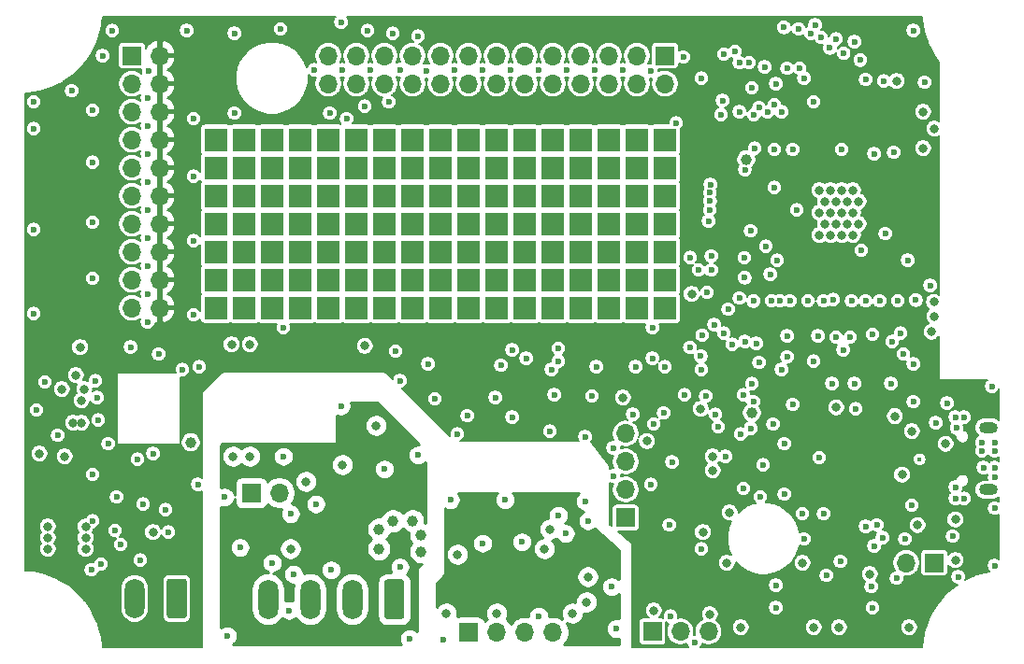
<source format=gbr>
%TF.GenerationSoftware,KiCad,Pcbnew,(5.1.6-0-10_14)*%
%TF.CreationDate,2020-11-01T12:10:01+02:00*%
%TF.ProjectId,SH-ESP32,53482d45-5350-4333-922e-6b696361645f,0.1.0*%
%TF.SameCoordinates,Original*%
%TF.FileFunction,Copper,L3,Inr*%
%TF.FilePolarity,Positive*%
%FSLAX46Y46*%
G04 Gerber Fmt 4.6, Leading zero omitted, Abs format (unit mm)*
G04 Created by KiCad (PCBNEW (5.1.6-0-10_14)) date 2020-11-01 12:10:01*
%MOMM*%
%LPD*%
G01*
G04 APERTURE LIST*
%TA.AperFunction,ViaPad*%
%ADD10R,2.100000X2.100000*%
%TD*%
%TA.AperFunction,ViaPad*%
%ADD11O,1.700000X1.700000*%
%TD*%
%TA.AperFunction,ViaPad*%
%ADD12R,1.700000X1.700000*%
%TD*%
%TA.AperFunction,ViaPad*%
%ADD13O,1.700000X1.000000*%
%TD*%
%TA.AperFunction,ViaPad*%
%ADD14O,1.800000X3.600000*%
%TD*%
%TA.AperFunction,ViaPad*%
%ADD15C,0.600000*%
%TD*%
%TA.AperFunction,ViaPad*%
%ADD16C,0.800000*%
%TD*%
%TA.AperFunction,ViaPad*%
%ADD17C,1.000000*%
%TD*%
%TA.AperFunction,ViaPad*%
%ADD18C,0.450000*%
%TD*%
%TA.AperFunction,Conductor*%
%ADD19C,0.200000*%
%TD*%
%TA.AperFunction,Conductor*%
%ADD20C,0.254000*%
%TD*%
G04 APERTURE END LIST*
D10*
%TO.N,N/C*%
%TO.C,REF\u002A\u002A*%
X109220000Y-68580000D03*
%TD*%
%TO.N,N/C*%
%TO.C,REF\u002A\u002A*%
X106680000Y-68580000D03*
%TD*%
%TO.N,N/C*%
%TO.C,REF\u002A\u002A*%
X147320000Y-68580000D03*
%TD*%
%TO.N,N/C*%
%TO.C,REF\u002A\u002A*%
X147320000Y-71120000D03*
%TD*%
%TO.N,N/C*%
%TO.C,REF\u002A\u002A*%
X144780000Y-68580000D03*
%TD*%
%TO.N,N/C*%
%TO.C,REF\u002A\u002A*%
X147320000Y-76200000D03*
%TD*%
%TO.N,N/C*%
%TO.C,REF\u002A\u002A*%
X147320000Y-78740000D03*
%TD*%
%TO.N,N/C*%
%TO.C,REF\u002A\u002A*%
X147320000Y-81280000D03*
%TD*%
%TO.N,N/C*%
%TO.C,REF\u002A\u002A*%
X147320000Y-73660000D03*
%TD*%
%TO.N,N/C*%
%TO.C,REF\u002A\u002A*%
X147320000Y-83820000D03*
%TD*%
%TO.N,N/C*%
%TO.C,REF\u002A\u002A*%
X124460000Y-68580000D03*
%TD*%
%TO.N,N/C*%
%TO.C,REF\u002A\u002A*%
X114300000Y-68580000D03*
%TD*%
%TO.N,N/C*%
%TO.C,REF\u002A\u002A*%
X132080000Y-68580000D03*
%TD*%
%TO.N,N/C*%
%TO.C,REF\u002A\u002A*%
X127000000Y-68580000D03*
%TD*%
%TO.N,N/C*%
%TO.C,REF\u002A\u002A*%
X129540000Y-68580000D03*
%TD*%
%TO.N,N/C*%
%TO.C,REF\u002A\u002A*%
X119380000Y-68580000D03*
%TD*%
%TO.N,N/C*%
%TO.C,REF\u002A\u002A*%
X139700000Y-68580000D03*
%TD*%
%TO.N,N/C*%
%TO.C,REF\u002A\u002A*%
X137160000Y-68580000D03*
%TD*%
%TO.N,N/C*%
%TO.C,REF\u002A\u002A*%
X116840000Y-68580000D03*
%TD*%
%TO.N,N/C*%
%TO.C,REF\u002A\u002A*%
X111760000Y-68580000D03*
%TD*%
%TO.N,N/C*%
%TO.C,REF\u002A\u002A*%
X134620000Y-68580000D03*
%TD*%
%TO.N,N/C*%
%TO.C,REF\u002A\u002A*%
X121920000Y-68580000D03*
%TD*%
%TO.N,N/C*%
%TO.C,REF\u002A\u002A*%
X142240000Y-68580000D03*
%TD*%
%TO.N,N/C*%
%TO.C,REF\u002A\u002A*%
X121920000Y-83820000D03*
%TD*%
%TO.N,N/C*%
%TO.C,REF\u002A\u002A*%
X109220000Y-83820000D03*
%TD*%
%TO.N,N/C*%
%TO.C,REF\u002A\u002A*%
X111760000Y-83820000D03*
%TD*%
%TO.N,N/C*%
%TO.C,REF\u002A\u002A*%
X127000000Y-83820000D03*
%TD*%
%TO.N,N/C*%
%TO.C,REF\u002A\u002A*%
X134620000Y-83820000D03*
%TD*%
%TO.N,N/C*%
%TO.C,REF\u002A\u002A*%
X119380000Y-83820000D03*
%TD*%
%TO.N,N/C*%
%TO.C,REF\u002A\u002A*%
X137160000Y-83820000D03*
%TD*%
%TO.N,N/C*%
%TO.C,REF\u002A\u002A*%
X139700000Y-83820000D03*
%TD*%
%TO.N,N/C*%
%TO.C,REF\u002A\u002A*%
X142240000Y-83820000D03*
%TD*%
%TO.N,N/C*%
%TO.C,REF\u002A\u002A*%
X144780000Y-83820000D03*
%TD*%
%TO.N,N/C*%
%TO.C,REF\u002A\u002A*%
X124460000Y-83820000D03*
%TD*%
%TO.N,N/C*%
%TO.C,REF\u002A\u002A*%
X106680000Y-83820000D03*
%TD*%
%TO.N,N/C*%
%TO.C,REF\u002A\u002A*%
X114300000Y-83820000D03*
%TD*%
%TO.N,N/C*%
%TO.C,REF\u002A\u002A*%
X116840000Y-83820000D03*
%TD*%
%TO.N,N/C*%
%TO.C,REF\u002A\u002A*%
X132080000Y-83820000D03*
%TD*%
%TO.N,N/C*%
%TO.C,REF\u002A\u002A*%
X129540000Y-83820000D03*
%TD*%
%TO.N,N/C*%
%TO.C,REF\u002A\u002A*%
X114300000Y-73660000D03*
%TD*%
%TO.N,N/C*%
%TO.C,REF\u002A\u002A*%
X111760000Y-71120000D03*
%TD*%
%TO.N,N/C*%
%TO.C,REF\u002A\u002A*%
X111760000Y-76200000D03*
%TD*%
%TO.N,N/C*%
%TO.C,REF\u002A\u002A*%
X124460000Y-76200000D03*
%TD*%
%TO.N,N/C*%
%TO.C,REF\u002A\u002A*%
X106680000Y-71120000D03*
%TD*%
%TO.N,N/C*%
%TO.C,REF\u002A\u002A*%
X106680000Y-81280000D03*
%TD*%
%TO.N,N/C*%
%TO.C,REF\u002A\u002A*%
X106680000Y-76200000D03*
%TD*%
%TO.N,N/C*%
%TO.C,REF\u002A\u002A*%
X106680000Y-78740000D03*
%TD*%
%TO.N,N/C*%
%TO.C,REF\u002A\u002A*%
X109220000Y-76200000D03*
%TD*%
%TO.N,N/C*%
%TO.C,REF\u002A\u002A*%
X109220000Y-78740000D03*
%TD*%
%TO.N,N/C*%
%TO.C,REF\u002A\u002A*%
X109220000Y-71120000D03*
%TD*%
%TO.N,N/C*%
%TO.C,REF\u002A\u002A*%
X109220000Y-73660000D03*
%TD*%
%TO.N,N/C*%
%TO.C,REF\u002A\u002A*%
X106680000Y-73660000D03*
%TD*%
%TO.N,N/C*%
%TO.C,REF\u002A\u002A*%
X114300000Y-76200000D03*
%TD*%
%TO.N,N/C*%
%TO.C,REF\u002A\u002A*%
X114300000Y-78740000D03*
%TD*%
%TO.N,N/C*%
%TO.C,REF\u002A\u002A*%
X111760000Y-73660000D03*
%TD*%
%TO.N,N/C*%
%TO.C,REF\u002A\u002A*%
X114300000Y-81280000D03*
%TD*%
%TO.N,N/C*%
%TO.C,REF\u002A\u002A*%
X111760000Y-78740000D03*
%TD*%
%TO.N,N/C*%
%TO.C,REF\u002A\u002A*%
X124460000Y-78740000D03*
%TD*%
%TO.N,N/C*%
%TO.C,REF\u002A\u002A*%
X116840000Y-81280000D03*
%TD*%
%TO.N,N/C*%
%TO.C,REF\u002A\u002A*%
X116840000Y-76200000D03*
%TD*%
%TO.N,N/C*%
%TO.C,REF\u002A\u002A*%
X116840000Y-78740000D03*
%TD*%
%TO.N,N/C*%
%TO.C,REF\u002A\u002A*%
X119380000Y-76200000D03*
%TD*%
%TO.N,N/C*%
%TO.C,REF\u002A\u002A*%
X119380000Y-78740000D03*
%TD*%
%TO.N,N/C*%
%TO.C,REF\u002A\u002A*%
X119380000Y-71120000D03*
%TD*%
%TO.N,N/C*%
%TO.C,REF\u002A\u002A*%
X119380000Y-73660000D03*
%TD*%
%TO.N,N/C*%
%TO.C,REF\u002A\u002A*%
X116840000Y-73660000D03*
%TD*%
%TO.N,N/C*%
%TO.C,REF\u002A\u002A*%
X116840000Y-71120000D03*
%TD*%
%TO.N,N/C*%
%TO.C,REF\u002A\u002A*%
X119380000Y-81280000D03*
%TD*%
%TO.N,N/C*%
%TO.C,REF\u002A\u002A*%
X121920000Y-76200000D03*
%TD*%
%TO.N,N/C*%
%TO.C,REF\u002A\u002A*%
X121920000Y-78740000D03*
%TD*%
%TO.N,N/C*%
%TO.C,REF\u002A\u002A*%
X121920000Y-81280000D03*
%TD*%
%TO.N,N/C*%
%TO.C,REF\u002A\u002A*%
X121920000Y-73660000D03*
%TD*%
%TO.N,N/C*%
%TO.C,REF\u002A\u002A*%
X121920000Y-71120000D03*
%TD*%
%TO.N,N/C*%
%TO.C,REF\u002A\u002A*%
X124460000Y-81280000D03*
%TD*%
%TO.N,N/C*%
%TO.C,REF\u002A\u002A*%
X124460000Y-73660000D03*
%TD*%
%TO.N,N/C*%
%TO.C,REF\u002A\u002A*%
X114300000Y-71120000D03*
%TD*%
%TO.N,N/C*%
%TO.C,REF\u002A\u002A*%
X111760000Y-81280000D03*
%TD*%
%TO.N,N/C*%
%TO.C,REF\u002A\u002A*%
X109220000Y-81280000D03*
%TD*%
%TO.N,N/C*%
%TO.C,REF\u002A\u002A*%
X124460000Y-71120000D03*
%TD*%
%TO.N,N/C*%
%TO.C,REF\u002A\u002A*%
X134620000Y-76200000D03*
%TD*%
%TO.N,N/C*%
%TO.C,REF\u002A\u002A*%
X134620000Y-78740000D03*
%TD*%
%TO.N,N/C*%
%TO.C,REF\u002A\u002A*%
X127000000Y-81280000D03*
%TD*%
%TO.N,N/C*%
%TO.C,REF\u002A\u002A*%
X127000000Y-76200000D03*
%TD*%
%TO.N,N/C*%
%TO.C,REF\u002A\u002A*%
X127000000Y-78740000D03*
%TD*%
%TO.N,N/C*%
%TO.C,REF\u002A\u002A*%
X129540000Y-76200000D03*
%TD*%
%TO.N,N/C*%
%TO.C,REF\u002A\u002A*%
X129540000Y-78740000D03*
%TD*%
%TO.N,N/C*%
%TO.C,REF\u002A\u002A*%
X129540000Y-71120000D03*
%TD*%
%TO.N,N/C*%
%TO.C,REF\u002A\u002A*%
X129540000Y-73660000D03*
%TD*%
%TO.N,N/C*%
%TO.C,REF\u002A\u002A*%
X127000000Y-73660000D03*
%TD*%
%TO.N,N/C*%
%TO.C,REF\u002A\u002A*%
X127000000Y-71120000D03*
%TD*%
%TO.N,N/C*%
%TO.C,REF\u002A\u002A*%
X129540000Y-81280000D03*
%TD*%
%TO.N,N/C*%
%TO.C,REF\u002A\u002A*%
X132080000Y-76200000D03*
%TD*%
%TO.N,N/C*%
%TO.C,REF\u002A\u002A*%
X132080000Y-78740000D03*
%TD*%
%TO.N,N/C*%
%TO.C,REF\u002A\u002A*%
X132080000Y-81280000D03*
%TD*%
%TO.N,N/C*%
%TO.C,REF\u002A\u002A*%
X132080000Y-73660000D03*
%TD*%
%TO.N,N/C*%
%TO.C,REF\u002A\u002A*%
X132080000Y-71120000D03*
%TD*%
%TO.N,N/C*%
%TO.C,REF\u002A\u002A*%
X134620000Y-81280000D03*
%TD*%
%TO.N,N/C*%
%TO.C,REF\u002A\u002A*%
X134620000Y-73660000D03*
%TD*%
%TO.N,N/C*%
%TO.C,REF\u002A\u002A*%
X134620000Y-71120000D03*
%TD*%
%TO.N,N/C*%
%TO.C,REF\u002A\u002A*%
X139700000Y-76200000D03*
%TD*%
%TO.N,N/C*%
%TO.C,REF\u002A\u002A*%
X139700000Y-78740000D03*
%TD*%
%TO.N,N/C*%
%TO.C,REF\u002A\u002A*%
X137160000Y-76200000D03*
%TD*%
%TO.N,N/C*%
%TO.C,REF\u002A\u002A*%
X137160000Y-78740000D03*
%TD*%
%TO.N,N/C*%
%TO.C,REF\u002A\u002A*%
X137160000Y-81280000D03*
%TD*%
%TO.N,N/C*%
%TO.C,REF\u002A\u002A*%
X137160000Y-73660000D03*
%TD*%
%TO.N,N/C*%
%TO.C,REF\u002A\u002A*%
X137160000Y-71120000D03*
%TD*%
%TO.N,N/C*%
%TO.C,REF\u002A\u002A*%
X139700000Y-81280000D03*
%TD*%
%TO.N,N/C*%
%TO.C,REF\u002A\u002A*%
X139700000Y-73660000D03*
%TD*%
%TO.N,N/C*%
%TO.C,REF\u002A\u002A*%
X139700000Y-71120000D03*
%TD*%
%TO.N,N/C*%
%TO.C,REF\u002A\u002A*%
X142240000Y-76200000D03*
%TD*%
%TO.N,N/C*%
%TO.C,REF\u002A\u002A*%
X142240000Y-78740000D03*
%TD*%
%TO.N,N/C*%
%TO.C,REF\u002A\u002A*%
X142240000Y-81280000D03*
%TD*%
%TO.N,N/C*%
%TO.C,REF\u002A\u002A*%
X142240000Y-73660000D03*
%TD*%
%TO.N,N/C*%
%TO.C,REF\u002A\u002A*%
X142240000Y-71120000D03*
%TD*%
%TO.N,N/C*%
%TO.C,REF\u002A\u002A*%
X144780000Y-73660000D03*
%TD*%
%TO.N,N/C*%
%TO.C,REF\u002A\u002A*%
X144780000Y-71120000D03*
%TD*%
%TO.N,N/C*%
%TO.C,REF\u002A\u002A*%
X144780000Y-78740000D03*
%TD*%
%TO.N,N/C*%
%TO.C,REF\u002A\u002A*%
X144780000Y-76200000D03*
%TD*%
%TO.N,N/C*%
%TO.C,REF\u002A\u002A*%
X144780000Y-81280000D03*
%TD*%
D11*
%TO.N,+3V3*%
%TO.C,J202*%
X101600000Y-83820000D03*
%TO.N,GND*%
X99060000Y-83820000D03*
%TO.N,+3V3*%
X101600000Y-81280000D03*
%TO.N,GND*%
X99060000Y-81280000D03*
%TO.N,+3V3*%
X101600000Y-78740000D03*
%TO.N,GND*%
X99060000Y-78740000D03*
%TO.N,+3V3*%
X101600000Y-76200000D03*
%TO.N,GND*%
X99060000Y-76200000D03*
%TO.N,+3V3*%
X101600000Y-73660000D03*
%TO.N,GND*%
X99060000Y-73660000D03*
%TO.N,+3V3*%
X101600000Y-71120000D03*
%TO.N,GND*%
X99060000Y-71120000D03*
%TO.N,+3V3*%
X101600000Y-68580000D03*
%TO.N,GND*%
X99060000Y-68580000D03*
%TO.N,+3V3*%
X101600000Y-66040000D03*
%TO.N,GND*%
X99060000Y-66040000D03*
%TO.N,+3V3*%
X101600000Y-63500000D03*
%TO.N,GND*%
X99060000Y-63500000D03*
%TO.N,+3V3*%
X101600000Y-60960000D03*
D12*
%TO.N,GND*%
X99060000Y-60960000D03*
%TD*%
D11*
%TO.N,/ESP32/IO15*%
%TO.C,J201*%
X116840000Y-63500000D03*
%TO.N,/ESP32/IO13*%
X116840000Y-60960000D03*
%TO.N,/LED*%
X119380000Y-63500000D03*
%TO.N,/ESP32/IO12*%
X119380000Y-60960000D03*
%TO.N,/ESP32/IO4_C*%
X121920000Y-63500000D03*
%TO.N,/ESP32/IO14*%
X121920000Y-60960000D03*
%TO.N,/ESP32/IO16*%
X124460000Y-63500000D03*
%TO.N,/ESP32/IO27_C*%
X124460000Y-60960000D03*
%TO.N,/ESP32/IO17*%
X127000000Y-63500000D03*
%TO.N,/ESP32/IO26_C*%
X127000000Y-60960000D03*
%TO.N,/ESP32/IO5*%
X129540000Y-63500000D03*
%TO.N,/ESP32/IO25*%
X129540000Y-60960000D03*
%TO.N,/ESP32/IO18_C*%
X132080000Y-63500000D03*
%TO.N,/ESP32/IO33*%
X132080000Y-60960000D03*
%TO.N,/ESP32/IO19_C*%
X134620000Y-63500000D03*
%TO.N,/ESP32/IO32*%
X134620000Y-60960000D03*
%TO.N,/ESP32/IO21_C*%
X137160000Y-63500000D03*
%TO.N,/ESP32/IO35*%
X137160000Y-60960000D03*
%TO.N,/ESP32/RXD0_C*%
X139700000Y-63500000D03*
%TO.N,/ESP32/IO34*%
X139700000Y-60960000D03*
%TO.N,/ESP32/TXD0_C*%
X142240000Y-63500000D03*
%TO.N,/ESP32/SENSOR_VN*%
X142240000Y-60960000D03*
%TO.N,/ESP32/IO22_C*%
X144780000Y-63500000D03*
%TO.N,/ESP32/SENSOR_VP*%
X144780000Y-60960000D03*
%TO.N,/ESP32/IO23*%
X147320000Y-63500000D03*
D12*
%TO.N,/ESP32/EN*%
X147320000Y-60960000D03*
%TD*%
D11*
%TO.N,USB_5V*%
%TO.C,J203*%
X169164000Y-106934000D03*
D12*
%TO.N,GND*%
X171704000Y-106934000D03*
%TD*%
D13*
%TO.N,GND*%
%TO.C,J401*%
X176594000Y-94663000D03*
X176594000Y-100313000D03*
%TD*%
D12*
%TO.N,/CAN bus/CAN_H*%
%TO.C,JP601*%
X109855000Y-100584000D03*
D11*
%TO.N,Net-(JP601-Pad2)*%
X112395000Y-100584000D03*
%TD*%
%TO.N,GND*%
%TO.C,J301*%
%TA.AperFunction,ViaPad*%
G36*
G01*
X104024000Y-108622500D02*
X104024000Y-111722500D01*
G75*
G02*
X103774000Y-111972500I-250000J0D01*
G01*
X102474000Y-111972500D01*
G75*
G02*
X102224000Y-111722500I0J250000D01*
G01*
X102224000Y-108622500D01*
G75*
G02*
X102474000Y-108372500I250000J0D01*
G01*
X103774000Y-108372500D01*
G75*
G02*
X104024000Y-108622500I0J-250000D01*
G01*
G37*
%TD.AperFunction*%
D14*
%TO.N,/Power input/Vin*%
X99314000Y-110172500D03*
%TD*%
%TO.N,/CAN bus/CAN_12V*%
%TO.C,J601*%
%TA.AperFunction,ViaPad*%
G36*
G01*
X123709000Y-108686000D02*
X123709000Y-111786000D01*
G75*
G02*
X123459000Y-112036000I-250000J0D01*
G01*
X122159000Y-112036000D01*
G75*
G02*
X121909000Y-111786000I0J250000D01*
G01*
X121909000Y-108686000D01*
G75*
G02*
X122159000Y-108436000I250000J0D01*
G01*
X123459000Y-108436000D01*
G75*
G02*
X123709000Y-108686000I0J-250000D01*
G01*
G37*
%TD.AperFunction*%
%TO.N,/CAN bus/CAN_GND*%
X118999000Y-110236000D03*
%TO.N,/CAN bus/CAN_H*%
X115189000Y-110236000D03*
%TO.N,/CAN bus/CAN_L*%
X111379000Y-110236000D03*
%TD*%
D12*
%TO.N,GND*%
%TO.C,J702*%
X143764000Y-102838000D03*
D11*
%TO.N,/I2C/I2C_3V3*%
X143764000Y-100298000D03*
%TO.N,/I2C/SDA_CONN*%
X143764000Y-97758000D03*
%TO.N,/I2C/SCL_CONN*%
X143764000Y-95218000D03*
%TD*%
D12*
%TO.N,GND*%
%TO.C,J801*%
X146176001Y-113157000D03*
D11*
%TO.N,/Onewire/Onewire_3V3*%
X148716001Y-113157000D03*
%TO.N,/Onewire/DQ_CONN*%
X151256001Y-113157000D03*
%TD*%
%TO.N,/Optocouplers/ISO_OUT_CONN*%
%TO.C,J901*%
X137175000Y-113235000D03*
%TO.N,/Optocouplers/ISO_IN_CONN*%
X134635000Y-113235000D03*
%TO.N,/Optocouplers/V_ISO_CONN*%
X132095000Y-113235000D03*
D12*
%TO.N,/Optocouplers/ISO_GND*%
X129555000Y-113235000D03*
%TD*%
D15*
%TO.N,GND*%
X176022000Y-96012000D03*
X177165000Y-96012000D03*
X177165000Y-96774000D03*
X176022000Y-96774000D03*
X174371000Y-93726000D03*
X173609000Y-93726000D03*
X173609000Y-100076000D03*
X174371000Y-101092000D03*
X173609000Y-101092000D03*
X177165000Y-99187000D03*
X177165000Y-98298000D03*
X176149000Y-98298000D03*
D16*
X161290000Y-77216000D03*
X162306000Y-77216000D03*
X163322000Y-77216000D03*
X164338000Y-77216000D03*
X164846000Y-76200000D03*
X163830000Y-76200000D03*
X162814000Y-76200000D03*
X161798000Y-76200000D03*
X161290000Y-75184000D03*
X162306000Y-75184000D03*
X163322000Y-75184000D03*
X164338000Y-75184000D03*
X161798000Y-74168000D03*
X162814000Y-74168000D03*
X163830000Y-74168000D03*
X164846000Y-74168000D03*
X164338000Y-73152000D03*
X163322000Y-73152000D03*
X162306000Y-73152000D03*
X161290000Y-73152000D03*
D15*
X147955000Y-97790000D03*
D16*
X173609000Y-102997000D03*
X173609000Y-106680000D03*
X169672000Y-94996000D03*
X165862000Y-107950000D03*
X159766000Y-106934000D03*
X169418000Y-112776000D03*
X163068000Y-112776000D03*
X160782000Y-112776000D03*
X154178000Y-112776000D03*
X151384000Y-111590002D03*
X146304000Y-111252000D03*
X153162000Y-102362000D03*
X151638000Y-97282000D03*
X143510000Y-91948000D03*
X171704000Y-84582000D03*
X170688000Y-69342000D03*
X170688000Y-66040000D03*
X171704000Y-67564000D03*
X93980000Y-89916000D03*
X92710000Y-91186000D03*
X94742000Y-91186000D03*
X94488000Y-94234000D03*
X93726000Y-94234000D03*
X94488000Y-92202000D03*
X90678000Y-97028000D03*
X92964000Y-97282000D03*
D15*
X90424000Y-93091000D03*
X95504000Y-103124000D03*
D16*
X94869000Y-105664000D03*
X94869000Y-104648000D03*
X94869000Y-103632000D03*
X91440000Y-105664000D03*
X91440000Y-104648000D03*
X91440000Y-103632000D03*
X100965000Y-104140000D03*
X151638000Y-98552000D03*
X162814000Y-92837000D03*
X172720000Y-96139000D03*
X168275000Y-63246000D03*
X168783000Y-98933004D03*
X152908000Y-106934000D03*
X150749000Y-104140000D03*
D17*
X154686000Y-70358000D03*
D16*
X168130990Y-93637454D03*
X150557089Y-92976945D03*
D18*
X170370500Y-97561400D03*
D16*
X171450000Y-85979000D03*
X171667506Y-83293408D03*
D15*
X100965000Y-97028000D03*
X157099000Y-94361000D03*
X147193000Y-93345000D03*
X163449000Y-87630000D03*
X149606000Y-79248000D03*
X152527000Y-65024000D03*
X153670000Y-60579000D03*
X160909000Y-58166000D03*
X164465000Y-59690000D03*
X147701000Y-103505000D03*
X95504000Y-81153000D03*
X95504000Y-76073000D03*
X95504000Y-70612000D03*
X95504000Y-65913000D03*
X112522000Y-58547000D03*
X91186000Y-90551000D03*
X95377000Y-107569000D03*
X171831000Y-94234000D03*
X105156000Y-89154000D03*
X102362000Y-104140000D03*
X159893000Y-62992000D03*
X133477000Y-87630000D03*
D16*
X94360994Y-87376000D03*
X170179998Y-103505000D03*
X108077000Y-87122000D03*
X109728000Y-87122004D03*
D15*
X150565038Y-88188896D03*
X129413000Y-93599000D03*
X136906000Y-94996000D03*
D16*
X149733000Y-82550000D03*
X120142000Y-87266010D03*
D15*
X137666864Y-88644864D03*
X133477000Y-93726000D03*
X131953000Y-91948000D03*
X132461000Y-89027000D03*
X125857000Y-88900000D03*
X126492000Y-92075000D03*
X123317000Y-90424000D03*
X122936000Y-87757000D03*
X105029000Y-99822000D03*
X102108000Y-102108000D03*
X96266000Y-107061000D03*
X97663000Y-100965000D03*
X95504000Y-98933000D03*
X96901000Y-96139000D03*
X99568000Y-97536000D03*
X95758000Y-90424000D03*
X95885000Y-91948000D03*
X108331000Y-66167000D03*
X108331000Y-58928000D03*
X116967000Y-66167000D03*
X118491000Y-66675000D03*
X146177000Y-85598000D03*
X156845000Y-80772000D03*
X154051000Y-82931000D03*
X152654000Y-86106000D03*
X154559000Y-86868000D03*
X162814000Y-86487000D03*
X166116000Y-86233000D03*
X168656000Y-86106000D03*
X168910000Y-88011000D03*
X169799000Y-92329000D03*
X169799000Y-88900000D03*
X167767000Y-90678000D03*
X167005000Y-104648000D03*
X168275000Y-108331000D03*
X161671000Y-102489000D03*
X159766000Y-102489000D03*
X158115000Y-100711000D03*
X156210000Y-98044000D03*
X157353000Y-110998000D03*
X157353000Y-108966000D03*
X165989000Y-109093000D03*
X166116000Y-110998000D03*
X146050000Y-99822000D03*
X142621000Y-99060000D03*
X140081000Y-95504000D03*
X144399000Y-93472000D03*
X137287000Y-91694000D03*
X137033000Y-89408000D03*
X141097000Y-89154000D03*
X144653000Y-89154000D03*
X147320000Y-89154000D03*
X149098000Y-91694000D03*
X157480000Y-79502000D03*
X158877000Y-69469000D03*
X167259000Y-77089000D03*
X166243000Y-69850000D03*
X168021000Y-69723000D03*
X165481000Y-63119000D03*
X169799000Y-58674000D03*
X170815000Y-63373000D03*
X152400000Y-66294000D03*
X150622000Y-62992000D03*
X148971000Y-61087000D03*
X115570000Y-62230000D03*
X120396000Y-58674000D03*
X120142000Y-65532000D03*
X122301000Y-65151000D03*
X122682000Y-58928000D03*
X124968000Y-59182000D03*
X123317000Y-62230000D03*
X120650000Y-62230000D03*
X118110000Y-62230000D03*
X125730000Y-62357000D03*
X128270000Y-62230000D03*
X130810000Y-62230000D03*
X133350000Y-62230000D03*
X135890000Y-62230000D03*
X138430000Y-62230000D03*
X140970000Y-62230000D03*
X143510000Y-62230000D03*
X146050000Y-62357000D03*
X97282000Y-58674000D03*
X100457000Y-64770000D03*
X100584000Y-62357000D03*
X100457000Y-67310000D03*
X100457000Y-69850000D03*
X100457000Y-72390000D03*
X100457000Y-74930000D03*
X100457000Y-77470000D03*
X100457000Y-80010000D03*
X100457000Y-82550000D03*
X100457000Y-85090000D03*
X128524000Y-95250000D03*
X142621000Y-96520000D03*
X154432000Y-100203000D03*
X155956000Y-100965000D03*
X149987000Y-114173000D03*
X147828000Y-111760000D03*
X173355000Y-104521000D03*
X176911000Y-90932000D03*
X162814000Y-59436000D03*
X90170000Y-84328000D03*
X90170000Y-76708000D03*
X90170000Y-67564000D03*
X90170000Y-65151000D03*
X96393000Y-60960000D03*
X93599000Y-64135000D03*
X104013000Y-58674000D03*
X117983000Y-57912000D03*
X173863000Y-108204000D03*
X177165000Y-107188000D03*
X177165000Y-101981000D03*
X173716999Y-94715001D03*
X161290000Y-97409000D03*
X164592000Y-92964000D03*
X164465000Y-90678000D03*
X162433000Y-90678000D03*
X158877000Y-92583000D03*
X158115000Y-96139000D03*
X158369000Y-86360000D03*
X158369000Y-88265000D03*
X160782000Y-88646000D03*
X161163000Y-86360000D03*
X155321000Y-92329000D03*
X154178000Y-95250000D03*
X150622000Y-89408000D03*
X151003000Y-91821000D03*
X146177000Y-88392000D03*
X104648000Y-84455000D03*
X104648000Y-77724000D03*
X104648000Y-71882000D03*
X104648000Y-66675000D03*
X148336000Y-67056000D03*
X165100000Y-78613000D03*
X169291000Y-79502000D03*
X159258000Y-74930000D03*
X163322000Y-69469000D03*
X160782000Y-65151000D03*
X157353000Y-63500000D03*
X157226000Y-65405000D03*
X155194000Y-63881000D03*
X140716000Y-91821000D03*
X155829000Y-88773000D03*
X159893000Y-104775000D03*
X169672000Y-101727000D03*
X172847000Y-92456000D03*
X162560000Y-83058000D03*
X155448000Y-69342000D03*
X155829000Y-65659000D03*
X159512000Y-62103000D03*
X157226000Y-69469000D03*
X157226000Y-72898000D03*
X156464000Y-78232000D03*
X151130000Y-82423000D03*
X151257000Y-75946000D03*
X151511000Y-79121000D03*
X155067000Y-76835000D03*
X100076000Y-101600000D03*
X98044000Y-105283000D03*
X97536000Y-104013000D03*
X99822000Y-106680000D03*
X92329000Y-95377000D03*
X96012000Y-93980000D03*
X101473000Y-88011000D03*
X98933000Y-87376000D03*
X103632000Y-89408000D03*
X153035000Y-83947000D03*
X151765000Y-85344000D03*
X112776000Y-85598000D03*
D17*
%TO.N,+3V3*%
X98044000Y-88646000D03*
D16*
X90297000Y-94107000D03*
X145669000Y-106807000D03*
X153162000Y-101219000D03*
X154178000Y-96520000D03*
X170434000Y-64897000D03*
X169291000Y-69342000D03*
D15*
X174625000Y-104267000D03*
D16*
X147193000Y-106172000D03*
D17*
X99314010Y-89027010D03*
X100584000Y-89027002D03*
X102362004Y-89026996D03*
D15*
X165246010Y-64897818D03*
X103251000Y-97028000D03*
X156337000Y-92710000D03*
X147193000Y-95631000D03*
X166751000Y-106299000D03*
X172593000Y-103124000D03*
X169821992Y-87607008D03*
X163449000Y-90043020D03*
X149606000Y-81534000D03*
X156083000Y-60579000D03*
X163195000Y-58420000D03*
X166116000Y-60452000D03*
X95504000Y-78867000D03*
X95504000Y-73787000D03*
X95504000Y-68199000D03*
X95504000Y-63627000D03*
X114808000Y-58547000D03*
X91186000Y-88265000D03*
X171831000Y-91948000D03*
X105156000Y-86868000D03*
X104648000Y-104140000D03*
X159893000Y-65278000D03*
X131191000Y-87630000D03*
D17*
X97408994Y-87503000D03*
D16*
X117476000Y-87422006D03*
D15*
X151349245Y-87375479D03*
X139700000Y-88392004D03*
X133604000Y-94996000D03*
X155321000Y-64770008D03*
X150646000Y-77193691D03*
X93853000Y-108204000D03*
%TO.N,/ESP32/EN*%
X165000006Y-61361999D03*
D17*
%TO.N,USB_5V*%
X104394000Y-96012000D03*
X155194000Y-93345000D03*
D15*
%TO.N,/BOOT*%
X155067000Y-94742000D03*
X151892000Y-93472000D03*
%TO.N,/RESET*%
X166243000Y-105410000D03*
X161925000Y-108077000D03*
X165481000Y-103632000D03*
X167132000Y-63246000D03*
%TO.N,/CAN bus/CAN_GND*%
X111760000Y-106934000D03*
D17*
X125222000Y-105918000D03*
X125222000Y-104394000D03*
X121412000Y-105664000D03*
X121412000Y-103886000D03*
X124460000Y-103124000D03*
X122682000Y-103124000D03*
D16*
X118110000Y-98044000D03*
X121158000Y-94488000D03*
X114808000Y-99568000D03*
X109728000Y-97282000D03*
X108204000Y-97282000D03*
X113411000Y-105664000D03*
D15*
X108839000Y-105537000D03*
X107696000Y-113538000D03*
X124206000Y-113792000D03*
X117094000Y-107569000D03*
X113665000Y-107950000D03*
X113411000Y-102489000D03*
X115697000Y-101600000D03*
X112776000Y-97282000D03*
X121920000Y-98425000D03*
X124968000Y-97155000D03*
X107442000Y-100965000D03*
X113284000Y-111252000D03*
X123317000Y-107315000D03*
X117983000Y-92710000D03*
D17*
%TO.N,/CAN bus/CAN_5V*%
X115570000Y-97218500D03*
X119443500Y-92900500D03*
D16*
%TO.N,/I2C/I2C_3V3*%
X145685541Y-95901541D03*
D15*
%TO.N,/I2C/SDA_CONN*%
X146304000Y-94361000D03*
%TO.N,/SDA*%
X152781000Y-97282000D03*
X152146000Y-94615000D03*
%TO.N,/DQ*%
X150622000Y-105664000D03*
X157861000Y-89408000D03*
D16*
%TO.N,/Optocouplers/V_ISO*%
X136144000Y-107950000D03*
X129286000Y-107442000D03*
X138811000Y-105664000D03*
%TO.N,/Optocouplers/ISO_GND*%
X136398000Y-105664000D03*
X128524000Y-106172000D03*
X132080000Y-111506000D03*
X127508000Y-111506000D03*
X138938000Y-111506000D03*
X140208000Y-110490000D03*
D15*
X137668000Y-102616000D03*
D16*
X136906000Y-103886000D03*
X140335000Y-108204000D03*
D15*
X127889000Y-101219000D03*
X132842000Y-101219000D03*
X140081000Y-101346000D03*
X140335000Y-103124000D03*
X142494000Y-109093000D03*
X142875000Y-112903000D03*
X135890000Y-111760000D03*
X127254000Y-113919000D03*
X134366000Y-105029000D03*
X138303000Y-104267000D03*
X130810000Y-105156000D03*
%TO.N,/ESP32/SENSOR_VP*%
X163500006Y-60750000D03*
%TO.N,/ESP32/SENSOR_VN*%
X162250000Y-60250000D03*
%TO.N,/ESP32/IO34*%
X161438616Y-59311386D03*
%TO.N,/ESP32/IO35*%
X160528004Y-58928000D03*
%TO.N,/ESP32/IO32*%
X159403610Y-58528390D03*
%TO.N,/ESP32/IO26*%
X157861000Y-66040000D03*
%TO.N,/ESP32/IO27*%
X156591000Y-66040000D03*
X154499528Y-79267010D03*
%TO.N,/ESP32/IO12*%
X154051000Y-66040000D03*
X154051002Y-61595000D03*
%TO.N,/ESP32/IO13*%
X154555586Y-71302292D03*
X152654000Y-60833000D03*
%TO.N,/ESP32/IO15*%
X151511000Y-80391000D03*
X150368000Y-80391000D03*
%TO.N,/LED*%
X171323000Y-81788000D03*
X169037000Y-104775000D03*
%TO.N,/ESP32/IO4*%
X155332999Y-83197003D03*
%TO.N,/ESP32/IO16*%
X156972000Y-83185000D03*
%TO.N,/ESP32/IO17*%
X157734000Y-83185000D03*
%TO.N,/ESP32/IO5*%
X158623000Y-83185000D03*
%TO.N,/ESP32/IO18*%
X160274000Y-83185000D03*
%TO.N,/ESP32/IO19*%
X161671000Y-83185000D03*
%TO.N,/ESP32/IO21*%
X153416000Y-87122000D03*
X164084000Y-86487000D03*
X164211000Y-83185000D03*
%TO.N,/ESP32/RXD0*%
X165481000Y-83185000D03*
%TO.N,/ESP32/TXD0*%
X166751000Y-83185000D03*
%TO.N,/ESP32/IO22*%
X167894000Y-86868000D03*
X155575000Y-87039010D03*
X168402000Y-83185000D03*
%TO.N,/ESP32/IO23*%
X170032402Y-83119122D03*
%TO.N,Net-(Q401-Pad1)*%
X166497000Y-103505000D03*
X163195000Y-106807000D03*
%TO.N,/ESP32/IO33*%
X158082793Y-58387793D03*
%TO.N,/ESP32/IO26*%
X137667998Y-87503000D03*
X154539264Y-81086733D03*
%TO.N,/ESP32/IO27*%
X134747003Y-88392003D03*
%TO.N,/ESP32/IO14*%
X155351859Y-66337520D03*
X154940000Y-61595000D03*
%TO.N,/ESP32/IO16*%
X151403660Y-74148334D03*
%TO.N,/ESP32/IO17*%
X151395321Y-73394689D03*
%TO.N,/ESP32/IO5*%
X151441054Y-72644000D03*
%TO.N,/CAN_RX*%
X154432000Y-91694000D03*
X149571288Y-87408439D03*
%TO.N,/CAN_TX*%
X155194000Y-90678000D03*
X150684364Y-86295364D03*
%TO.N,/ESP32/IO4_C*%
X151367403Y-74935908D03*
%TO.N,/ESP32/IO27_C*%
X156337000Y-61976004D03*
%TO.N,/ESP32/IO26_C*%
X158369000Y-62103004D03*
%TD*%
D19*
%TO.N,+3V3*%
G36*
X117439274Y-57465776D02*
G01*
X117362668Y-57580426D01*
X117309901Y-57707818D01*
X117283000Y-57843056D01*
X117283000Y-57980944D01*
X117309901Y-58116182D01*
X117362668Y-58243574D01*
X117439274Y-58358224D01*
X117536776Y-58455726D01*
X117651426Y-58532332D01*
X117778818Y-58585099D01*
X117914056Y-58612000D01*
X118051944Y-58612000D01*
X118086853Y-58605056D01*
X119696000Y-58605056D01*
X119696000Y-58742944D01*
X119722901Y-58878182D01*
X119775668Y-59005574D01*
X119852274Y-59120224D01*
X119949776Y-59217726D01*
X120064426Y-59294332D01*
X120191818Y-59347099D01*
X120327056Y-59374000D01*
X120464944Y-59374000D01*
X120600182Y-59347099D01*
X120727574Y-59294332D01*
X120842224Y-59217726D01*
X120939726Y-59120224D01*
X121016332Y-59005574D01*
X121069099Y-58878182D01*
X121072903Y-58859056D01*
X121982000Y-58859056D01*
X121982000Y-58996944D01*
X122008901Y-59132182D01*
X122061668Y-59259574D01*
X122138274Y-59374224D01*
X122235776Y-59471726D01*
X122350426Y-59548332D01*
X122477818Y-59601099D01*
X122613056Y-59628000D01*
X122750944Y-59628000D01*
X122886182Y-59601099D01*
X123013574Y-59548332D01*
X123128224Y-59471726D01*
X123225726Y-59374224D01*
X123302332Y-59259574D01*
X123355099Y-59132182D01*
X123382000Y-58996944D01*
X123382000Y-58859056D01*
X123355099Y-58723818D01*
X123302332Y-58596426D01*
X123225726Y-58481776D01*
X123128224Y-58384274D01*
X123030308Y-58318849D01*
X157382793Y-58318849D01*
X157382793Y-58456737D01*
X157409694Y-58591975D01*
X157462461Y-58719367D01*
X157539067Y-58834017D01*
X157636569Y-58931519D01*
X157751219Y-59008125D01*
X157878611Y-59060892D01*
X158013849Y-59087793D01*
X158151737Y-59087793D01*
X158286975Y-59060892D01*
X158414367Y-59008125D01*
X158529017Y-58931519D01*
X158626519Y-58834017D01*
X158703125Y-58719367D01*
X158719852Y-58678985D01*
X158730511Y-58732572D01*
X158783278Y-58859964D01*
X158859884Y-58974614D01*
X158957386Y-59072116D01*
X159072036Y-59148722D01*
X159199428Y-59201489D01*
X159334666Y-59228390D01*
X159472554Y-59228390D01*
X159607792Y-59201489D01*
X159735184Y-59148722D01*
X159843764Y-59076172D01*
X159854905Y-59132182D01*
X159907672Y-59259574D01*
X159984278Y-59374224D01*
X160081780Y-59471726D01*
X160196430Y-59548332D01*
X160323822Y-59601099D01*
X160459060Y-59628000D01*
X160596948Y-59628000D01*
X160732186Y-59601099D01*
X160790875Y-59576789D01*
X160818284Y-59642960D01*
X160894890Y-59757610D01*
X160992392Y-59855112D01*
X161107042Y-59931718D01*
X161234434Y-59984485D01*
X161369672Y-60011386D01*
X161507560Y-60011386D01*
X161598670Y-59993263D01*
X161576901Y-60045818D01*
X161550000Y-60181056D01*
X161550000Y-60318944D01*
X161576901Y-60454182D01*
X161629668Y-60581574D01*
X161706274Y-60696224D01*
X161803776Y-60793726D01*
X161918426Y-60870332D01*
X162045818Y-60923099D01*
X162181056Y-60950000D01*
X162318944Y-60950000D01*
X162454182Y-60923099D01*
X162581574Y-60870332D01*
X162696224Y-60793726D01*
X162793726Y-60696224D01*
X162800006Y-60686825D01*
X162800006Y-60818944D01*
X162826907Y-60954182D01*
X162879674Y-61081574D01*
X162956280Y-61196224D01*
X163053782Y-61293726D01*
X163168432Y-61370332D01*
X163295824Y-61423099D01*
X163431062Y-61450000D01*
X163568950Y-61450000D01*
X163704188Y-61423099D01*
X163831580Y-61370332D01*
X163946230Y-61293726D01*
X163946901Y-61293055D01*
X164300006Y-61293055D01*
X164300006Y-61430943D01*
X164326907Y-61566181D01*
X164379674Y-61693573D01*
X164456280Y-61808223D01*
X164553782Y-61905725D01*
X164668432Y-61982331D01*
X164795824Y-62035098D01*
X164931062Y-62061999D01*
X165068950Y-62061999D01*
X165204188Y-62035098D01*
X165331580Y-61982331D01*
X165446230Y-61905725D01*
X165543732Y-61808223D01*
X165620338Y-61693573D01*
X165673105Y-61566181D01*
X165700006Y-61430943D01*
X165700006Y-61293055D01*
X165673105Y-61157817D01*
X165620338Y-61030425D01*
X165543732Y-60915775D01*
X165446230Y-60818273D01*
X165331580Y-60741667D01*
X165204188Y-60688900D01*
X165068950Y-60661999D01*
X164931062Y-60661999D01*
X164795824Y-60688900D01*
X164668432Y-60741667D01*
X164553782Y-60818273D01*
X164456280Y-60915775D01*
X164379674Y-61030425D01*
X164326907Y-61157817D01*
X164300006Y-61293055D01*
X163946901Y-61293055D01*
X164043732Y-61196224D01*
X164120338Y-61081574D01*
X164173105Y-60954182D01*
X164200006Y-60818944D01*
X164200006Y-60681056D01*
X164173105Y-60545818D01*
X164120338Y-60418426D01*
X164043732Y-60303776D01*
X163946230Y-60206274D01*
X163831580Y-60129668D01*
X163704188Y-60076901D01*
X163568950Y-60050000D01*
X163431062Y-60050000D01*
X163295824Y-60076901D01*
X163168432Y-60129668D01*
X163053782Y-60206274D01*
X162956280Y-60303776D01*
X162950000Y-60313175D01*
X162950000Y-60181056D01*
X162938827Y-60124884D01*
X163018182Y-60109099D01*
X163145574Y-60056332D01*
X163260224Y-59979726D01*
X163357726Y-59882224D01*
X163434332Y-59767574D01*
X163487099Y-59640182D01*
X163490903Y-59621056D01*
X163765000Y-59621056D01*
X163765000Y-59758944D01*
X163791901Y-59894182D01*
X163844668Y-60021574D01*
X163921274Y-60136224D01*
X164018776Y-60233726D01*
X164133426Y-60310332D01*
X164260818Y-60363099D01*
X164396056Y-60390000D01*
X164533944Y-60390000D01*
X164669182Y-60363099D01*
X164796574Y-60310332D01*
X164911224Y-60233726D01*
X165008726Y-60136224D01*
X165085332Y-60021574D01*
X165138099Y-59894182D01*
X165165000Y-59758944D01*
X165165000Y-59621056D01*
X165138099Y-59485818D01*
X165085332Y-59358426D01*
X165008726Y-59243776D01*
X164911224Y-59146274D01*
X164796574Y-59069668D01*
X164669182Y-59016901D01*
X164533944Y-58990000D01*
X164396056Y-58990000D01*
X164260818Y-59016901D01*
X164133426Y-59069668D01*
X164018776Y-59146274D01*
X163921274Y-59243776D01*
X163844668Y-59358426D01*
X163791901Y-59485818D01*
X163765000Y-59621056D01*
X163490903Y-59621056D01*
X163514000Y-59504944D01*
X163514000Y-59367056D01*
X163487099Y-59231818D01*
X163434332Y-59104426D01*
X163357726Y-58989776D01*
X163260224Y-58892274D01*
X163145574Y-58815668D01*
X163018182Y-58762901D01*
X162882944Y-58736000D01*
X162745056Y-58736000D01*
X162609818Y-58762901D01*
X162482426Y-58815668D01*
X162367776Y-58892274D01*
X162270274Y-58989776D01*
X162193668Y-59104426D01*
X162140901Y-59231818D01*
X162138616Y-59243305D01*
X162138616Y-59242442D01*
X162111715Y-59107204D01*
X162058948Y-58979812D01*
X161982342Y-58865162D01*
X161884840Y-58767660D01*
X161770190Y-58691054D01*
X161642798Y-58638287D01*
X161507560Y-58611386D01*
X161453286Y-58611386D01*
X161457515Y-58605056D01*
X169099000Y-58605056D01*
X169099000Y-58742944D01*
X169125901Y-58878182D01*
X169178668Y-59005574D01*
X169255274Y-59120224D01*
X169352776Y-59217726D01*
X169467426Y-59294332D01*
X169594818Y-59347099D01*
X169730056Y-59374000D01*
X169867944Y-59374000D01*
X170003182Y-59347099D01*
X170130574Y-59294332D01*
X170245224Y-59217726D01*
X170342726Y-59120224D01*
X170419332Y-59005574D01*
X170472099Y-58878182D01*
X170499000Y-58742944D01*
X170499000Y-58605056D01*
X170472099Y-58469818D01*
X170419332Y-58342426D01*
X170342726Y-58227776D01*
X170245224Y-58130274D01*
X170130574Y-58053668D01*
X170003182Y-58000901D01*
X169867944Y-57974000D01*
X169730056Y-57974000D01*
X169594818Y-58000901D01*
X169467426Y-58053668D01*
X169352776Y-58130274D01*
X169255274Y-58227776D01*
X169178668Y-58342426D01*
X169125901Y-58469818D01*
X169099000Y-58605056D01*
X161457515Y-58605056D01*
X161529332Y-58497574D01*
X161582099Y-58370182D01*
X161609000Y-58234944D01*
X161609000Y-58097056D01*
X161582099Y-57961818D01*
X161529332Y-57834426D01*
X161452726Y-57719776D01*
X161355224Y-57622274D01*
X161240574Y-57545668D01*
X161113182Y-57492901D01*
X160977944Y-57466000D01*
X160840056Y-57466000D01*
X160704818Y-57492901D01*
X160577426Y-57545668D01*
X160462776Y-57622274D01*
X160365274Y-57719776D01*
X160288668Y-57834426D01*
X160235901Y-57961818D01*
X160209000Y-58097056D01*
X160209000Y-58234944D01*
X160221408Y-58297322D01*
X160196430Y-58307668D01*
X160087850Y-58380218D01*
X160076709Y-58324208D01*
X160023942Y-58196816D01*
X159947336Y-58082166D01*
X159849834Y-57984664D01*
X159735184Y-57908058D01*
X159607792Y-57855291D01*
X159472554Y-57828390D01*
X159334666Y-57828390D01*
X159199428Y-57855291D01*
X159072036Y-57908058D01*
X158957386Y-57984664D01*
X158859884Y-58082166D01*
X158783278Y-58196816D01*
X158766551Y-58237198D01*
X158755892Y-58183611D01*
X158703125Y-58056219D01*
X158626519Y-57941569D01*
X158529017Y-57844067D01*
X158414367Y-57767461D01*
X158286975Y-57714694D01*
X158151737Y-57687793D01*
X158013849Y-57687793D01*
X157878611Y-57714694D01*
X157751219Y-57767461D01*
X157636569Y-57844067D01*
X157539067Y-57941569D01*
X157462461Y-58056219D01*
X157409694Y-58183611D01*
X157382793Y-58318849D01*
X123030308Y-58318849D01*
X123013574Y-58307668D01*
X122886182Y-58254901D01*
X122750944Y-58228000D01*
X122613056Y-58228000D01*
X122477818Y-58254901D01*
X122350426Y-58307668D01*
X122235776Y-58384274D01*
X122138274Y-58481776D01*
X122061668Y-58596426D01*
X122008901Y-58723818D01*
X121982000Y-58859056D01*
X121072903Y-58859056D01*
X121096000Y-58742944D01*
X121096000Y-58605056D01*
X121069099Y-58469818D01*
X121016332Y-58342426D01*
X120939726Y-58227776D01*
X120842224Y-58130274D01*
X120727574Y-58053668D01*
X120600182Y-58000901D01*
X120464944Y-57974000D01*
X120327056Y-57974000D01*
X120191818Y-58000901D01*
X120064426Y-58053668D01*
X119949776Y-58130274D01*
X119852274Y-58227776D01*
X119775668Y-58342426D01*
X119722901Y-58469818D01*
X119696000Y-58605056D01*
X118086853Y-58605056D01*
X118187182Y-58585099D01*
X118314574Y-58532332D01*
X118429224Y-58455726D01*
X118526726Y-58358224D01*
X118603332Y-58243574D01*
X118656099Y-58116182D01*
X118683000Y-57980944D01*
X118683000Y-57843056D01*
X118656099Y-57707818D01*
X118603332Y-57580426D01*
X118526726Y-57465776D01*
X118485950Y-57425000D01*
X170593151Y-57425000D01*
X170602041Y-57628628D01*
X170604331Y-57647977D01*
X170605519Y-57667402D01*
X170607164Y-57678406D01*
X170773938Y-58702434D01*
X170779994Y-58727661D01*
X170785390Y-58753045D01*
X170788643Y-58763685D01*
X171104945Y-59751813D01*
X171114671Y-59775886D01*
X171123753Y-59800176D01*
X171128542Y-59810219D01*
X171587425Y-60740741D01*
X171600597Y-60763103D01*
X171613175Y-60785794D01*
X171619396Y-60795018D01*
X172150000Y-61559880D01*
X172150000Y-66899856D01*
X172082942Y-66855049D01*
X171937351Y-66794743D01*
X171782793Y-66764000D01*
X171625207Y-66764000D01*
X171470649Y-66794743D01*
X171325058Y-66855049D01*
X171194030Y-66942599D01*
X171082599Y-67054030D01*
X170995049Y-67185058D01*
X170934743Y-67330649D01*
X170904000Y-67485207D01*
X170904000Y-67642793D01*
X170934743Y-67797351D01*
X170995049Y-67942942D01*
X171082599Y-68073970D01*
X171194030Y-68185401D01*
X171325058Y-68272951D01*
X171470649Y-68333257D01*
X171625207Y-68364000D01*
X171782793Y-68364000D01*
X171937351Y-68333257D01*
X172082942Y-68272951D01*
X172150000Y-68228144D01*
X172150000Y-82653648D01*
X172046448Y-82584457D01*
X171900857Y-82524151D01*
X171746299Y-82493408D01*
X171588713Y-82493408D01*
X171434155Y-82524151D01*
X171288564Y-82584457D01*
X171157536Y-82672007D01*
X171046105Y-82783438D01*
X170958555Y-82914466D01*
X170898249Y-83060057D01*
X170867506Y-83214615D01*
X170867506Y-83372201D01*
X170898249Y-83526759D01*
X170958555Y-83672350D01*
X171046105Y-83803378D01*
X171157536Y-83914809D01*
X171210048Y-83949896D01*
X171194030Y-83960599D01*
X171082599Y-84072030D01*
X170995049Y-84203058D01*
X170934743Y-84348649D01*
X170904000Y-84503207D01*
X170904000Y-84660793D01*
X170934743Y-84815351D01*
X170995049Y-84960942D01*
X171082599Y-85091970D01*
X171194030Y-85203401D01*
X171208545Y-85213100D01*
X171071058Y-85270049D01*
X170940030Y-85357599D01*
X170828599Y-85469030D01*
X170741049Y-85600058D01*
X170680743Y-85745649D01*
X170650000Y-85900207D01*
X170650000Y-86057793D01*
X170680743Y-86212351D01*
X170741049Y-86357942D01*
X170828599Y-86488970D01*
X170940030Y-86600401D01*
X171071058Y-86687951D01*
X171216649Y-86748257D01*
X171371207Y-86779000D01*
X171528793Y-86779000D01*
X171683351Y-86748257D01*
X171828942Y-86687951D01*
X171959970Y-86600401D01*
X172071401Y-86488970D01*
X172150000Y-86371338D01*
X172150000Y-90250000D01*
X172151921Y-90269509D01*
X172157612Y-90288268D01*
X172166853Y-90305557D01*
X172179289Y-90320711D01*
X172194443Y-90333147D01*
X172211732Y-90342388D01*
X172230491Y-90348079D01*
X172250000Y-90350000D01*
X176522058Y-90350000D01*
X176464776Y-90388274D01*
X176367274Y-90485776D01*
X176290668Y-90600426D01*
X176237901Y-90727818D01*
X176211000Y-90863056D01*
X176211000Y-91000944D01*
X176237901Y-91136182D01*
X176290668Y-91263574D01*
X176367274Y-91378224D01*
X176464776Y-91475726D01*
X176579426Y-91552332D01*
X176706818Y-91605099D01*
X176842056Y-91632000D01*
X176979944Y-91632000D01*
X177115182Y-91605099D01*
X177242574Y-91552332D01*
X177357224Y-91475726D01*
X177454726Y-91378224D01*
X177531332Y-91263574D01*
X177575000Y-91158148D01*
X177575000Y-94016570D01*
X177446432Y-93911057D01*
X177290081Y-93827486D01*
X177120431Y-93776023D01*
X176988207Y-93763000D01*
X176199793Y-93763000D01*
X176067569Y-93776023D01*
X175897919Y-93827486D01*
X175741568Y-93911057D01*
X175604525Y-94023525D01*
X175492057Y-94160568D01*
X175408486Y-94316919D01*
X175357023Y-94486569D01*
X175339646Y-94663000D01*
X175357023Y-94839431D01*
X175408486Y-95009081D01*
X175492057Y-95165432D01*
X175604525Y-95302475D01*
X175705566Y-95385397D01*
X175690426Y-95391668D01*
X175575776Y-95468274D01*
X175478274Y-95565776D01*
X175401668Y-95680426D01*
X175348901Y-95807818D01*
X175322000Y-95943056D01*
X175322000Y-96080944D01*
X175348901Y-96216182D01*
X175401668Y-96343574D01*
X175434693Y-96393000D01*
X175401668Y-96442426D01*
X175348901Y-96569818D01*
X175322000Y-96705056D01*
X175322000Y-96842944D01*
X175348901Y-96978182D01*
X175401668Y-97105574D01*
X175478274Y-97220224D01*
X175575776Y-97317726D01*
X175690426Y-97394332D01*
X175817818Y-97447099D01*
X175953056Y-97474000D01*
X176090944Y-97474000D01*
X176226182Y-97447099D01*
X176353574Y-97394332D01*
X176468224Y-97317726D01*
X176565726Y-97220224D01*
X176593500Y-97178657D01*
X176621274Y-97220224D01*
X176718776Y-97317726D01*
X176833426Y-97394332D01*
X176960818Y-97447099D01*
X177096056Y-97474000D01*
X177233944Y-97474000D01*
X177369182Y-97447099D01*
X177496574Y-97394332D01*
X177575000Y-97341930D01*
X177575000Y-97730070D01*
X177496574Y-97677668D01*
X177369182Y-97624901D01*
X177233944Y-97598000D01*
X177096056Y-97598000D01*
X176960818Y-97624901D01*
X176833426Y-97677668D01*
X176718776Y-97754274D01*
X176657000Y-97816050D01*
X176595224Y-97754274D01*
X176480574Y-97677668D01*
X176353182Y-97624901D01*
X176217944Y-97598000D01*
X176080056Y-97598000D01*
X175944818Y-97624901D01*
X175817426Y-97677668D01*
X175702776Y-97754274D01*
X175605274Y-97851776D01*
X175528668Y-97966426D01*
X175475901Y-98093818D01*
X175449000Y-98229056D01*
X175449000Y-98366944D01*
X175475901Y-98502182D01*
X175528668Y-98629574D01*
X175605274Y-98744224D01*
X175702776Y-98841726D01*
X175817426Y-98918332D01*
X175944818Y-98971099D01*
X176080056Y-98998000D01*
X176217944Y-98998000D01*
X176353182Y-98971099D01*
X176480574Y-98918332D01*
X176533168Y-98883190D01*
X176491901Y-98982818D01*
X176465000Y-99118056D01*
X176465000Y-99255944D01*
X176491901Y-99391182D01*
X176500938Y-99413000D01*
X176199793Y-99413000D01*
X176067569Y-99426023D01*
X175897919Y-99477486D01*
X175741568Y-99561057D01*
X175604525Y-99673525D01*
X175492057Y-99810568D01*
X175408486Y-99966919D01*
X175357023Y-100136569D01*
X175339646Y-100313000D01*
X175357023Y-100489431D01*
X175408486Y-100659081D01*
X175492057Y-100815432D01*
X175604525Y-100952475D01*
X175741568Y-101064943D01*
X175897919Y-101148514D01*
X176067569Y-101199977D01*
X176199793Y-101213000D01*
X176988207Y-101213000D01*
X177120431Y-101199977D01*
X177290081Y-101148514D01*
X177446432Y-101064943D01*
X177575000Y-100959430D01*
X177575000Y-101413070D01*
X177496574Y-101360668D01*
X177369182Y-101307901D01*
X177233944Y-101281000D01*
X177096056Y-101281000D01*
X176960818Y-101307901D01*
X176833426Y-101360668D01*
X176718776Y-101437274D01*
X176621274Y-101534776D01*
X176544668Y-101649426D01*
X176491901Y-101776818D01*
X176465000Y-101912056D01*
X176465000Y-102049944D01*
X176491901Y-102185182D01*
X176544668Y-102312574D01*
X176621274Y-102427224D01*
X176718776Y-102524726D01*
X176833426Y-102601332D01*
X176960818Y-102654099D01*
X177096056Y-102681000D01*
X177233944Y-102681000D01*
X177369182Y-102654099D01*
X177496574Y-102601332D01*
X177575000Y-102548930D01*
X177575000Y-106620070D01*
X177496574Y-106567668D01*
X177369182Y-106514901D01*
X177233944Y-106488000D01*
X177096056Y-106488000D01*
X176960818Y-106514901D01*
X176833426Y-106567668D01*
X176718776Y-106644274D01*
X176621274Y-106741776D01*
X176544668Y-106856426D01*
X176491901Y-106983818D01*
X176465000Y-107119056D01*
X176465000Y-107256944D01*
X176491901Y-107392182D01*
X176544668Y-107519574D01*
X176621274Y-107634224D01*
X176696085Y-107709035D01*
X176297566Y-107773938D01*
X176272339Y-107779994D01*
X176246955Y-107785390D01*
X176236319Y-107788642D01*
X176236314Y-107788643D01*
X176236310Y-107788645D01*
X175248187Y-108104945D01*
X175224121Y-108114668D01*
X175199823Y-108123753D01*
X175189781Y-108128542D01*
X174513862Y-108461868D01*
X174536099Y-108408182D01*
X174563000Y-108272944D01*
X174563000Y-108135056D01*
X174536099Y-107999818D01*
X174483332Y-107872426D01*
X174406726Y-107757776D01*
X174309224Y-107660274D01*
X174194574Y-107583668D01*
X174067182Y-107530901D01*
X173931944Y-107504000D01*
X173794056Y-107504000D01*
X173658818Y-107530901D01*
X173531426Y-107583668D01*
X173416776Y-107660274D01*
X173319274Y-107757776D01*
X173242668Y-107872426D01*
X173189901Y-107999818D01*
X173163000Y-108135056D01*
X173163000Y-108272944D01*
X173189901Y-108408182D01*
X173242668Y-108535574D01*
X173319274Y-108650224D01*
X173416776Y-108747726D01*
X173531426Y-108824332D01*
X173658818Y-108877099D01*
X173794056Y-108904000D01*
X173794727Y-108904000D01*
X173352508Y-109210778D01*
X173332328Y-109227120D01*
X173311757Y-109242904D01*
X173303563Y-109250412D01*
X173303554Y-109250420D01*
X173303547Y-109250427D01*
X172547856Y-109961312D01*
X172530323Y-109980445D01*
X172512301Y-109999108D01*
X172505299Y-110007754D01*
X171862977Y-110822535D01*
X171848448Y-110844075D01*
X171833400Y-110865172D01*
X171827752Y-110874758D01*
X171312919Y-111775530D01*
X171301745Y-111798956D01*
X171289968Y-111822070D01*
X171285806Y-111832372D01*
X171285799Y-111832386D01*
X171285795Y-111832398D01*
X170909764Y-112799362D01*
X170902175Y-112824184D01*
X170893944Y-112848783D01*
X170891350Y-112859590D01*
X170891346Y-112859602D01*
X170891344Y-112859612D01*
X170662369Y-113871537D01*
X170658531Y-113897218D01*
X170654028Y-113922754D01*
X170653059Y-113933822D01*
X170653057Y-113933838D01*
X170653057Y-113933851D01*
X170605411Y-114575000D01*
X150560275Y-114575000D01*
X150607332Y-114504574D01*
X150660099Y-114377182D01*
X150681053Y-114271839D01*
X150891390Y-114358963D01*
X151132887Y-114407000D01*
X151379115Y-114407000D01*
X151620612Y-114358963D01*
X151848098Y-114264735D01*
X152052829Y-114127938D01*
X152226939Y-113953828D01*
X152363736Y-113749097D01*
X152457964Y-113521611D01*
X152506001Y-113280114D01*
X152506001Y-113033886D01*
X152457964Y-112792389D01*
X152418539Y-112697207D01*
X153378000Y-112697207D01*
X153378000Y-112854793D01*
X153408743Y-113009351D01*
X153469049Y-113154942D01*
X153556599Y-113285970D01*
X153668030Y-113397401D01*
X153799058Y-113484951D01*
X153944649Y-113545257D01*
X154099207Y-113576000D01*
X154256793Y-113576000D01*
X154411351Y-113545257D01*
X154556942Y-113484951D01*
X154687970Y-113397401D01*
X154799401Y-113285970D01*
X154886951Y-113154942D01*
X154947257Y-113009351D01*
X154978000Y-112854793D01*
X154978000Y-112697207D01*
X159982000Y-112697207D01*
X159982000Y-112854793D01*
X160012743Y-113009351D01*
X160073049Y-113154942D01*
X160160599Y-113285970D01*
X160272030Y-113397401D01*
X160403058Y-113484951D01*
X160548649Y-113545257D01*
X160703207Y-113576000D01*
X160860793Y-113576000D01*
X161015351Y-113545257D01*
X161160942Y-113484951D01*
X161291970Y-113397401D01*
X161403401Y-113285970D01*
X161490951Y-113154942D01*
X161551257Y-113009351D01*
X161582000Y-112854793D01*
X161582000Y-112697207D01*
X162268000Y-112697207D01*
X162268000Y-112854793D01*
X162298743Y-113009351D01*
X162359049Y-113154942D01*
X162446599Y-113285970D01*
X162558030Y-113397401D01*
X162689058Y-113484951D01*
X162834649Y-113545257D01*
X162989207Y-113576000D01*
X163146793Y-113576000D01*
X163301351Y-113545257D01*
X163446942Y-113484951D01*
X163577970Y-113397401D01*
X163689401Y-113285970D01*
X163776951Y-113154942D01*
X163837257Y-113009351D01*
X163868000Y-112854793D01*
X163868000Y-112697207D01*
X168618000Y-112697207D01*
X168618000Y-112854793D01*
X168648743Y-113009351D01*
X168709049Y-113154942D01*
X168796599Y-113285970D01*
X168908030Y-113397401D01*
X169039058Y-113484951D01*
X169184649Y-113545257D01*
X169339207Y-113576000D01*
X169496793Y-113576000D01*
X169651351Y-113545257D01*
X169796942Y-113484951D01*
X169927970Y-113397401D01*
X170039401Y-113285970D01*
X170126951Y-113154942D01*
X170187257Y-113009351D01*
X170218000Y-112854793D01*
X170218000Y-112697207D01*
X170187257Y-112542649D01*
X170126951Y-112397058D01*
X170039401Y-112266030D01*
X169927970Y-112154599D01*
X169796942Y-112067049D01*
X169651351Y-112006743D01*
X169496793Y-111976000D01*
X169339207Y-111976000D01*
X169184649Y-112006743D01*
X169039058Y-112067049D01*
X168908030Y-112154599D01*
X168796599Y-112266030D01*
X168709049Y-112397058D01*
X168648743Y-112542649D01*
X168618000Y-112697207D01*
X163868000Y-112697207D01*
X163837257Y-112542649D01*
X163776951Y-112397058D01*
X163689401Y-112266030D01*
X163577970Y-112154599D01*
X163446942Y-112067049D01*
X163301351Y-112006743D01*
X163146793Y-111976000D01*
X162989207Y-111976000D01*
X162834649Y-112006743D01*
X162689058Y-112067049D01*
X162558030Y-112154599D01*
X162446599Y-112266030D01*
X162359049Y-112397058D01*
X162298743Y-112542649D01*
X162268000Y-112697207D01*
X161582000Y-112697207D01*
X161551257Y-112542649D01*
X161490951Y-112397058D01*
X161403401Y-112266030D01*
X161291970Y-112154599D01*
X161160942Y-112067049D01*
X161015351Y-112006743D01*
X160860793Y-111976000D01*
X160703207Y-111976000D01*
X160548649Y-112006743D01*
X160403058Y-112067049D01*
X160272030Y-112154599D01*
X160160599Y-112266030D01*
X160073049Y-112397058D01*
X160012743Y-112542649D01*
X159982000Y-112697207D01*
X154978000Y-112697207D01*
X154947257Y-112542649D01*
X154886951Y-112397058D01*
X154799401Y-112266030D01*
X154687970Y-112154599D01*
X154556942Y-112067049D01*
X154411351Y-112006743D01*
X154256793Y-111976000D01*
X154099207Y-111976000D01*
X153944649Y-112006743D01*
X153799058Y-112067049D01*
X153668030Y-112154599D01*
X153556599Y-112266030D01*
X153469049Y-112397058D01*
X153408743Y-112542649D01*
X153378000Y-112697207D01*
X152418539Y-112697207D01*
X152363736Y-112564903D01*
X152226939Y-112360172D01*
X152052829Y-112186062D01*
X151972791Y-112132582D01*
X152005401Y-112099972D01*
X152092951Y-111968944D01*
X152153257Y-111823353D01*
X152184000Y-111668795D01*
X152184000Y-111511209D01*
X152153257Y-111356651D01*
X152092951Y-111211060D01*
X152005401Y-111080032D01*
X151893970Y-110968601D01*
X151834787Y-110929056D01*
X156653000Y-110929056D01*
X156653000Y-111066944D01*
X156679901Y-111202182D01*
X156732668Y-111329574D01*
X156809274Y-111444224D01*
X156906776Y-111541726D01*
X157021426Y-111618332D01*
X157148818Y-111671099D01*
X157284056Y-111698000D01*
X157421944Y-111698000D01*
X157557182Y-111671099D01*
X157684574Y-111618332D01*
X157799224Y-111541726D01*
X157896726Y-111444224D01*
X157973332Y-111329574D01*
X158026099Y-111202182D01*
X158053000Y-111066944D01*
X158053000Y-110929056D01*
X165416000Y-110929056D01*
X165416000Y-111066944D01*
X165442901Y-111202182D01*
X165495668Y-111329574D01*
X165572274Y-111444224D01*
X165669776Y-111541726D01*
X165784426Y-111618332D01*
X165911818Y-111671099D01*
X166047056Y-111698000D01*
X166184944Y-111698000D01*
X166320182Y-111671099D01*
X166447574Y-111618332D01*
X166562224Y-111541726D01*
X166659726Y-111444224D01*
X166736332Y-111329574D01*
X166789099Y-111202182D01*
X166816000Y-111066944D01*
X166816000Y-110929056D01*
X166789099Y-110793818D01*
X166736332Y-110666426D01*
X166659726Y-110551776D01*
X166562224Y-110454274D01*
X166447574Y-110377668D01*
X166320182Y-110324901D01*
X166184944Y-110298000D01*
X166047056Y-110298000D01*
X165911818Y-110324901D01*
X165784426Y-110377668D01*
X165669776Y-110454274D01*
X165572274Y-110551776D01*
X165495668Y-110666426D01*
X165442901Y-110793818D01*
X165416000Y-110929056D01*
X158053000Y-110929056D01*
X158026099Y-110793818D01*
X157973332Y-110666426D01*
X157896726Y-110551776D01*
X157799224Y-110454274D01*
X157684574Y-110377668D01*
X157557182Y-110324901D01*
X157421944Y-110298000D01*
X157284056Y-110298000D01*
X157148818Y-110324901D01*
X157021426Y-110377668D01*
X156906776Y-110454274D01*
X156809274Y-110551776D01*
X156732668Y-110666426D01*
X156679901Y-110793818D01*
X156653000Y-110929056D01*
X151834787Y-110929056D01*
X151762942Y-110881051D01*
X151617351Y-110820745D01*
X151462793Y-110790002D01*
X151305207Y-110790002D01*
X151150649Y-110820745D01*
X151005058Y-110881051D01*
X150874030Y-110968601D01*
X150762599Y-111080032D01*
X150675049Y-111211060D01*
X150614743Y-111356651D01*
X150584000Y-111511209D01*
X150584000Y-111668795D01*
X150614743Y-111823353D01*
X150675049Y-111968944D01*
X150714668Y-112028238D01*
X150663904Y-112049265D01*
X150459173Y-112186062D01*
X150285063Y-112360172D01*
X150148266Y-112564903D01*
X150054038Y-112792389D01*
X150006001Y-113033886D01*
X150006001Y-113280114D01*
X150044369Y-113473000D01*
X149927633Y-113473000D01*
X149966001Y-113280114D01*
X149966001Y-113033886D01*
X149917964Y-112792389D01*
X149823736Y-112564903D01*
X149686939Y-112360172D01*
X149512829Y-112186062D01*
X149308098Y-112049265D01*
X149080612Y-111955037D01*
X148839115Y-111907000D01*
X148592887Y-111907000D01*
X148509161Y-111923654D01*
X148528000Y-111828944D01*
X148528000Y-111691056D01*
X148501099Y-111555818D01*
X148448332Y-111428426D01*
X148371726Y-111313776D01*
X148274224Y-111216274D01*
X148159574Y-111139668D01*
X148032182Y-111086901D01*
X147896944Y-111060000D01*
X147759056Y-111060000D01*
X147623818Y-111086901D01*
X147496426Y-111139668D01*
X147381776Y-111216274D01*
X147284274Y-111313776D01*
X147207668Y-111428426D01*
X147154901Y-111555818D01*
X147128000Y-111691056D01*
X147128000Y-111828944D01*
X147147263Y-111925786D01*
X147104415Y-111912788D01*
X147026001Y-111905065D01*
X146766581Y-111905065D01*
X146813970Y-111873401D01*
X146925401Y-111761970D01*
X147012951Y-111630942D01*
X147073257Y-111485351D01*
X147104000Y-111330793D01*
X147104000Y-111173207D01*
X147073257Y-111018649D01*
X147012951Y-110873058D01*
X146925401Y-110742030D01*
X146813970Y-110630599D01*
X146682942Y-110543049D01*
X146537351Y-110482743D01*
X146382793Y-110452000D01*
X146225207Y-110452000D01*
X146070649Y-110482743D01*
X145925058Y-110543049D01*
X145794030Y-110630599D01*
X145682599Y-110742030D01*
X145595049Y-110873058D01*
X145534743Y-111018649D01*
X145504000Y-111173207D01*
X145504000Y-111330793D01*
X145534743Y-111485351D01*
X145595049Y-111630942D01*
X145682599Y-111761970D01*
X145794030Y-111873401D01*
X145841419Y-111905065D01*
X145326001Y-111905065D01*
X145247587Y-111912788D01*
X145172187Y-111935660D01*
X145102698Y-111972803D01*
X145041790Y-112022789D01*
X144991804Y-112083697D01*
X144954661Y-112153186D01*
X144931789Y-112228586D01*
X144924066Y-112307000D01*
X144924066Y-114007000D01*
X144931789Y-114085414D01*
X144954661Y-114160814D01*
X144991804Y-114230303D01*
X145041790Y-114291211D01*
X145102698Y-114341197D01*
X145172187Y-114378340D01*
X145247587Y-114401212D01*
X145326001Y-114408935D01*
X147026001Y-114408935D01*
X147104415Y-114401212D01*
X147179815Y-114378340D01*
X147249304Y-114341197D01*
X147310212Y-114291211D01*
X147360198Y-114230303D01*
X147397341Y-114160814D01*
X147420213Y-114085414D01*
X147427936Y-114007000D01*
X147427936Y-112334569D01*
X147496426Y-112380332D01*
X147623818Y-112433099D01*
X147687827Y-112445831D01*
X147608266Y-112564903D01*
X147514038Y-112792389D01*
X147466001Y-113033886D01*
X147466001Y-113280114D01*
X147514038Y-113521611D01*
X147608266Y-113749097D01*
X147745063Y-113953828D01*
X147919173Y-114127938D01*
X148123904Y-114264735D01*
X148351390Y-114358963D01*
X148592887Y-114407000D01*
X148839115Y-114407000D01*
X149080612Y-114358963D01*
X149292794Y-114271074D01*
X149313901Y-114377182D01*
X149366668Y-114504574D01*
X149413725Y-114575000D01*
X144350000Y-114575000D01*
X144350000Y-108897056D01*
X156653000Y-108897056D01*
X156653000Y-109034944D01*
X156679901Y-109170182D01*
X156732668Y-109297574D01*
X156809274Y-109412224D01*
X156906776Y-109509726D01*
X157021426Y-109586332D01*
X157148818Y-109639099D01*
X157284056Y-109666000D01*
X157421944Y-109666000D01*
X157557182Y-109639099D01*
X157684574Y-109586332D01*
X157799224Y-109509726D01*
X157896726Y-109412224D01*
X157973332Y-109297574D01*
X158026099Y-109170182D01*
X158053000Y-109034944D01*
X158053000Y-108897056D01*
X158026099Y-108761818D01*
X157973332Y-108634426D01*
X157896726Y-108519776D01*
X157799224Y-108422274D01*
X157684574Y-108345668D01*
X157557182Y-108292901D01*
X157421944Y-108266000D01*
X157284056Y-108266000D01*
X157148818Y-108292901D01*
X157021426Y-108345668D01*
X156906776Y-108422274D01*
X156809274Y-108519776D01*
X156732668Y-108634426D01*
X156679901Y-108761818D01*
X156653000Y-108897056D01*
X144350000Y-108897056D01*
X144350000Y-106855207D01*
X152108000Y-106855207D01*
X152108000Y-107012793D01*
X152138743Y-107167351D01*
X152199049Y-107312942D01*
X152286599Y-107443970D01*
X152398030Y-107555401D01*
X152529058Y-107642951D01*
X152674649Y-107703257D01*
X152829207Y-107734000D01*
X152986793Y-107734000D01*
X153141351Y-107703257D01*
X153286942Y-107642951D01*
X153417970Y-107555401D01*
X153529401Y-107443970D01*
X153616951Y-107312942D01*
X153677257Y-107167351D01*
X153708000Y-107012793D01*
X153708000Y-106874904D01*
X154146373Y-107313277D01*
X154686864Y-107674422D01*
X155287426Y-107923183D01*
X155924978Y-108050000D01*
X156575022Y-108050000D01*
X156785888Y-108008056D01*
X161225000Y-108008056D01*
X161225000Y-108145944D01*
X161251901Y-108281182D01*
X161304668Y-108408574D01*
X161381274Y-108523224D01*
X161478776Y-108620726D01*
X161593426Y-108697332D01*
X161720818Y-108750099D01*
X161856056Y-108777000D01*
X161993944Y-108777000D01*
X162129182Y-108750099D01*
X162256574Y-108697332D01*
X162371224Y-108620726D01*
X162468726Y-108523224D01*
X162545332Y-108408574D01*
X162598099Y-108281182D01*
X162625000Y-108145944D01*
X162625000Y-108008056D01*
X162598099Y-107872818D01*
X162597432Y-107871207D01*
X165062000Y-107871207D01*
X165062000Y-108028793D01*
X165092743Y-108183351D01*
X165153049Y-108328942D01*
X165240599Y-108459970D01*
X165352030Y-108571401D01*
X165453110Y-108638940D01*
X165445274Y-108646776D01*
X165368668Y-108761426D01*
X165315901Y-108888818D01*
X165289000Y-109024056D01*
X165289000Y-109161944D01*
X165315901Y-109297182D01*
X165368668Y-109424574D01*
X165445274Y-109539224D01*
X165542776Y-109636726D01*
X165657426Y-109713332D01*
X165784818Y-109766099D01*
X165920056Y-109793000D01*
X166057944Y-109793000D01*
X166193182Y-109766099D01*
X166320574Y-109713332D01*
X166435224Y-109636726D01*
X166532726Y-109539224D01*
X166609332Y-109424574D01*
X166662099Y-109297182D01*
X166689000Y-109161944D01*
X166689000Y-109024056D01*
X166662099Y-108888818D01*
X166609332Y-108761426D01*
X166532726Y-108646776D01*
X166435224Y-108549274D01*
X166410570Y-108532801D01*
X166483401Y-108459970D01*
X166570951Y-108328942D01*
X166598656Y-108262056D01*
X167575000Y-108262056D01*
X167575000Y-108399944D01*
X167601901Y-108535182D01*
X167654668Y-108662574D01*
X167731274Y-108777224D01*
X167828776Y-108874726D01*
X167943426Y-108951332D01*
X168070818Y-109004099D01*
X168206056Y-109031000D01*
X168343944Y-109031000D01*
X168479182Y-109004099D01*
X168606574Y-108951332D01*
X168721224Y-108874726D01*
X168818726Y-108777224D01*
X168895332Y-108662574D01*
X168948099Y-108535182D01*
X168975000Y-108399944D01*
X168975000Y-108262056D01*
X168956119Y-108167139D01*
X169040886Y-108184000D01*
X169287114Y-108184000D01*
X169528611Y-108135963D01*
X169756097Y-108041735D01*
X169960828Y-107904938D01*
X170134938Y-107730828D01*
X170271735Y-107526097D01*
X170365963Y-107298611D01*
X170414000Y-107057114D01*
X170414000Y-106810886D01*
X170365963Y-106569389D01*
X170271735Y-106341903D01*
X170134938Y-106137172D01*
X170081766Y-106084000D01*
X170452065Y-106084000D01*
X170452065Y-107784000D01*
X170459788Y-107862414D01*
X170482660Y-107937814D01*
X170519803Y-108007303D01*
X170569789Y-108068211D01*
X170630697Y-108118197D01*
X170700186Y-108155340D01*
X170775586Y-108178212D01*
X170854000Y-108185935D01*
X172554000Y-108185935D01*
X172632414Y-108178212D01*
X172707814Y-108155340D01*
X172777303Y-108118197D01*
X172838211Y-108068211D01*
X172888197Y-108007303D01*
X172925340Y-107937814D01*
X172948212Y-107862414D01*
X172955935Y-107784000D01*
X172955935Y-107142581D01*
X172987599Y-107189970D01*
X173099030Y-107301401D01*
X173230058Y-107388951D01*
X173375649Y-107449257D01*
X173530207Y-107480000D01*
X173687793Y-107480000D01*
X173842351Y-107449257D01*
X173987942Y-107388951D01*
X174118970Y-107301401D01*
X174230401Y-107189970D01*
X174317951Y-107058942D01*
X174378257Y-106913351D01*
X174409000Y-106758793D01*
X174409000Y-106601207D01*
X174378257Y-106446649D01*
X174317951Y-106301058D01*
X174230401Y-106170030D01*
X174118970Y-106058599D01*
X173987942Y-105971049D01*
X173842351Y-105910743D01*
X173687793Y-105880000D01*
X173530207Y-105880000D01*
X173375649Y-105910743D01*
X173230058Y-105971049D01*
X173099030Y-106058599D01*
X172987599Y-106170030D01*
X172955935Y-106217419D01*
X172955935Y-106084000D01*
X172948212Y-106005586D01*
X172925340Y-105930186D01*
X172888197Y-105860697D01*
X172838211Y-105799789D01*
X172777303Y-105749803D01*
X172707814Y-105712660D01*
X172632414Y-105689788D01*
X172554000Y-105682065D01*
X170854000Y-105682065D01*
X170775586Y-105689788D01*
X170700186Y-105712660D01*
X170630697Y-105749803D01*
X170569789Y-105799789D01*
X170519803Y-105860697D01*
X170482660Y-105930186D01*
X170459788Y-106005586D01*
X170452065Y-106084000D01*
X170081766Y-106084000D01*
X169960828Y-105963062D01*
X169756097Y-105826265D01*
X169528611Y-105732037D01*
X169287114Y-105684000D01*
X169040886Y-105684000D01*
X168799389Y-105732037D01*
X168571903Y-105826265D01*
X168367172Y-105963062D01*
X168193062Y-106137172D01*
X168056265Y-106341903D01*
X167962037Y-106569389D01*
X167914000Y-106810886D01*
X167914000Y-107057114D01*
X167962037Y-107298611D01*
X168056265Y-107526097D01*
X168135709Y-107644993D01*
X168070818Y-107657901D01*
X167943426Y-107710668D01*
X167828776Y-107787274D01*
X167731274Y-107884776D01*
X167654668Y-107999426D01*
X167601901Y-108126818D01*
X167575000Y-108262056D01*
X166598656Y-108262056D01*
X166631257Y-108183351D01*
X166662000Y-108028793D01*
X166662000Y-107871207D01*
X166631257Y-107716649D01*
X166570951Y-107571058D01*
X166483401Y-107440030D01*
X166371970Y-107328599D01*
X166240942Y-107241049D01*
X166095351Y-107180743D01*
X165940793Y-107150000D01*
X165783207Y-107150000D01*
X165628649Y-107180743D01*
X165483058Y-107241049D01*
X165352030Y-107328599D01*
X165240599Y-107440030D01*
X165153049Y-107571058D01*
X165092743Y-107716649D01*
X165062000Y-107871207D01*
X162597432Y-107871207D01*
X162545332Y-107745426D01*
X162468726Y-107630776D01*
X162371224Y-107533274D01*
X162256574Y-107456668D01*
X162129182Y-107403901D01*
X161993944Y-107377000D01*
X161856056Y-107377000D01*
X161720818Y-107403901D01*
X161593426Y-107456668D01*
X161478776Y-107533274D01*
X161381274Y-107630776D01*
X161304668Y-107745426D01*
X161251901Y-107872818D01*
X161225000Y-108008056D01*
X156785888Y-108008056D01*
X157212574Y-107923183D01*
X157813136Y-107674422D01*
X158353627Y-107313277D01*
X158811697Y-106855207D01*
X158966000Y-106855207D01*
X158966000Y-107012793D01*
X158996743Y-107167351D01*
X159057049Y-107312942D01*
X159144599Y-107443970D01*
X159256030Y-107555401D01*
X159387058Y-107642951D01*
X159532649Y-107703257D01*
X159687207Y-107734000D01*
X159844793Y-107734000D01*
X159999351Y-107703257D01*
X160144942Y-107642951D01*
X160275970Y-107555401D01*
X160387401Y-107443970D01*
X160474951Y-107312942D01*
X160535257Y-107167351D01*
X160566000Y-107012793D01*
X160566000Y-106855207D01*
X160542698Y-106738056D01*
X162495000Y-106738056D01*
X162495000Y-106875944D01*
X162521901Y-107011182D01*
X162574668Y-107138574D01*
X162651274Y-107253224D01*
X162748776Y-107350726D01*
X162863426Y-107427332D01*
X162990818Y-107480099D01*
X163126056Y-107507000D01*
X163263944Y-107507000D01*
X163399182Y-107480099D01*
X163526574Y-107427332D01*
X163641224Y-107350726D01*
X163738726Y-107253224D01*
X163815332Y-107138574D01*
X163868099Y-107011182D01*
X163895000Y-106875944D01*
X163895000Y-106738056D01*
X163868099Y-106602818D01*
X163815332Y-106475426D01*
X163738726Y-106360776D01*
X163641224Y-106263274D01*
X163526574Y-106186668D01*
X163399182Y-106133901D01*
X163263944Y-106107000D01*
X163126056Y-106107000D01*
X162990818Y-106133901D01*
X162863426Y-106186668D01*
X162748776Y-106263274D01*
X162651274Y-106360776D01*
X162574668Y-106475426D01*
X162521901Y-106602818D01*
X162495000Y-106738056D01*
X160542698Y-106738056D01*
X160535257Y-106700649D01*
X160474951Y-106555058D01*
X160387401Y-106424030D01*
X160275970Y-106312599D01*
X160144942Y-106225049D01*
X159999351Y-106164743D01*
X159844793Y-106134000D01*
X159687207Y-106134000D01*
X159532649Y-106164743D01*
X159387058Y-106225049D01*
X159256030Y-106312599D01*
X159144599Y-106424030D01*
X159057049Y-106555058D01*
X158996743Y-106700649D01*
X158966000Y-106855207D01*
X158811697Y-106855207D01*
X158813277Y-106853627D01*
X159174422Y-106313136D01*
X159423183Y-105712574D01*
X159495101Y-105351016D01*
X159561426Y-105395332D01*
X159688818Y-105448099D01*
X159824056Y-105475000D01*
X159961944Y-105475000D01*
X160097182Y-105448099D01*
X160224574Y-105395332D01*
X160339224Y-105318726D01*
X160436726Y-105221224D01*
X160513332Y-105106574D01*
X160566099Y-104979182D01*
X160593000Y-104843944D01*
X160593000Y-104706056D01*
X160566099Y-104570818D01*
X160513332Y-104443426D01*
X160436726Y-104328776D01*
X160339224Y-104231274D01*
X160224574Y-104154668D01*
X160097182Y-104101901D01*
X159961944Y-104075000D01*
X159824056Y-104075000D01*
X159688818Y-104101901D01*
X159561426Y-104154668D01*
X159503880Y-104193118D01*
X159423183Y-103787426D01*
X159330246Y-103563056D01*
X164781000Y-103563056D01*
X164781000Y-103700944D01*
X164807901Y-103836182D01*
X164860668Y-103963574D01*
X164937274Y-104078224D01*
X165034776Y-104175726D01*
X165149426Y-104252332D01*
X165276818Y-104305099D01*
X165412056Y-104332000D01*
X165549944Y-104332000D01*
X165685182Y-104305099D01*
X165812574Y-104252332D01*
X165927224Y-104175726D01*
X166024726Y-104078224D01*
X166046975Y-104044925D01*
X166050776Y-104048726D01*
X166165426Y-104125332D01*
X166292818Y-104178099D01*
X166428056Y-104205000D01*
X166459120Y-104205000D01*
X166384668Y-104316426D01*
X166331901Y-104443818D01*
X166305000Y-104579056D01*
X166305000Y-104710000D01*
X166174056Y-104710000D01*
X166038818Y-104736901D01*
X165911426Y-104789668D01*
X165796776Y-104866274D01*
X165699274Y-104963776D01*
X165622668Y-105078426D01*
X165569901Y-105205818D01*
X165543000Y-105341056D01*
X165543000Y-105478944D01*
X165569901Y-105614182D01*
X165622668Y-105741574D01*
X165699274Y-105856224D01*
X165796776Y-105953726D01*
X165911426Y-106030332D01*
X166038818Y-106083099D01*
X166174056Y-106110000D01*
X166311944Y-106110000D01*
X166447182Y-106083099D01*
X166574574Y-106030332D01*
X166689224Y-105953726D01*
X166786726Y-105856224D01*
X166863332Y-105741574D01*
X166916099Y-105614182D01*
X166943000Y-105478944D01*
X166943000Y-105348000D01*
X167073944Y-105348000D01*
X167209182Y-105321099D01*
X167336574Y-105268332D01*
X167451224Y-105191726D01*
X167548726Y-105094224D01*
X167625332Y-104979574D01*
X167678099Y-104852182D01*
X167705000Y-104716944D01*
X167705000Y-104706056D01*
X168337000Y-104706056D01*
X168337000Y-104843944D01*
X168363901Y-104979182D01*
X168416668Y-105106574D01*
X168493274Y-105221224D01*
X168590776Y-105318726D01*
X168705426Y-105395332D01*
X168832818Y-105448099D01*
X168968056Y-105475000D01*
X169105944Y-105475000D01*
X169241182Y-105448099D01*
X169368574Y-105395332D01*
X169483224Y-105318726D01*
X169580726Y-105221224D01*
X169657332Y-105106574D01*
X169710099Y-104979182D01*
X169737000Y-104843944D01*
X169737000Y-104706056D01*
X169710099Y-104570818D01*
X169660907Y-104452056D01*
X172655000Y-104452056D01*
X172655000Y-104589944D01*
X172681901Y-104725182D01*
X172734668Y-104852574D01*
X172811274Y-104967224D01*
X172908776Y-105064726D01*
X173023426Y-105141332D01*
X173150818Y-105194099D01*
X173286056Y-105221000D01*
X173423944Y-105221000D01*
X173559182Y-105194099D01*
X173686574Y-105141332D01*
X173801224Y-105064726D01*
X173898726Y-104967224D01*
X173975332Y-104852574D01*
X174028099Y-104725182D01*
X174055000Y-104589944D01*
X174055000Y-104452056D01*
X174028099Y-104316818D01*
X173975332Y-104189426D01*
X173898726Y-104074776D01*
X173801224Y-103977274D01*
X173686574Y-103900668D01*
X173559182Y-103847901D01*
X173423944Y-103821000D01*
X173286056Y-103821000D01*
X173150818Y-103847901D01*
X173023426Y-103900668D01*
X172908776Y-103977274D01*
X172811274Y-104074776D01*
X172734668Y-104189426D01*
X172681901Y-104316818D01*
X172655000Y-104452056D01*
X169660907Y-104452056D01*
X169657332Y-104443426D01*
X169580726Y-104328776D01*
X169483224Y-104231274D01*
X169368574Y-104154668D01*
X169241182Y-104101901D01*
X169105944Y-104075000D01*
X168968056Y-104075000D01*
X168832818Y-104101901D01*
X168705426Y-104154668D01*
X168590776Y-104231274D01*
X168493274Y-104328776D01*
X168416668Y-104443426D01*
X168363901Y-104570818D01*
X168337000Y-104706056D01*
X167705000Y-104706056D01*
X167705000Y-104579056D01*
X167678099Y-104443818D01*
X167625332Y-104316426D01*
X167548726Y-104201776D01*
X167451224Y-104104274D01*
X167336574Y-104027668D01*
X167209182Y-103974901D01*
X167073944Y-103948000D01*
X167042880Y-103948000D01*
X167117332Y-103836574D01*
X167170099Y-103709182D01*
X167197000Y-103573944D01*
X167197000Y-103436056D01*
X167195041Y-103426207D01*
X169379998Y-103426207D01*
X169379998Y-103583793D01*
X169410741Y-103738351D01*
X169471047Y-103883942D01*
X169558597Y-104014970D01*
X169670028Y-104126401D01*
X169801056Y-104213951D01*
X169946647Y-104274257D01*
X170101205Y-104305000D01*
X170258791Y-104305000D01*
X170413349Y-104274257D01*
X170558940Y-104213951D01*
X170689968Y-104126401D01*
X170801399Y-104014970D01*
X170888949Y-103883942D01*
X170949255Y-103738351D01*
X170979998Y-103583793D01*
X170979998Y-103426207D01*
X170949255Y-103271649D01*
X170888949Y-103126058D01*
X170801399Y-102995030D01*
X170724576Y-102918207D01*
X172809000Y-102918207D01*
X172809000Y-103075793D01*
X172839743Y-103230351D01*
X172900049Y-103375942D01*
X172987599Y-103506970D01*
X173099030Y-103618401D01*
X173230058Y-103705951D01*
X173375649Y-103766257D01*
X173530207Y-103797000D01*
X173687793Y-103797000D01*
X173842351Y-103766257D01*
X173987942Y-103705951D01*
X174118970Y-103618401D01*
X174230401Y-103506970D01*
X174317951Y-103375942D01*
X174378257Y-103230351D01*
X174409000Y-103075793D01*
X174409000Y-102918207D01*
X174378257Y-102763649D01*
X174317951Y-102618058D01*
X174230401Y-102487030D01*
X174118970Y-102375599D01*
X173987942Y-102288049D01*
X173842351Y-102227743D01*
X173687793Y-102197000D01*
X173530207Y-102197000D01*
X173375649Y-102227743D01*
X173230058Y-102288049D01*
X173099030Y-102375599D01*
X172987599Y-102487030D01*
X172900049Y-102618058D01*
X172839743Y-102763649D01*
X172809000Y-102918207D01*
X170724576Y-102918207D01*
X170689968Y-102883599D01*
X170558940Y-102796049D01*
X170413349Y-102735743D01*
X170258791Y-102705000D01*
X170101205Y-102705000D01*
X169946647Y-102735743D01*
X169801056Y-102796049D01*
X169670028Y-102883599D01*
X169558597Y-102995030D01*
X169471047Y-103126058D01*
X169410741Y-103271649D01*
X169379998Y-103426207D01*
X167195041Y-103426207D01*
X167170099Y-103300818D01*
X167117332Y-103173426D01*
X167040726Y-103058776D01*
X166943224Y-102961274D01*
X166828574Y-102884668D01*
X166701182Y-102831901D01*
X166565944Y-102805000D01*
X166428056Y-102805000D01*
X166292818Y-102831901D01*
X166165426Y-102884668D01*
X166050776Y-102961274D01*
X165953274Y-103058776D01*
X165931025Y-103092075D01*
X165927224Y-103088274D01*
X165812574Y-103011668D01*
X165685182Y-102958901D01*
X165549944Y-102932000D01*
X165412056Y-102932000D01*
X165276818Y-102958901D01*
X165149426Y-103011668D01*
X165034776Y-103088274D01*
X164937274Y-103185776D01*
X164860668Y-103300426D01*
X164807901Y-103427818D01*
X164781000Y-103563056D01*
X159330246Y-103563056D01*
X159174422Y-103186864D01*
X158813277Y-102646373D01*
X158586960Y-102420056D01*
X159066000Y-102420056D01*
X159066000Y-102557944D01*
X159092901Y-102693182D01*
X159145668Y-102820574D01*
X159222274Y-102935224D01*
X159319776Y-103032726D01*
X159434426Y-103109332D01*
X159561818Y-103162099D01*
X159697056Y-103189000D01*
X159834944Y-103189000D01*
X159970182Y-103162099D01*
X160097574Y-103109332D01*
X160212224Y-103032726D01*
X160309726Y-102935224D01*
X160386332Y-102820574D01*
X160439099Y-102693182D01*
X160466000Y-102557944D01*
X160466000Y-102420056D01*
X160971000Y-102420056D01*
X160971000Y-102557944D01*
X160997901Y-102693182D01*
X161050668Y-102820574D01*
X161127274Y-102935224D01*
X161224776Y-103032726D01*
X161339426Y-103109332D01*
X161466818Y-103162099D01*
X161602056Y-103189000D01*
X161739944Y-103189000D01*
X161875182Y-103162099D01*
X162002574Y-103109332D01*
X162117224Y-103032726D01*
X162214726Y-102935224D01*
X162291332Y-102820574D01*
X162344099Y-102693182D01*
X162371000Y-102557944D01*
X162371000Y-102420056D01*
X162344099Y-102284818D01*
X162291332Y-102157426D01*
X162214726Y-102042776D01*
X162117224Y-101945274D01*
X162002574Y-101868668D01*
X161875182Y-101815901D01*
X161739944Y-101789000D01*
X161602056Y-101789000D01*
X161466818Y-101815901D01*
X161339426Y-101868668D01*
X161224776Y-101945274D01*
X161127274Y-102042776D01*
X161050668Y-102157426D01*
X160997901Y-102284818D01*
X160971000Y-102420056D01*
X160466000Y-102420056D01*
X160439099Y-102284818D01*
X160386332Y-102157426D01*
X160309726Y-102042776D01*
X160212224Y-101945274D01*
X160097574Y-101868668D01*
X159970182Y-101815901D01*
X159834944Y-101789000D01*
X159697056Y-101789000D01*
X159561818Y-101815901D01*
X159434426Y-101868668D01*
X159319776Y-101945274D01*
X159222274Y-102042776D01*
X159145668Y-102157426D01*
X159092901Y-102284818D01*
X159066000Y-102420056D01*
X158586960Y-102420056D01*
X158353627Y-102186723D01*
X157813136Y-101825578D01*
X157408703Y-101658056D01*
X168972000Y-101658056D01*
X168972000Y-101795944D01*
X168998901Y-101931182D01*
X169051668Y-102058574D01*
X169128274Y-102173224D01*
X169225776Y-102270726D01*
X169340426Y-102347332D01*
X169467818Y-102400099D01*
X169603056Y-102427000D01*
X169740944Y-102427000D01*
X169876182Y-102400099D01*
X170003574Y-102347332D01*
X170118224Y-102270726D01*
X170215726Y-102173224D01*
X170292332Y-102058574D01*
X170345099Y-101931182D01*
X170372000Y-101795944D01*
X170372000Y-101658056D01*
X170345099Y-101522818D01*
X170292332Y-101395426D01*
X170215726Y-101280776D01*
X170118224Y-101183274D01*
X170003574Y-101106668D01*
X169876182Y-101053901D01*
X169740944Y-101027000D01*
X169603056Y-101027000D01*
X169467818Y-101053901D01*
X169340426Y-101106668D01*
X169225776Y-101183274D01*
X169128274Y-101280776D01*
X169051668Y-101395426D01*
X168998901Y-101522818D01*
X168972000Y-101658056D01*
X157408703Y-101658056D01*
X157212574Y-101576817D01*
X156575022Y-101450000D01*
X156460950Y-101450000D01*
X156499726Y-101411224D01*
X156576332Y-101296574D01*
X156629099Y-101169182D01*
X156656000Y-101033944D01*
X156656000Y-100896056D01*
X156629099Y-100760818D01*
X156579907Y-100642056D01*
X157415000Y-100642056D01*
X157415000Y-100779944D01*
X157441901Y-100915182D01*
X157494668Y-101042574D01*
X157571274Y-101157224D01*
X157668776Y-101254726D01*
X157783426Y-101331332D01*
X157910818Y-101384099D01*
X158046056Y-101411000D01*
X158183944Y-101411000D01*
X158319182Y-101384099D01*
X158446574Y-101331332D01*
X158561224Y-101254726D01*
X158658726Y-101157224D01*
X158735332Y-101042574D01*
X158788099Y-100915182D01*
X158815000Y-100779944D01*
X158815000Y-100642056D01*
X158788099Y-100506818D01*
X158735332Y-100379426D01*
X158658726Y-100264776D01*
X158561224Y-100167274D01*
X158446574Y-100090668D01*
X158319182Y-100037901D01*
X158183944Y-100011000D01*
X158046056Y-100011000D01*
X157910818Y-100037901D01*
X157783426Y-100090668D01*
X157668776Y-100167274D01*
X157571274Y-100264776D01*
X157494668Y-100379426D01*
X157441901Y-100506818D01*
X157415000Y-100642056D01*
X156579907Y-100642056D01*
X156576332Y-100633426D01*
X156499726Y-100518776D01*
X156402224Y-100421274D01*
X156287574Y-100344668D01*
X156160182Y-100291901D01*
X156024944Y-100265000D01*
X155887056Y-100265000D01*
X155751818Y-100291901D01*
X155624426Y-100344668D01*
X155509776Y-100421274D01*
X155412274Y-100518776D01*
X155335668Y-100633426D01*
X155282901Y-100760818D01*
X155256000Y-100896056D01*
X155256000Y-101033944D01*
X155282901Y-101169182D01*
X155335668Y-101296574D01*
X155412274Y-101411224D01*
X155509776Y-101508726D01*
X155537297Y-101527115D01*
X155287426Y-101576817D01*
X154686864Y-101825578D01*
X154146373Y-102186723D01*
X153962000Y-102371096D01*
X153962000Y-102283207D01*
X153931257Y-102128649D01*
X153870951Y-101983058D01*
X153783401Y-101852030D01*
X153671970Y-101740599D01*
X153540942Y-101653049D01*
X153395351Y-101592743D01*
X153240793Y-101562000D01*
X153083207Y-101562000D01*
X152928649Y-101592743D01*
X152783058Y-101653049D01*
X152652030Y-101740599D01*
X152540599Y-101852030D01*
X152453049Y-101983058D01*
X152392743Y-102128649D01*
X152362000Y-102283207D01*
X152362000Y-102440793D01*
X152392743Y-102595351D01*
X152453049Y-102740942D01*
X152540599Y-102871970D01*
X152652030Y-102983401D01*
X152783058Y-103070951D01*
X152928649Y-103131257D01*
X153083207Y-103162000D01*
X153240793Y-103162000D01*
X153357734Y-103138739D01*
X153325578Y-103186864D01*
X153076817Y-103787426D01*
X152950000Y-104424978D01*
X152950000Y-105075022D01*
X153076817Y-105712574D01*
X153289914Y-106227035D01*
X153286942Y-106225049D01*
X153141351Y-106164743D01*
X152986793Y-106134000D01*
X152829207Y-106134000D01*
X152674649Y-106164743D01*
X152529058Y-106225049D01*
X152398030Y-106312599D01*
X152286599Y-106424030D01*
X152199049Y-106555058D01*
X152138743Y-106700649D01*
X152108000Y-106855207D01*
X144350000Y-106855207D01*
X144350000Y-105595056D01*
X149922000Y-105595056D01*
X149922000Y-105732944D01*
X149948901Y-105868182D01*
X150001668Y-105995574D01*
X150078274Y-106110224D01*
X150175776Y-106207726D01*
X150290426Y-106284332D01*
X150417818Y-106337099D01*
X150553056Y-106364000D01*
X150690944Y-106364000D01*
X150826182Y-106337099D01*
X150953574Y-106284332D01*
X151068224Y-106207726D01*
X151165726Y-106110224D01*
X151242332Y-105995574D01*
X151295099Y-105868182D01*
X151322000Y-105732944D01*
X151322000Y-105595056D01*
X151295099Y-105459818D01*
X151242332Y-105332426D01*
X151165726Y-105217776D01*
X151068224Y-105120274D01*
X150953574Y-105043668D01*
X150826182Y-104990901D01*
X150690944Y-104964000D01*
X150553056Y-104964000D01*
X150417818Y-104990901D01*
X150290426Y-105043668D01*
X150175776Y-105120274D01*
X150078274Y-105217776D01*
X150001668Y-105332426D01*
X149948901Y-105459818D01*
X149922000Y-105595056D01*
X144350000Y-105595056D01*
X144350000Y-105250000D01*
X144348079Y-105230491D01*
X144342388Y-105211732D01*
X144333147Y-105194443D01*
X144315850Y-105174742D01*
X143076071Y-104089935D01*
X144614000Y-104089935D01*
X144692414Y-104082212D01*
X144767814Y-104059340D01*
X144837303Y-104022197D01*
X144898211Y-103972211D01*
X144948197Y-103911303D01*
X144985340Y-103841814D01*
X145008212Y-103766414D01*
X145015935Y-103688000D01*
X145015935Y-103436056D01*
X147001000Y-103436056D01*
X147001000Y-103573944D01*
X147027901Y-103709182D01*
X147080668Y-103836574D01*
X147157274Y-103951224D01*
X147254776Y-104048726D01*
X147369426Y-104125332D01*
X147496818Y-104178099D01*
X147632056Y-104205000D01*
X147769944Y-104205000D01*
X147905182Y-104178099D01*
X148032574Y-104125332D01*
X148128544Y-104061207D01*
X149949000Y-104061207D01*
X149949000Y-104218793D01*
X149979743Y-104373351D01*
X150040049Y-104518942D01*
X150127599Y-104649970D01*
X150239030Y-104761401D01*
X150370058Y-104848951D01*
X150515649Y-104909257D01*
X150670207Y-104940000D01*
X150827793Y-104940000D01*
X150982351Y-104909257D01*
X151127942Y-104848951D01*
X151258970Y-104761401D01*
X151370401Y-104649970D01*
X151457951Y-104518942D01*
X151518257Y-104373351D01*
X151549000Y-104218793D01*
X151549000Y-104061207D01*
X151518257Y-103906649D01*
X151457951Y-103761058D01*
X151370401Y-103630030D01*
X151258970Y-103518599D01*
X151127942Y-103431049D01*
X150982351Y-103370743D01*
X150827793Y-103340000D01*
X150670207Y-103340000D01*
X150515649Y-103370743D01*
X150370058Y-103431049D01*
X150239030Y-103518599D01*
X150127599Y-103630030D01*
X150040049Y-103761058D01*
X149979743Y-103906649D01*
X149949000Y-104061207D01*
X148128544Y-104061207D01*
X148147224Y-104048726D01*
X148244726Y-103951224D01*
X148321332Y-103836574D01*
X148374099Y-103709182D01*
X148401000Y-103573944D01*
X148401000Y-103436056D01*
X148374099Y-103300818D01*
X148321332Y-103173426D01*
X148244726Y-103058776D01*
X148147224Y-102961274D01*
X148032574Y-102884668D01*
X147905182Y-102831901D01*
X147769944Y-102805000D01*
X147632056Y-102805000D01*
X147496818Y-102831901D01*
X147369426Y-102884668D01*
X147254776Y-102961274D01*
X147157274Y-103058776D01*
X147080668Y-103173426D01*
X147027901Y-103300818D01*
X147001000Y-103436056D01*
X145015935Y-103436056D01*
X145015935Y-101988000D01*
X145008212Y-101909586D01*
X144985340Y-101834186D01*
X144948197Y-101764697D01*
X144898211Y-101703789D01*
X144837303Y-101653803D01*
X144767814Y-101616660D01*
X144692414Y-101593788D01*
X144614000Y-101586065D01*
X142914000Y-101586065D01*
X142835586Y-101593788D01*
X142760186Y-101616660D01*
X142690697Y-101653803D01*
X142629789Y-101703789D01*
X142579803Y-101764697D01*
X142542660Y-101834186D01*
X142519788Y-101909586D01*
X142512065Y-101988000D01*
X142512065Y-103596430D01*
X142350000Y-103454623D01*
X142350000Y-99705422D01*
X142416818Y-99733099D01*
X142552056Y-99760000D01*
X142633857Y-99760000D01*
X142562037Y-99933389D01*
X142514000Y-100174886D01*
X142514000Y-100421114D01*
X142562037Y-100662611D01*
X142656265Y-100890097D01*
X142793062Y-101094828D01*
X142967172Y-101268938D01*
X143171903Y-101405735D01*
X143399389Y-101499963D01*
X143640886Y-101548000D01*
X143887114Y-101548000D01*
X144128611Y-101499963D01*
X144356097Y-101405735D01*
X144560828Y-101268938D01*
X144734938Y-101094828D01*
X144871735Y-100890097D01*
X144965963Y-100662611D01*
X145014000Y-100421114D01*
X145014000Y-100174886D01*
X144965963Y-99933389D01*
X144891267Y-99753056D01*
X145350000Y-99753056D01*
X145350000Y-99890944D01*
X145376901Y-100026182D01*
X145429668Y-100153574D01*
X145506274Y-100268224D01*
X145603776Y-100365726D01*
X145718426Y-100442332D01*
X145845818Y-100495099D01*
X145981056Y-100522000D01*
X146118944Y-100522000D01*
X146254182Y-100495099D01*
X146381574Y-100442332D01*
X146496224Y-100365726D01*
X146593726Y-100268224D01*
X146670332Y-100153574D01*
X146678416Y-100134056D01*
X153732000Y-100134056D01*
X153732000Y-100271944D01*
X153758901Y-100407182D01*
X153811668Y-100534574D01*
X153888274Y-100649224D01*
X153985776Y-100746726D01*
X154100426Y-100823332D01*
X154227818Y-100876099D01*
X154363056Y-100903000D01*
X154500944Y-100903000D01*
X154636182Y-100876099D01*
X154763574Y-100823332D01*
X154878224Y-100746726D01*
X154975726Y-100649224D01*
X155052332Y-100534574D01*
X155105099Y-100407182D01*
X155132000Y-100271944D01*
X155132000Y-100134056D01*
X155106738Y-100007056D01*
X172909000Y-100007056D01*
X172909000Y-100144944D01*
X172935901Y-100280182D01*
X172988668Y-100407574D01*
X173065274Y-100522224D01*
X173127050Y-100584000D01*
X173065274Y-100645776D01*
X172988668Y-100760426D01*
X172935901Y-100887818D01*
X172909000Y-101023056D01*
X172909000Y-101160944D01*
X172935901Y-101296182D01*
X172988668Y-101423574D01*
X173065274Y-101538224D01*
X173162776Y-101635726D01*
X173277426Y-101712332D01*
X173404818Y-101765099D01*
X173540056Y-101792000D01*
X173677944Y-101792000D01*
X173813182Y-101765099D01*
X173940574Y-101712332D01*
X173990000Y-101679307D01*
X174039426Y-101712332D01*
X174166818Y-101765099D01*
X174302056Y-101792000D01*
X174439944Y-101792000D01*
X174575182Y-101765099D01*
X174702574Y-101712332D01*
X174817224Y-101635726D01*
X174914726Y-101538224D01*
X174991332Y-101423574D01*
X175044099Y-101296182D01*
X175071000Y-101160944D01*
X175071000Y-101023056D01*
X175044099Y-100887818D01*
X174991332Y-100760426D01*
X174914726Y-100645776D01*
X174817224Y-100548274D01*
X174702574Y-100471668D01*
X174575182Y-100418901D01*
X174439944Y-100392000D01*
X174302056Y-100392000D01*
X174229832Y-100406366D01*
X174282099Y-100280182D01*
X174309000Y-100144944D01*
X174309000Y-100086825D01*
X174419014Y-100064942D01*
X174528207Y-100019713D01*
X174626478Y-99954050D01*
X174710050Y-99870478D01*
X174775713Y-99772207D01*
X174820942Y-99663014D01*
X174844000Y-99547095D01*
X174844000Y-99428905D01*
X174820942Y-99312986D01*
X174775713Y-99203793D01*
X174710050Y-99105522D01*
X174626478Y-99021950D01*
X174528207Y-98956287D01*
X174419014Y-98911058D01*
X174303095Y-98888000D01*
X174184905Y-98888000D01*
X174068986Y-98911058D01*
X173959793Y-98956287D01*
X173861522Y-99021950D01*
X173777950Y-99105522D01*
X173712287Y-99203793D01*
X173667058Y-99312986D01*
X173654524Y-99376000D01*
X173540056Y-99376000D01*
X173404818Y-99402901D01*
X173277426Y-99455668D01*
X173162776Y-99532274D01*
X173065274Y-99629776D01*
X172988668Y-99744426D01*
X172935901Y-99871818D01*
X172909000Y-100007056D01*
X155106738Y-100007056D01*
X155105099Y-99998818D01*
X155052332Y-99871426D01*
X154975726Y-99756776D01*
X154878224Y-99659274D01*
X154763574Y-99582668D01*
X154636182Y-99529901D01*
X154500944Y-99503000D01*
X154363056Y-99503000D01*
X154227818Y-99529901D01*
X154100426Y-99582668D01*
X153985776Y-99659274D01*
X153888274Y-99756776D01*
X153811668Y-99871426D01*
X153758901Y-99998818D01*
X153732000Y-100134056D01*
X146678416Y-100134056D01*
X146723099Y-100026182D01*
X146750000Y-99890944D01*
X146750000Y-99753056D01*
X146723099Y-99617818D01*
X146670332Y-99490426D01*
X146593726Y-99375776D01*
X146496224Y-99278274D01*
X146381574Y-99201668D01*
X146254182Y-99148901D01*
X146118944Y-99122000D01*
X145981056Y-99122000D01*
X145845818Y-99148901D01*
X145718426Y-99201668D01*
X145603776Y-99278274D01*
X145506274Y-99375776D01*
X145429668Y-99490426D01*
X145376901Y-99617818D01*
X145350000Y-99753056D01*
X144891267Y-99753056D01*
X144871735Y-99705903D01*
X144734938Y-99501172D01*
X144560828Y-99327062D01*
X144356097Y-99190265D01*
X144128611Y-99096037D01*
X143887114Y-99048000D01*
X143640886Y-99048000D01*
X143399389Y-99096037D01*
X143321000Y-99128507D01*
X143321000Y-98991056D01*
X143307221Y-98921786D01*
X143399389Y-98959963D01*
X143640886Y-99008000D01*
X143887114Y-99008000D01*
X144128611Y-98959963D01*
X144356097Y-98865735D01*
X144560828Y-98728938D01*
X144734938Y-98554828D01*
X144871735Y-98350097D01*
X144965963Y-98122611D01*
X145014000Y-97881114D01*
X145014000Y-97721056D01*
X147255000Y-97721056D01*
X147255000Y-97858944D01*
X147281901Y-97994182D01*
X147334668Y-98121574D01*
X147411274Y-98236224D01*
X147508776Y-98333726D01*
X147623426Y-98410332D01*
X147750818Y-98463099D01*
X147886056Y-98490000D01*
X148023944Y-98490000D01*
X148159182Y-98463099D01*
X148286574Y-98410332D01*
X148401224Y-98333726D01*
X148498726Y-98236224D01*
X148575332Y-98121574D01*
X148628099Y-97994182D01*
X148655000Y-97858944D01*
X148655000Y-97721056D01*
X148628099Y-97585818D01*
X148575332Y-97458426D01*
X148498726Y-97343776D01*
X148401224Y-97246274D01*
X148336770Y-97203207D01*
X150838000Y-97203207D01*
X150838000Y-97360793D01*
X150868743Y-97515351D01*
X150929049Y-97660942D01*
X151016599Y-97791970D01*
X151128030Y-97903401D01*
X151148382Y-97917000D01*
X151128030Y-97930599D01*
X151016599Y-98042030D01*
X150929049Y-98173058D01*
X150868743Y-98318649D01*
X150838000Y-98473207D01*
X150838000Y-98630793D01*
X150868743Y-98785351D01*
X150929049Y-98930942D01*
X151016599Y-99061970D01*
X151128030Y-99173401D01*
X151259058Y-99260951D01*
X151404649Y-99321257D01*
X151559207Y-99352000D01*
X151716793Y-99352000D01*
X151871351Y-99321257D01*
X152016942Y-99260951D01*
X152147970Y-99173401D01*
X152259401Y-99061970D01*
X152346951Y-98930942D01*
X152378734Y-98854211D01*
X167983000Y-98854211D01*
X167983000Y-99011797D01*
X168013743Y-99166355D01*
X168074049Y-99311946D01*
X168161599Y-99442974D01*
X168273030Y-99554405D01*
X168404058Y-99641955D01*
X168549649Y-99702261D01*
X168704207Y-99733004D01*
X168861793Y-99733004D01*
X169016351Y-99702261D01*
X169161942Y-99641955D01*
X169292970Y-99554405D01*
X169404401Y-99442974D01*
X169491951Y-99311946D01*
X169552257Y-99166355D01*
X169583000Y-99011797D01*
X169583000Y-98854211D01*
X169552257Y-98699653D01*
X169491951Y-98554062D01*
X169404401Y-98423034D01*
X169292970Y-98311603D01*
X169161942Y-98224053D01*
X169016351Y-98163747D01*
X168861793Y-98133004D01*
X168704207Y-98133004D01*
X168549649Y-98163747D01*
X168404058Y-98224053D01*
X168273030Y-98311603D01*
X168161599Y-98423034D01*
X168074049Y-98554062D01*
X168013743Y-98699653D01*
X167983000Y-98854211D01*
X152378734Y-98854211D01*
X152407257Y-98785351D01*
X152438000Y-98630793D01*
X152438000Y-98473207D01*
X152407257Y-98318649D01*
X152346951Y-98173058D01*
X152259401Y-98042030D01*
X152147970Y-97930599D01*
X152127618Y-97917000D01*
X152147970Y-97903401D01*
X152259401Y-97791970D01*
X152276071Y-97767021D01*
X152334776Y-97825726D01*
X152449426Y-97902332D01*
X152576818Y-97955099D01*
X152712056Y-97982000D01*
X152849944Y-97982000D01*
X152884853Y-97975056D01*
X155510000Y-97975056D01*
X155510000Y-98112944D01*
X155536901Y-98248182D01*
X155589668Y-98375574D01*
X155666274Y-98490224D01*
X155763776Y-98587726D01*
X155878426Y-98664332D01*
X156005818Y-98717099D01*
X156141056Y-98744000D01*
X156278944Y-98744000D01*
X156414182Y-98717099D01*
X156541574Y-98664332D01*
X156656224Y-98587726D01*
X156753726Y-98490224D01*
X156830332Y-98375574D01*
X156883099Y-98248182D01*
X156910000Y-98112944D01*
X156910000Y-97975056D01*
X156883099Y-97839818D01*
X156830332Y-97712426D01*
X156753726Y-97597776D01*
X156656224Y-97500274D01*
X156541574Y-97423668D01*
X156414182Y-97370901D01*
X156278944Y-97344000D01*
X156141056Y-97344000D01*
X156005818Y-97370901D01*
X155878426Y-97423668D01*
X155763776Y-97500274D01*
X155666274Y-97597776D01*
X155589668Y-97712426D01*
X155536901Y-97839818D01*
X155510000Y-97975056D01*
X152884853Y-97975056D01*
X152985182Y-97955099D01*
X153112574Y-97902332D01*
X153227224Y-97825726D01*
X153324726Y-97728224D01*
X153401332Y-97613574D01*
X153454099Y-97486182D01*
X153481000Y-97350944D01*
X153481000Y-97340056D01*
X160590000Y-97340056D01*
X160590000Y-97477944D01*
X160616901Y-97613182D01*
X160669668Y-97740574D01*
X160746274Y-97855224D01*
X160843776Y-97952726D01*
X160958426Y-98029332D01*
X161085818Y-98082099D01*
X161221056Y-98109000D01*
X161358944Y-98109000D01*
X161494182Y-98082099D01*
X161621574Y-98029332D01*
X161736224Y-97952726D01*
X161833726Y-97855224D01*
X161910332Y-97740574D01*
X161963099Y-97613182D01*
X161985643Y-97499843D01*
X169745500Y-97499843D01*
X169745500Y-97622957D01*
X169769519Y-97743706D01*
X169816632Y-97857448D01*
X169885031Y-97959814D01*
X169972086Y-98046869D01*
X170074452Y-98115268D01*
X170188194Y-98162381D01*
X170308943Y-98186400D01*
X170432057Y-98186400D01*
X170552806Y-98162381D01*
X170666548Y-98115268D01*
X170768914Y-98046869D01*
X170855969Y-97959814D01*
X170924368Y-97857448D01*
X170971481Y-97743706D01*
X170995500Y-97622957D01*
X170995500Y-97499843D01*
X170971481Y-97379094D01*
X170924368Y-97265352D01*
X170855969Y-97162986D01*
X170768914Y-97075931D01*
X170666548Y-97007532D01*
X170552806Y-96960419D01*
X170432057Y-96936400D01*
X170308943Y-96936400D01*
X170188194Y-96960419D01*
X170074452Y-97007532D01*
X169972086Y-97075931D01*
X169885031Y-97162986D01*
X169816632Y-97265352D01*
X169769519Y-97379094D01*
X169745500Y-97499843D01*
X161985643Y-97499843D01*
X161990000Y-97477944D01*
X161990000Y-97340056D01*
X161963099Y-97204818D01*
X161910332Y-97077426D01*
X161833726Y-96962776D01*
X161736224Y-96865274D01*
X161621574Y-96788668D01*
X161494182Y-96735901D01*
X161358944Y-96709000D01*
X161221056Y-96709000D01*
X161085818Y-96735901D01*
X160958426Y-96788668D01*
X160843776Y-96865274D01*
X160746274Y-96962776D01*
X160669668Y-97077426D01*
X160616901Y-97204818D01*
X160590000Y-97340056D01*
X153481000Y-97340056D01*
X153481000Y-97213056D01*
X153454099Y-97077818D01*
X153401332Y-96950426D01*
X153324726Y-96835776D01*
X153227224Y-96738274D01*
X153112574Y-96661668D01*
X152985182Y-96608901D01*
X152849944Y-96582000D01*
X152712056Y-96582000D01*
X152576818Y-96608901D01*
X152449426Y-96661668D01*
X152334776Y-96738274D01*
X152276071Y-96796979D01*
X152259401Y-96772030D01*
X152147970Y-96660599D01*
X152016942Y-96573049D01*
X151871351Y-96512743D01*
X151716793Y-96482000D01*
X151559207Y-96482000D01*
X151404649Y-96512743D01*
X151259058Y-96573049D01*
X151128030Y-96660599D01*
X151016599Y-96772030D01*
X150929049Y-96903058D01*
X150868743Y-97048649D01*
X150838000Y-97203207D01*
X148336770Y-97203207D01*
X148286574Y-97169668D01*
X148159182Y-97116901D01*
X148023944Y-97090000D01*
X147886056Y-97090000D01*
X147750818Y-97116901D01*
X147623426Y-97169668D01*
X147508776Y-97246274D01*
X147411274Y-97343776D01*
X147334668Y-97458426D01*
X147281901Y-97585818D01*
X147255000Y-97721056D01*
X145014000Y-97721056D01*
X145014000Y-97634886D01*
X144965963Y-97393389D01*
X144871735Y-97165903D01*
X144734938Y-96961172D01*
X144560828Y-96787062D01*
X144356097Y-96650265D01*
X144128611Y-96556037D01*
X143887114Y-96508000D01*
X143640886Y-96508000D01*
X143399389Y-96556037D01*
X143321000Y-96588507D01*
X143321000Y-96451056D01*
X143307221Y-96381786D01*
X143399389Y-96419963D01*
X143640886Y-96468000D01*
X143887114Y-96468000D01*
X144128611Y-96419963D01*
X144356097Y-96325735D01*
X144560828Y-96188938D01*
X144734938Y-96014828D01*
X144871735Y-95810097D01*
X144903137Y-95734287D01*
X144885541Y-95822748D01*
X144885541Y-95980334D01*
X144916284Y-96134892D01*
X144976590Y-96280483D01*
X145064140Y-96411511D01*
X145175571Y-96522942D01*
X145306599Y-96610492D01*
X145452190Y-96670798D01*
X145606748Y-96701541D01*
X145764334Y-96701541D01*
X145918892Y-96670798D01*
X146064483Y-96610492D01*
X146195511Y-96522942D01*
X146306942Y-96411511D01*
X146394492Y-96280483D01*
X146454798Y-96134892D01*
X146467694Y-96070056D01*
X157415000Y-96070056D01*
X157415000Y-96207944D01*
X157441901Y-96343182D01*
X157494668Y-96470574D01*
X157571274Y-96585224D01*
X157668776Y-96682726D01*
X157783426Y-96759332D01*
X157910818Y-96812099D01*
X158046056Y-96839000D01*
X158183944Y-96839000D01*
X158319182Y-96812099D01*
X158446574Y-96759332D01*
X158561224Y-96682726D01*
X158658726Y-96585224D01*
X158735332Y-96470574D01*
X158788099Y-96343182D01*
X158815000Y-96207944D01*
X158815000Y-96070056D01*
X158813041Y-96060207D01*
X171920000Y-96060207D01*
X171920000Y-96217793D01*
X171950743Y-96372351D01*
X172011049Y-96517942D01*
X172098599Y-96648970D01*
X172210030Y-96760401D01*
X172341058Y-96847951D01*
X172486649Y-96908257D01*
X172641207Y-96939000D01*
X172798793Y-96939000D01*
X172953351Y-96908257D01*
X173098942Y-96847951D01*
X173229970Y-96760401D01*
X173341401Y-96648970D01*
X173428951Y-96517942D01*
X173489257Y-96372351D01*
X173520000Y-96217793D01*
X173520000Y-96060207D01*
X173489257Y-95905649D01*
X173428951Y-95760058D01*
X173341401Y-95629030D01*
X173229970Y-95517599D01*
X173098942Y-95430049D01*
X172953351Y-95369743D01*
X172798793Y-95339000D01*
X172641207Y-95339000D01*
X172486649Y-95369743D01*
X172341058Y-95430049D01*
X172210030Y-95517599D01*
X172098599Y-95629030D01*
X172011049Y-95760058D01*
X171950743Y-95905649D01*
X171920000Y-96060207D01*
X158813041Y-96060207D01*
X158788099Y-95934818D01*
X158735332Y-95807426D01*
X158658726Y-95692776D01*
X158561224Y-95595274D01*
X158446574Y-95518668D01*
X158319182Y-95465901D01*
X158183944Y-95439000D01*
X158046056Y-95439000D01*
X157910818Y-95465901D01*
X157783426Y-95518668D01*
X157668776Y-95595274D01*
X157571274Y-95692776D01*
X157494668Y-95807426D01*
X157441901Y-95934818D01*
X157415000Y-96070056D01*
X146467694Y-96070056D01*
X146485541Y-95980334D01*
X146485541Y-95822748D01*
X146454798Y-95668190D01*
X146394492Y-95522599D01*
X146306942Y-95391571D01*
X146195511Y-95280140D01*
X146064483Y-95192590D01*
X145918892Y-95132284D01*
X145764334Y-95101541D01*
X145606748Y-95101541D01*
X145452190Y-95132284D01*
X145306599Y-95192590D01*
X145175571Y-95280140D01*
X145064140Y-95391571D01*
X144978456Y-95519807D01*
X145014000Y-95341114D01*
X145014000Y-95094886D01*
X144965963Y-94853389D01*
X144871735Y-94625903D01*
X144734938Y-94421172D01*
X144605822Y-94292056D01*
X145604000Y-94292056D01*
X145604000Y-94429944D01*
X145630901Y-94565182D01*
X145683668Y-94692574D01*
X145760274Y-94807224D01*
X145857776Y-94904726D01*
X145972426Y-94981332D01*
X146099818Y-95034099D01*
X146235056Y-95061000D01*
X146372944Y-95061000D01*
X146508182Y-95034099D01*
X146635574Y-94981332D01*
X146750224Y-94904726D01*
X146847726Y-94807224D01*
X146924332Y-94692574D01*
X146977099Y-94565182D01*
X147004000Y-94429944D01*
X147004000Y-94292056D01*
X146977099Y-94156818D01*
X146924332Y-94029426D01*
X146889190Y-93976832D01*
X146988818Y-94018099D01*
X147124056Y-94045000D01*
X147261944Y-94045000D01*
X147397182Y-94018099D01*
X147524574Y-93965332D01*
X147639224Y-93888726D01*
X147736726Y-93791224D01*
X147813332Y-93676574D01*
X147866099Y-93549182D01*
X147893000Y-93413944D01*
X147893000Y-93276056D01*
X147866099Y-93140818D01*
X147813332Y-93013426D01*
X147736726Y-92898776D01*
X147736102Y-92898152D01*
X149757089Y-92898152D01*
X149757089Y-93055738D01*
X149787832Y-93210296D01*
X149848138Y-93355887D01*
X149935688Y-93486915D01*
X150047119Y-93598346D01*
X150178147Y-93685896D01*
X150323738Y-93746202D01*
X150478296Y-93776945D01*
X150635882Y-93776945D01*
X150790440Y-93746202D01*
X150936031Y-93685896D01*
X151067059Y-93598346D01*
X151178490Y-93486915D01*
X151192000Y-93466696D01*
X151192000Y-93540944D01*
X151218901Y-93676182D01*
X151271668Y-93803574D01*
X151348274Y-93918224D01*
X151445776Y-94015726D01*
X151560426Y-94092332D01*
X151644071Y-94126979D01*
X151602274Y-94168776D01*
X151525668Y-94283426D01*
X151472901Y-94410818D01*
X151446000Y-94546056D01*
X151446000Y-94683944D01*
X151472901Y-94819182D01*
X151525668Y-94946574D01*
X151602274Y-95061224D01*
X151699776Y-95158726D01*
X151814426Y-95235332D01*
X151941818Y-95288099D01*
X152077056Y-95315000D01*
X152214944Y-95315000D01*
X152350182Y-95288099D01*
X152477574Y-95235332D01*
X152558804Y-95181056D01*
X153478000Y-95181056D01*
X153478000Y-95318944D01*
X153504901Y-95454182D01*
X153557668Y-95581574D01*
X153634274Y-95696224D01*
X153731776Y-95793726D01*
X153846426Y-95870332D01*
X153973818Y-95923099D01*
X154109056Y-95950000D01*
X154246944Y-95950000D01*
X154382182Y-95923099D01*
X154509574Y-95870332D01*
X154624224Y-95793726D01*
X154721726Y-95696224D01*
X154798332Y-95581574D01*
X154851099Y-95454182D01*
X154859174Y-95413589D01*
X154862818Y-95415099D01*
X154998056Y-95442000D01*
X155135944Y-95442000D01*
X155271182Y-95415099D01*
X155398574Y-95362332D01*
X155513224Y-95285726D01*
X155610726Y-95188224D01*
X155687332Y-95073574D01*
X155740099Y-94946182D01*
X155767000Y-94810944D01*
X155767000Y-94673056D01*
X155740099Y-94537818D01*
X155687332Y-94410426D01*
X155610726Y-94295776D01*
X155607006Y-94292056D01*
X156399000Y-94292056D01*
X156399000Y-94429944D01*
X156425901Y-94565182D01*
X156478668Y-94692574D01*
X156555274Y-94807224D01*
X156652776Y-94904726D01*
X156767426Y-94981332D01*
X156894818Y-95034099D01*
X157030056Y-95061000D01*
X157167944Y-95061000D01*
X157303182Y-95034099D01*
X157430574Y-94981332D01*
X157526544Y-94917207D01*
X168872000Y-94917207D01*
X168872000Y-95074793D01*
X168902743Y-95229351D01*
X168963049Y-95374942D01*
X169050599Y-95505970D01*
X169162030Y-95617401D01*
X169293058Y-95704951D01*
X169438649Y-95765257D01*
X169593207Y-95796000D01*
X169750793Y-95796000D01*
X169905351Y-95765257D01*
X170050942Y-95704951D01*
X170181970Y-95617401D01*
X170293401Y-95505970D01*
X170380951Y-95374942D01*
X170441257Y-95229351D01*
X170472000Y-95074793D01*
X170472000Y-94917207D01*
X170441257Y-94762649D01*
X170380951Y-94617058D01*
X170293401Y-94486030D01*
X170181970Y-94374599D01*
X170050942Y-94287049D01*
X169905351Y-94226743D01*
X169750793Y-94196000D01*
X169593207Y-94196000D01*
X169438649Y-94226743D01*
X169293058Y-94287049D01*
X169162030Y-94374599D01*
X169050599Y-94486030D01*
X168963049Y-94617058D01*
X168902743Y-94762649D01*
X168872000Y-94917207D01*
X157526544Y-94917207D01*
X157545224Y-94904726D01*
X157642726Y-94807224D01*
X157719332Y-94692574D01*
X157772099Y-94565182D01*
X157799000Y-94429944D01*
X157799000Y-94292056D01*
X157772099Y-94156818D01*
X157719332Y-94029426D01*
X157642726Y-93914776D01*
X157545224Y-93817274D01*
X157430574Y-93740668D01*
X157303182Y-93687901D01*
X157167944Y-93661000D01*
X157030056Y-93661000D01*
X156894818Y-93687901D01*
X156767426Y-93740668D01*
X156652776Y-93817274D01*
X156555274Y-93914776D01*
X156478668Y-94029426D01*
X156425901Y-94156818D01*
X156399000Y-94292056D01*
X155607006Y-94292056D01*
X155513224Y-94198274D01*
X155502740Y-94191269D01*
X155620310Y-94142570D01*
X155767717Y-94044076D01*
X155893076Y-93918717D01*
X155991570Y-93771310D01*
X156059414Y-93607520D01*
X156094000Y-93433642D01*
X156094000Y-93256358D01*
X156059414Y-93082480D01*
X155991570Y-92918690D01*
X155893076Y-92771283D01*
X155877660Y-92755867D01*
X155941332Y-92660574D01*
X155994099Y-92533182D01*
X155997903Y-92514056D01*
X158177000Y-92514056D01*
X158177000Y-92651944D01*
X158203901Y-92787182D01*
X158256668Y-92914574D01*
X158333274Y-93029224D01*
X158430776Y-93126726D01*
X158545426Y-93203332D01*
X158672818Y-93256099D01*
X158808056Y-93283000D01*
X158945944Y-93283000D01*
X159081182Y-93256099D01*
X159208574Y-93203332D01*
X159323224Y-93126726D01*
X159420726Y-93029224D01*
X159497332Y-92914574D01*
X159550099Y-92787182D01*
X159555862Y-92758207D01*
X162014000Y-92758207D01*
X162014000Y-92915793D01*
X162044743Y-93070351D01*
X162105049Y-93215942D01*
X162192599Y-93346970D01*
X162304030Y-93458401D01*
X162435058Y-93545951D01*
X162580649Y-93606257D01*
X162735207Y-93637000D01*
X162892793Y-93637000D01*
X163047351Y-93606257D01*
X163192942Y-93545951D01*
X163323970Y-93458401D01*
X163435401Y-93346970D01*
X163522951Y-93215942D01*
X163583257Y-93070351D01*
X163614000Y-92915793D01*
X163614000Y-92895056D01*
X163892000Y-92895056D01*
X163892000Y-93032944D01*
X163918901Y-93168182D01*
X163971668Y-93295574D01*
X164048274Y-93410224D01*
X164145776Y-93507726D01*
X164260426Y-93584332D01*
X164387818Y-93637099D01*
X164523056Y-93664000D01*
X164660944Y-93664000D01*
X164796182Y-93637099D01*
X164923574Y-93584332D01*
X164961993Y-93558661D01*
X167330990Y-93558661D01*
X167330990Y-93716247D01*
X167361733Y-93870805D01*
X167422039Y-94016396D01*
X167509589Y-94147424D01*
X167621020Y-94258855D01*
X167752048Y-94346405D01*
X167897639Y-94406711D01*
X168052197Y-94437454D01*
X168209783Y-94437454D01*
X168364341Y-94406711D01*
X168509932Y-94346405D01*
X168640960Y-94258855D01*
X168734759Y-94165056D01*
X171131000Y-94165056D01*
X171131000Y-94302944D01*
X171157901Y-94438182D01*
X171210668Y-94565574D01*
X171287274Y-94680224D01*
X171384776Y-94777726D01*
X171499426Y-94854332D01*
X171626818Y-94907099D01*
X171762056Y-94934000D01*
X171899944Y-94934000D01*
X172035182Y-94907099D01*
X172162574Y-94854332D01*
X172277224Y-94777726D01*
X172374726Y-94680224D01*
X172451332Y-94565574D01*
X172504099Y-94438182D01*
X172531000Y-94302944D01*
X172531000Y-94165056D01*
X172504099Y-94029818D01*
X172451332Y-93902426D01*
X172374726Y-93787776D01*
X172277224Y-93690274D01*
X172227510Y-93657056D01*
X172909000Y-93657056D01*
X172909000Y-93794944D01*
X172935901Y-93930182D01*
X172988668Y-94057574D01*
X173065274Y-94172224D01*
X173162776Y-94269726D01*
X173169595Y-94274282D01*
X173096667Y-94383427D01*
X173043900Y-94510819D01*
X173016999Y-94646057D01*
X173016999Y-94783945D01*
X173043900Y-94919183D01*
X173096667Y-95046575D01*
X173173273Y-95161225D01*
X173270775Y-95258727D01*
X173385425Y-95335333D01*
X173512817Y-95388100D01*
X173646815Y-95414754D01*
X173644000Y-95428905D01*
X173644000Y-95547095D01*
X173667058Y-95663014D01*
X173712287Y-95772207D01*
X173777950Y-95870478D01*
X173861522Y-95954050D01*
X173959793Y-96019713D01*
X174068986Y-96064942D01*
X174184905Y-96088000D01*
X174303095Y-96088000D01*
X174419014Y-96064942D01*
X174528207Y-96019713D01*
X174626478Y-95954050D01*
X174710050Y-95870478D01*
X174775713Y-95772207D01*
X174820942Y-95663014D01*
X174844000Y-95547095D01*
X174844000Y-95428905D01*
X174820942Y-95312986D01*
X174775713Y-95203793D01*
X174710050Y-95105522D01*
X174626478Y-95021950D01*
X174528207Y-94956287D01*
X174419014Y-94911058D01*
X174392753Y-94905834D01*
X174416999Y-94783945D01*
X174416999Y-94646057D01*
X174390098Y-94510819D01*
X174354965Y-94426000D01*
X174439944Y-94426000D01*
X174575182Y-94399099D01*
X174702574Y-94346332D01*
X174817224Y-94269726D01*
X174914726Y-94172224D01*
X174991332Y-94057574D01*
X175044099Y-93930182D01*
X175071000Y-93794944D01*
X175071000Y-93657056D01*
X175044099Y-93521818D01*
X174991332Y-93394426D01*
X174914726Y-93279776D01*
X174817224Y-93182274D01*
X174702574Y-93105668D01*
X174575182Y-93052901D01*
X174439944Y-93026000D01*
X174302056Y-93026000D01*
X174166818Y-93052901D01*
X174039426Y-93105668D01*
X173990000Y-93138693D01*
X173940574Y-93105668D01*
X173813182Y-93052901D01*
X173677944Y-93026000D01*
X173540056Y-93026000D01*
X173404818Y-93052901D01*
X173277426Y-93105668D01*
X173162776Y-93182274D01*
X173065274Y-93279776D01*
X172988668Y-93394426D01*
X172935901Y-93521818D01*
X172909000Y-93657056D01*
X172227510Y-93657056D01*
X172162574Y-93613668D01*
X172035182Y-93560901D01*
X171899944Y-93534000D01*
X171762056Y-93534000D01*
X171626818Y-93560901D01*
X171499426Y-93613668D01*
X171384776Y-93690274D01*
X171287274Y-93787776D01*
X171210668Y-93902426D01*
X171157901Y-94029818D01*
X171131000Y-94165056D01*
X168734759Y-94165056D01*
X168752391Y-94147424D01*
X168839941Y-94016396D01*
X168900247Y-93870805D01*
X168930990Y-93716247D01*
X168930990Y-93558661D01*
X168900247Y-93404103D01*
X168839941Y-93258512D01*
X168752391Y-93127484D01*
X168640960Y-93016053D01*
X168509932Y-92928503D01*
X168364341Y-92868197D01*
X168209783Y-92837454D01*
X168052197Y-92837454D01*
X167897639Y-92868197D01*
X167752048Y-92928503D01*
X167621020Y-93016053D01*
X167509589Y-93127484D01*
X167422039Y-93258512D01*
X167361733Y-93404103D01*
X167330990Y-93558661D01*
X164961993Y-93558661D01*
X165038224Y-93507726D01*
X165135726Y-93410224D01*
X165212332Y-93295574D01*
X165265099Y-93168182D01*
X165292000Y-93032944D01*
X165292000Y-92895056D01*
X165265099Y-92759818D01*
X165212332Y-92632426D01*
X165135726Y-92517776D01*
X165038224Y-92420274D01*
X164923574Y-92343668D01*
X164796182Y-92290901D01*
X164660944Y-92264000D01*
X164523056Y-92264000D01*
X164387818Y-92290901D01*
X164260426Y-92343668D01*
X164145776Y-92420274D01*
X164048274Y-92517776D01*
X163971668Y-92632426D01*
X163918901Y-92759818D01*
X163892000Y-92895056D01*
X163614000Y-92895056D01*
X163614000Y-92758207D01*
X163583257Y-92603649D01*
X163522951Y-92458058D01*
X163435401Y-92327030D01*
X163368427Y-92260056D01*
X169099000Y-92260056D01*
X169099000Y-92397944D01*
X169125901Y-92533182D01*
X169178668Y-92660574D01*
X169255274Y-92775224D01*
X169352776Y-92872726D01*
X169467426Y-92949332D01*
X169594818Y-93002099D01*
X169730056Y-93029000D01*
X169867944Y-93029000D01*
X170003182Y-93002099D01*
X170130574Y-92949332D01*
X170245224Y-92872726D01*
X170342726Y-92775224D01*
X170419332Y-92660574D01*
X170472099Y-92533182D01*
X170499000Y-92397944D01*
X170499000Y-92387056D01*
X172147000Y-92387056D01*
X172147000Y-92524944D01*
X172173901Y-92660182D01*
X172226668Y-92787574D01*
X172303274Y-92902224D01*
X172400776Y-92999726D01*
X172515426Y-93076332D01*
X172642818Y-93129099D01*
X172778056Y-93156000D01*
X172915944Y-93156000D01*
X173051182Y-93129099D01*
X173178574Y-93076332D01*
X173293224Y-92999726D01*
X173390726Y-92902224D01*
X173467332Y-92787574D01*
X173520099Y-92660182D01*
X173547000Y-92524944D01*
X173547000Y-92387056D01*
X173520099Y-92251818D01*
X173467332Y-92124426D01*
X173390726Y-92009776D01*
X173293224Y-91912274D01*
X173178574Y-91835668D01*
X173051182Y-91782901D01*
X172915944Y-91756000D01*
X172778056Y-91756000D01*
X172642818Y-91782901D01*
X172515426Y-91835668D01*
X172400776Y-91912274D01*
X172303274Y-92009776D01*
X172226668Y-92124426D01*
X172173901Y-92251818D01*
X172147000Y-92387056D01*
X170499000Y-92387056D01*
X170499000Y-92260056D01*
X170472099Y-92124818D01*
X170419332Y-91997426D01*
X170342726Y-91882776D01*
X170245224Y-91785274D01*
X170130574Y-91708668D01*
X170003182Y-91655901D01*
X169867944Y-91629000D01*
X169730056Y-91629000D01*
X169594818Y-91655901D01*
X169467426Y-91708668D01*
X169352776Y-91785274D01*
X169255274Y-91882776D01*
X169178668Y-91997426D01*
X169125901Y-92124818D01*
X169099000Y-92260056D01*
X163368427Y-92260056D01*
X163323970Y-92215599D01*
X163192942Y-92128049D01*
X163047351Y-92067743D01*
X162892793Y-92037000D01*
X162735207Y-92037000D01*
X162580649Y-92067743D01*
X162435058Y-92128049D01*
X162304030Y-92215599D01*
X162192599Y-92327030D01*
X162105049Y-92458058D01*
X162044743Y-92603649D01*
X162014000Y-92758207D01*
X159555862Y-92758207D01*
X159577000Y-92651944D01*
X159577000Y-92514056D01*
X159550099Y-92378818D01*
X159497332Y-92251426D01*
X159420726Y-92136776D01*
X159323224Y-92039274D01*
X159208574Y-91962668D01*
X159081182Y-91909901D01*
X158945944Y-91883000D01*
X158808056Y-91883000D01*
X158672818Y-91909901D01*
X158545426Y-91962668D01*
X158430776Y-92039274D01*
X158333274Y-92136776D01*
X158256668Y-92251426D01*
X158203901Y-92378818D01*
X158177000Y-92514056D01*
X155997903Y-92514056D01*
X156021000Y-92397944D01*
X156021000Y-92260056D01*
X155994099Y-92124818D01*
X155941332Y-91997426D01*
X155864726Y-91882776D01*
X155767224Y-91785274D01*
X155652574Y-91708668D01*
X155525182Y-91655901D01*
X155389944Y-91629000D01*
X155252056Y-91629000D01*
X155132000Y-91652881D01*
X155132000Y-91625056D01*
X155105099Y-91489818D01*
X155052832Y-91363634D01*
X155125056Y-91378000D01*
X155262944Y-91378000D01*
X155398182Y-91351099D01*
X155525574Y-91298332D01*
X155640224Y-91221726D01*
X155737726Y-91124224D01*
X155814332Y-91009574D01*
X155867099Y-90882182D01*
X155894000Y-90746944D01*
X155894000Y-90609056D01*
X161733000Y-90609056D01*
X161733000Y-90746944D01*
X161759901Y-90882182D01*
X161812668Y-91009574D01*
X161889274Y-91124224D01*
X161986776Y-91221726D01*
X162101426Y-91298332D01*
X162228818Y-91351099D01*
X162364056Y-91378000D01*
X162501944Y-91378000D01*
X162637182Y-91351099D01*
X162764574Y-91298332D01*
X162879224Y-91221726D01*
X162976726Y-91124224D01*
X163053332Y-91009574D01*
X163106099Y-90882182D01*
X163133000Y-90746944D01*
X163133000Y-90609056D01*
X163765000Y-90609056D01*
X163765000Y-90746944D01*
X163791901Y-90882182D01*
X163844668Y-91009574D01*
X163921274Y-91124224D01*
X164018776Y-91221726D01*
X164133426Y-91298332D01*
X164260818Y-91351099D01*
X164396056Y-91378000D01*
X164533944Y-91378000D01*
X164669182Y-91351099D01*
X164796574Y-91298332D01*
X164911224Y-91221726D01*
X165008726Y-91124224D01*
X165085332Y-91009574D01*
X165138099Y-90882182D01*
X165165000Y-90746944D01*
X165165000Y-90609056D01*
X167067000Y-90609056D01*
X167067000Y-90746944D01*
X167093901Y-90882182D01*
X167146668Y-91009574D01*
X167223274Y-91124224D01*
X167320776Y-91221726D01*
X167435426Y-91298332D01*
X167562818Y-91351099D01*
X167698056Y-91378000D01*
X167835944Y-91378000D01*
X167971182Y-91351099D01*
X168098574Y-91298332D01*
X168213224Y-91221726D01*
X168310726Y-91124224D01*
X168387332Y-91009574D01*
X168440099Y-90882182D01*
X168467000Y-90746944D01*
X168467000Y-90609056D01*
X168440099Y-90473818D01*
X168387332Y-90346426D01*
X168310726Y-90231776D01*
X168213224Y-90134274D01*
X168098574Y-90057668D01*
X167971182Y-90004901D01*
X167835944Y-89978000D01*
X167698056Y-89978000D01*
X167562818Y-90004901D01*
X167435426Y-90057668D01*
X167320776Y-90134274D01*
X167223274Y-90231776D01*
X167146668Y-90346426D01*
X167093901Y-90473818D01*
X167067000Y-90609056D01*
X165165000Y-90609056D01*
X165138099Y-90473818D01*
X165085332Y-90346426D01*
X165008726Y-90231776D01*
X164911224Y-90134274D01*
X164796574Y-90057668D01*
X164669182Y-90004901D01*
X164533944Y-89978000D01*
X164396056Y-89978000D01*
X164260818Y-90004901D01*
X164133426Y-90057668D01*
X164018776Y-90134274D01*
X163921274Y-90231776D01*
X163844668Y-90346426D01*
X163791901Y-90473818D01*
X163765000Y-90609056D01*
X163133000Y-90609056D01*
X163106099Y-90473818D01*
X163053332Y-90346426D01*
X162976726Y-90231776D01*
X162879224Y-90134274D01*
X162764574Y-90057668D01*
X162637182Y-90004901D01*
X162501944Y-89978000D01*
X162364056Y-89978000D01*
X162228818Y-90004901D01*
X162101426Y-90057668D01*
X161986776Y-90134274D01*
X161889274Y-90231776D01*
X161812668Y-90346426D01*
X161759901Y-90473818D01*
X161733000Y-90609056D01*
X155894000Y-90609056D01*
X155867099Y-90473818D01*
X155814332Y-90346426D01*
X155737726Y-90231776D01*
X155640224Y-90134274D01*
X155525574Y-90057668D01*
X155398182Y-90004901D01*
X155262944Y-89978000D01*
X155125056Y-89978000D01*
X154989818Y-90004901D01*
X154862426Y-90057668D01*
X154747776Y-90134274D01*
X154650274Y-90231776D01*
X154573668Y-90346426D01*
X154520901Y-90473818D01*
X154494000Y-90609056D01*
X154494000Y-90746944D01*
X154520901Y-90882182D01*
X154573168Y-91008366D01*
X154500944Y-90994000D01*
X154363056Y-90994000D01*
X154227818Y-91020901D01*
X154100426Y-91073668D01*
X153985776Y-91150274D01*
X153888274Y-91247776D01*
X153811668Y-91362426D01*
X153758901Y-91489818D01*
X153732000Y-91625056D01*
X153732000Y-91762944D01*
X153758901Y-91898182D01*
X153811668Y-92025574D01*
X153888274Y-92140224D01*
X153985776Y-92237726D01*
X154100426Y-92314332D01*
X154227818Y-92367099D01*
X154363056Y-92394000D01*
X154500944Y-92394000D01*
X154621000Y-92370119D01*
X154621000Y-92397944D01*
X154647901Y-92533182D01*
X154678490Y-92607031D01*
X154620283Y-92645924D01*
X154494924Y-92771283D01*
X154396430Y-92918690D01*
X154328586Y-93082480D01*
X154294000Y-93256358D01*
X154294000Y-93433642D01*
X154328586Y-93607520D01*
X154396430Y-93771310D01*
X154494924Y-93918717D01*
X154620283Y-94044076D01*
X154736032Y-94121417D01*
X154735426Y-94121668D01*
X154620776Y-94198274D01*
X154523274Y-94295776D01*
X154446668Y-94410426D01*
X154393901Y-94537818D01*
X154385826Y-94578411D01*
X154382182Y-94576901D01*
X154246944Y-94550000D01*
X154109056Y-94550000D01*
X153973818Y-94576901D01*
X153846426Y-94629668D01*
X153731776Y-94706274D01*
X153634274Y-94803776D01*
X153557668Y-94918426D01*
X153504901Y-95045818D01*
X153478000Y-95181056D01*
X152558804Y-95181056D01*
X152592224Y-95158726D01*
X152689726Y-95061224D01*
X152766332Y-94946574D01*
X152819099Y-94819182D01*
X152846000Y-94683944D01*
X152846000Y-94546056D01*
X152819099Y-94410818D01*
X152766332Y-94283426D01*
X152689726Y-94168776D01*
X152592224Y-94071274D01*
X152477574Y-93994668D01*
X152393929Y-93960021D01*
X152435726Y-93918224D01*
X152512332Y-93803574D01*
X152565099Y-93676182D01*
X152592000Y-93540944D01*
X152592000Y-93403056D01*
X152565099Y-93267818D01*
X152512332Y-93140426D01*
X152435726Y-93025776D01*
X152338224Y-92928274D01*
X152223574Y-92851668D01*
X152096182Y-92798901D01*
X151960944Y-92772000D01*
X151823056Y-92772000D01*
X151687818Y-92798901D01*
X151560426Y-92851668D01*
X151445776Y-92928274D01*
X151357089Y-93016961D01*
X151357089Y-92898152D01*
X151326346Y-92743594D01*
X151266040Y-92598003D01*
X151197854Y-92495955D01*
X151207182Y-92494099D01*
X151334574Y-92441332D01*
X151449224Y-92364726D01*
X151546726Y-92267224D01*
X151623332Y-92152574D01*
X151676099Y-92025182D01*
X151703000Y-91889944D01*
X151703000Y-91752056D01*
X151676099Y-91616818D01*
X151623332Y-91489426D01*
X151546726Y-91374776D01*
X151449224Y-91277274D01*
X151334574Y-91200668D01*
X151207182Y-91147901D01*
X151071944Y-91121000D01*
X150934056Y-91121000D01*
X150798818Y-91147901D01*
X150671426Y-91200668D01*
X150556776Y-91277274D01*
X150459274Y-91374776D01*
X150382668Y-91489426D01*
X150329901Y-91616818D01*
X150303000Y-91752056D01*
X150303000Y-91889944D01*
X150329901Y-92025182D01*
X150382668Y-92152574D01*
X150408260Y-92190876D01*
X150323738Y-92207688D01*
X150178147Y-92267994D01*
X150047119Y-92355544D01*
X149935688Y-92466975D01*
X149848138Y-92598003D01*
X149787832Y-92743594D01*
X149757089Y-92898152D01*
X147736102Y-92898152D01*
X147639224Y-92801274D01*
X147524574Y-92724668D01*
X147397182Y-92671901D01*
X147261944Y-92645000D01*
X147124056Y-92645000D01*
X146988818Y-92671901D01*
X146861426Y-92724668D01*
X146746776Y-92801274D01*
X146649274Y-92898776D01*
X146572668Y-93013426D01*
X146519901Y-93140818D01*
X146493000Y-93276056D01*
X146493000Y-93413944D01*
X146519901Y-93549182D01*
X146572668Y-93676574D01*
X146607810Y-93729168D01*
X146508182Y-93687901D01*
X146372944Y-93661000D01*
X146235056Y-93661000D01*
X146099818Y-93687901D01*
X145972426Y-93740668D01*
X145857776Y-93817274D01*
X145760274Y-93914776D01*
X145683668Y-94029426D01*
X145630901Y-94156818D01*
X145604000Y-94292056D01*
X144605822Y-94292056D01*
X144560828Y-94247062D01*
X144448490Y-94172000D01*
X144467944Y-94172000D01*
X144603182Y-94145099D01*
X144730574Y-94092332D01*
X144845224Y-94015726D01*
X144942726Y-93918224D01*
X145019332Y-93803574D01*
X145072099Y-93676182D01*
X145099000Y-93540944D01*
X145099000Y-93403056D01*
X145072099Y-93267818D01*
X145019332Y-93140426D01*
X144942726Y-93025776D01*
X144845224Y-92928274D01*
X144730574Y-92851668D01*
X144603182Y-92798901D01*
X144467944Y-92772000D01*
X144330056Y-92772000D01*
X144194818Y-92798901D01*
X144067426Y-92851668D01*
X143952776Y-92928274D01*
X143855274Y-93025776D01*
X143778668Y-93140426D01*
X143725901Y-93267818D01*
X143699000Y-93403056D01*
X143699000Y-93540944D01*
X143725901Y-93676182D01*
X143778668Y-93803574D01*
X143855274Y-93918224D01*
X143909504Y-93972454D01*
X143887114Y-93968000D01*
X143640886Y-93968000D01*
X143399389Y-94016037D01*
X143171903Y-94110265D01*
X142967172Y-94247062D01*
X142793062Y-94421172D01*
X142656265Y-94625903D01*
X142562037Y-94853389D01*
X142514000Y-95094886D01*
X142514000Y-95341114D01*
X142562037Y-95582611D01*
X142656265Y-95810097D01*
X142662882Y-95820000D01*
X142552056Y-95820000D01*
X142416818Y-95846901D01*
X142289426Y-95899668D01*
X142174776Y-95976274D01*
X142077274Y-96073776D01*
X142000668Y-96188426D01*
X141947901Y-96315818D01*
X141921000Y-96451056D01*
X141921000Y-96588944D01*
X141947901Y-96724182D01*
X142000668Y-96851574D01*
X142077274Y-96966224D01*
X142174776Y-97063726D01*
X142289426Y-97140332D01*
X142416818Y-97193099D01*
X142552056Y-97220000D01*
X142633857Y-97220000D01*
X142562037Y-97393389D01*
X142514000Y-97634886D01*
X142514000Y-97881114D01*
X142562037Y-98122611D01*
X142656265Y-98350097D01*
X142662882Y-98360000D01*
X142552056Y-98360000D01*
X142416818Y-98386901D01*
X142350000Y-98414578D01*
X142350000Y-98250000D01*
X142348079Y-98230491D01*
X142342388Y-98211732D01*
X142328935Y-98188606D01*
X140604051Y-95970899D01*
X140624726Y-95950224D01*
X140701332Y-95835574D01*
X140754099Y-95708182D01*
X140781000Y-95572944D01*
X140781000Y-95435056D01*
X140754099Y-95299818D01*
X140701332Y-95172426D01*
X140624726Y-95057776D01*
X140527224Y-94960274D01*
X140412574Y-94883668D01*
X140285182Y-94830901D01*
X140149944Y-94804000D01*
X140012056Y-94804000D01*
X139876818Y-94830901D01*
X139749426Y-94883668D01*
X139634776Y-94960274D01*
X139537274Y-95057776D01*
X139460668Y-95172426D01*
X139407901Y-95299818D01*
X139381000Y-95435056D01*
X139381000Y-95572944D01*
X139407901Y-95708182D01*
X139460668Y-95835574D01*
X139503716Y-95900000D01*
X128783948Y-95900000D01*
X128855574Y-95870332D01*
X128970224Y-95793726D01*
X129067726Y-95696224D01*
X129144332Y-95581574D01*
X129197099Y-95454182D01*
X129224000Y-95318944D01*
X129224000Y-95181056D01*
X129197099Y-95045818D01*
X129147907Y-94927056D01*
X136206000Y-94927056D01*
X136206000Y-95064944D01*
X136232901Y-95200182D01*
X136285668Y-95327574D01*
X136362274Y-95442224D01*
X136459776Y-95539726D01*
X136574426Y-95616332D01*
X136701818Y-95669099D01*
X136837056Y-95696000D01*
X136974944Y-95696000D01*
X137110182Y-95669099D01*
X137237574Y-95616332D01*
X137352224Y-95539726D01*
X137449726Y-95442224D01*
X137526332Y-95327574D01*
X137579099Y-95200182D01*
X137606000Y-95064944D01*
X137606000Y-94927056D01*
X137579099Y-94791818D01*
X137526332Y-94664426D01*
X137449726Y-94549776D01*
X137352224Y-94452274D01*
X137237574Y-94375668D01*
X137110182Y-94322901D01*
X136974944Y-94296000D01*
X136837056Y-94296000D01*
X136701818Y-94322901D01*
X136574426Y-94375668D01*
X136459776Y-94452274D01*
X136362274Y-94549776D01*
X136285668Y-94664426D01*
X136232901Y-94791818D01*
X136206000Y-94927056D01*
X129147907Y-94927056D01*
X129144332Y-94918426D01*
X129067726Y-94803776D01*
X128970224Y-94706274D01*
X128855574Y-94629668D01*
X128728182Y-94576901D01*
X128592944Y-94550000D01*
X128455056Y-94550000D01*
X128319818Y-94576901D01*
X128192426Y-94629668D01*
X128077776Y-94706274D01*
X127980274Y-94803776D01*
X127903668Y-94918426D01*
X127850901Y-95045818D01*
X127824000Y-95181056D01*
X127824000Y-95318944D01*
X127850901Y-95454182D01*
X127854646Y-95463224D01*
X125921478Y-93530056D01*
X128713000Y-93530056D01*
X128713000Y-93667944D01*
X128739901Y-93803182D01*
X128792668Y-93930574D01*
X128869274Y-94045224D01*
X128966776Y-94142726D01*
X129081426Y-94219332D01*
X129208818Y-94272099D01*
X129344056Y-94299000D01*
X129481944Y-94299000D01*
X129617182Y-94272099D01*
X129744574Y-94219332D01*
X129859224Y-94142726D01*
X129956726Y-94045224D01*
X130033332Y-93930574D01*
X130086099Y-93803182D01*
X130113000Y-93667944D01*
X130113000Y-93657056D01*
X132777000Y-93657056D01*
X132777000Y-93794944D01*
X132803901Y-93930182D01*
X132856668Y-94057574D01*
X132933274Y-94172224D01*
X133030776Y-94269726D01*
X133145426Y-94346332D01*
X133272818Y-94399099D01*
X133408056Y-94426000D01*
X133545944Y-94426000D01*
X133681182Y-94399099D01*
X133808574Y-94346332D01*
X133923224Y-94269726D01*
X134020726Y-94172224D01*
X134097332Y-94057574D01*
X134150099Y-93930182D01*
X134177000Y-93794944D01*
X134177000Y-93657056D01*
X134150099Y-93521818D01*
X134097332Y-93394426D01*
X134020726Y-93279776D01*
X133923224Y-93182274D01*
X133808574Y-93105668D01*
X133681182Y-93052901D01*
X133545944Y-93026000D01*
X133408056Y-93026000D01*
X133272818Y-93052901D01*
X133145426Y-93105668D01*
X133030776Y-93182274D01*
X132933274Y-93279776D01*
X132856668Y-93394426D01*
X132803901Y-93521818D01*
X132777000Y-93657056D01*
X130113000Y-93657056D01*
X130113000Y-93530056D01*
X130086099Y-93394818D01*
X130033332Y-93267426D01*
X129956726Y-93152776D01*
X129859224Y-93055274D01*
X129744574Y-92978668D01*
X129617182Y-92925901D01*
X129481944Y-92899000D01*
X129344056Y-92899000D01*
X129208818Y-92925901D01*
X129081426Y-92978668D01*
X128966776Y-93055274D01*
X128869274Y-93152776D01*
X128792668Y-93267426D01*
X128739901Y-93394818D01*
X128713000Y-93530056D01*
X125921478Y-93530056D01*
X124397478Y-92006056D01*
X125792000Y-92006056D01*
X125792000Y-92143944D01*
X125818901Y-92279182D01*
X125871668Y-92406574D01*
X125948274Y-92521224D01*
X126045776Y-92618726D01*
X126160426Y-92695332D01*
X126287818Y-92748099D01*
X126423056Y-92775000D01*
X126560944Y-92775000D01*
X126696182Y-92748099D01*
X126823574Y-92695332D01*
X126938224Y-92618726D01*
X127035726Y-92521224D01*
X127112332Y-92406574D01*
X127165099Y-92279182D01*
X127192000Y-92143944D01*
X127192000Y-92006056D01*
X127166738Y-91879056D01*
X131253000Y-91879056D01*
X131253000Y-92016944D01*
X131279901Y-92152182D01*
X131332668Y-92279574D01*
X131409274Y-92394224D01*
X131506776Y-92491726D01*
X131621426Y-92568332D01*
X131748818Y-92621099D01*
X131884056Y-92648000D01*
X132021944Y-92648000D01*
X132157182Y-92621099D01*
X132284574Y-92568332D01*
X132399224Y-92491726D01*
X132496726Y-92394224D01*
X132573332Y-92279574D01*
X132626099Y-92152182D01*
X132653000Y-92016944D01*
X132653000Y-91879056D01*
X132626099Y-91743818D01*
X132576907Y-91625056D01*
X136587000Y-91625056D01*
X136587000Y-91762944D01*
X136613901Y-91898182D01*
X136666668Y-92025574D01*
X136743274Y-92140224D01*
X136840776Y-92237726D01*
X136955426Y-92314332D01*
X137082818Y-92367099D01*
X137218056Y-92394000D01*
X137355944Y-92394000D01*
X137491182Y-92367099D01*
X137618574Y-92314332D01*
X137733224Y-92237726D01*
X137830726Y-92140224D01*
X137907332Y-92025574D01*
X137960099Y-91898182D01*
X137987000Y-91762944D01*
X137987000Y-91752056D01*
X140016000Y-91752056D01*
X140016000Y-91889944D01*
X140042901Y-92025182D01*
X140095668Y-92152574D01*
X140172274Y-92267224D01*
X140269776Y-92364726D01*
X140384426Y-92441332D01*
X140511818Y-92494099D01*
X140647056Y-92521000D01*
X140784944Y-92521000D01*
X140920182Y-92494099D01*
X141047574Y-92441332D01*
X141162224Y-92364726D01*
X141259726Y-92267224D01*
X141336332Y-92152574D01*
X141389099Y-92025182D01*
X141416000Y-91889944D01*
X141416000Y-91869207D01*
X142710000Y-91869207D01*
X142710000Y-92026793D01*
X142740743Y-92181351D01*
X142801049Y-92326942D01*
X142888599Y-92457970D01*
X143000030Y-92569401D01*
X143131058Y-92656951D01*
X143276649Y-92717257D01*
X143431207Y-92748000D01*
X143588793Y-92748000D01*
X143743351Y-92717257D01*
X143888942Y-92656951D01*
X144019970Y-92569401D01*
X144131401Y-92457970D01*
X144218951Y-92326942D01*
X144279257Y-92181351D01*
X144310000Y-92026793D01*
X144310000Y-91869207D01*
X144279257Y-91714649D01*
X144242147Y-91625056D01*
X148398000Y-91625056D01*
X148398000Y-91762944D01*
X148424901Y-91898182D01*
X148477668Y-92025574D01*
X148554274Y-92140224D01*
X148651776Y-92237726D01*
X148766426Y-92314332D01*
X148893818Y-92367099D01*
X149029056Y-92394000D01*
X149166944Y-92394000D01*
X149302182Y-92367099D01*
X149429574Y-92314332D01*
X149544224Y-92237726D01*
X149641726Y-92140224D01*
X149718332Y-92025574D01*
X149771099Y-91898182D01*
X149798000Y-91762944D01*
X149798000Y-91625056D01*
X149771099Y-91489818D01*
X149718332Y-91362426D01*
X149641726Y-91247776D01*
X149544224Y-91150274D01*
X149429574Y-91073668D01*
X149302182Y-91020901D01*
X149166944Y-90994000D01*
X149029056Y-90994000D01*
X148893818Y-91020901D01*
X148766426Y-91073668D01*
X148651776Y-91150274D01*
X148554274Y-91247776D01*
X148477668Y-91362426D01*
X148424901Y-91489818D01*
X148398000Y-91625056D01*
X144242147Y-91625056D01*
X144218951Y-91569058D01*
X144131401Y-91438030D01*
X144019970Y-91326599D01*
X143888942Y-91239049D01*
X143743351Y-91178743D01*
X143588793Y-91148000D01*
X143431207Y-91148000D01*
X143276649Y-91178743D01*
X143131058Y-91239049D01*
X143000030Y-91326599D01*
X142888599Y-91438030D01*
X142801049Y-91569058D01*
X142740743Y-91714649D01*
X142710000Y-91869207D01*
X141416000Y-91869207D01*
X141416000Y-91752056D01*
X141389099Y-91616818D01*
X141336332Y-91489426D01*
X141259726Y-91374776D01*
X141162224Y-91277274D01*
X141047574Y-91200668D01*
X140920182Y-91147901D01*
X140784944Y-91121000D01*
X140647056Y-91121000D01*
X140511818Y-91147901D01*
X140384426Y-91200668D01*
X140269776Y-91277274D01*
X140172274Y-91374776D01*
X140095668Y-91489426D01*
X140042901Y-91616818D01*
X140016000Y-91752056D01*
X137987000Y-91752056D01*
X137987000Y-91625056D01*
X137960099Y-91489818D01*
X137907332Y-91362426D01*
X137830726Y-91247776D01*
X137733224Y-91150274D01*
X137618574Y-91073668D01*
X137491182Y-91020901D01*
X137355944Y-90994000D01*
X137218056Y-90994000D01*
X137082818Y-91020901D01*
X136955426Y-91073668D01*
X136840776Y-91150274D01*
X136743274Y-91247776D01*
X136666668Y-91362426D01*
X136613901Y-91489818D01*
X136587000Y-91625056D01*
X132576907Y-91625056D01*
X132573332Y-91616426D01*
X132496726Y-91501776D01*
X132399224Y-91404274D01*
X132284574Y-91327668D01*
X132157182Y-91274901D01*
X132021944Y-91248000D01*
X131884056Y-91248000D01*
X131748818Y-91274901D01*
X131621426Y-91327668D01*
X131506776Y-91404274D01*
X131409274Y-91501776D01*
X131332668Y-91616426D01*
X131279901Y-91743818D01*
X131253000Y-91879056D01*
X127166738Y-91879056D01*
X127165099Y-91870818D01*
X127112332Y-91743426D01*
X127035726Y-91628776D01*
X126938224Y-91531274D01*
X126823574Y-91454668D01*
X126696182Y-91401901D01*
X126560944Y-91375000D01*
X126423056Y-91375000D01*
X126287818Y-91401901D01*
X126160426Y-91454668D01*
X126045776Y-91531274D01*
X125948274Y-91628776D01*
X125871668Y-91743426D01*
X125818901Y-91870818D01*
X125792000Y-92006056D01*
X124397478Y-92006056D01*
X123493940Y-91102518D01*
X123521182Y-91097099D01*
X123648574Y-91044332D01*
X123763224Y-90967726D01*
X123860726Y-90870224D01*
X123937332Y-90755574D01*
X123990099Y-90628182D01*
X124017000Y-90492944D01*
X124017000Y-90355056D01*
X123990099Y-90219818D01*
X123937332Y-90092426D01*
X123860726Y-89977776D01*
X123763224Y-89880274D01*
X123648574Y-89803668D01*
X123521182Y-89750901D01*
X123385944Y-89724000D01*
X123248056Y-89724000D01*
X123112818Y-89750901D01*
X122985426Y-89803668D01*
X122870776Y-89880274D01*
X122773274Y-89977776D01*
X122696668Y-90092426D01*
X122643901Y-90219818D01*
X122638482Y-90247060D01*
X122070711Y-89679289D01*
X122055557Y-89666853D01*
X122038268Y-89657612D01*
X122019509Y-89651921D01*
X122000000Y-89650000D01*
X107250000Y-89650000D01*
X107230491Y-89651921D01*
X107211732Y-89657612D01*
X107194443Y-89666853D01*
X107179289Y-89679289D01*
X105429289Y-91429289D01*
X105416853Y-91444443D01*
X105407612Y-91461732D01*
X105401921Y-91480491D01*
X105400000Y-91500000D01*
X105400000Y-99228011D01*
X105360574Y-99201668D01*
X105233182Y-99148901D01*
X105097944Y-99122000D01*
X104960056Y-99122000D01*
X104824818Y-99148901D01*
X104697426Y-99201668D01*
X104582776Y-99278274D01*
X104485274Y-99375776D01*
X104408668Y-99490426D01*
X104355901Y-99617818D01*
X104329000Y-99753056D01*
X104329000Y-99890944D01*
X104355901Y-100026182D01*
X104408668Y-100153574D01*
X104485274Y-100268224D01*
X104582776Y-100365726D01*
X104697426Y-100442332D01*
X104824818Y-100495099D01*
X104960056Y-100522000D01*
X105097944Y-100522000D01*
X105233182Y-100495099D01*
X105360574Y-100442332D01*
X105400000Y-100415989D01*
X105400000Y-114575000D01*
X96406849Y-114575000D01*
X96397958Y-114371372D01*
X96395670Y-114352035D01*
X96394481Y-114332598D01*
X96392836Y-114321595D01*
X96226062Y-113297566D01*
X96220006Y-113272339D01*
X96214610Y-113246955D01*
X96211357Y-113236315D01*
X95895055Y-112248187D01*
X95885332Y-112224121D01*
X95876247Y-112199823D01*
X95871458Y-112189781D01*
X95412575Y-111259258D01*
X95399393Y-111236880D01*
X95386825Y-111214206D01*
X95380604Y-111204982D01*
X94789222Y-110352508D01*
X94772880Y-110332328D01*
X94757096Y-110311757D01*
X94749588Y-110303563D01*
X94749580Y-110303554D01*
X94749573Y-110303547D01*
X94038688Y-109547856D01*
X94019555Y-109530323D01*
X94000892Y-109512301D01*
X93992246Y-109505299D01*
X93615932Y-109208636D01*
X98014000Y-109208636D01*
X98014000Y-111136363D01*
X98032810Y-111327344D01*
X98107145Y-111572395D01*
X98227860Y-111798235D01*
X98390313Y-111996187D01*
X98588264Y-112158640D01*
X98814104Y-112279355D01*
X99059155Y-112353690D01*
X99314000Y-112378790D01*
X99568844Y-112353690D01*
X99813895Y-112279355D01*
X100039735Y-112158640D01*
X100237687Y-111996187D01*
X100400140Y-111798236D01*
X100520855Y-111572396D01*
X100595190Y-111327345D01*
X100614000Y-111136364D01*
X100614000Y-109208636D01*
X100595190Y-109017655D01*
X100520855Y-108772604D01*
X100440623Y-108622500D01*
X101822065Y-108622500D01*
X101822065Y-111722500D01*
X101834592Y-111849686D01*
X101871691Y-111971985D01*
X101931936Y-112084696D01*
X102013012Y-112183488D01*
X102111804Y-112264564D01*
X102224515Y-112324809D01*
X102346814Y-112361908D01*
X102474000Y-112374435D01*
X103774000Y-112374435D01*
X103901186Y-112361908D01*
X104023485Y-112324809D01*
X104136196Y-112264564D01*
X104234988Y-112183488D01*
X104316064Y-112084696D01*
X104376309Y-111971985D01*
X104413408Y-111849686D01*
X104425935Y-111722500D01*
X104425935Y-108622500D01*
X104413408Y-108495314D01*
X104376309Y-108373015D01*
X104316064Y-108260304D01*
X104234988Y-108161512D01*
X104136196Y-108080436D01*
X104023485Y-108020191D01*
X103901186Y-107983092D01*
X103774000Y-107970565D01*
X102474000Y-107970565D01*
X102346814Y-107983092D01*
X102224515Y-108020191D01*
X102111804Y-108080436D01*
X102013012Y-108161512D01*
X101931936Y-108260304D01*
X101871691Y-108373015D01*
X101834592Y-108495314D01*
X101822065Y-108622500D01*
X100440623Y-108622500D01*
X100400140Y-108546764D01*
X100237687Y-108348813D01*
X100039736Y-108186360D01*
X99813896Y-108065645D01*
X99568845Y-107991310D01*
X99314000Y-107966210D01*
X99059156Y-107991310D01*
X98814105Y-108065645D01*
X98588265Y-108186360D01*
X98390314Y-108348813D01*
X98227861Y-108546764D01*
X98107146Y-108772604D01*
X98032811Y-109017655D01*
X98014000Y-109208636D01*
X93615932Y-109208636D01*
X93177465Y-108862977D01*
X93155925Y-108848448D01*
X93134828Y-108833400D01*
X93125242Y-108827752D01*
X92224470Y-108312919D01*
X92201044Y-108301745D01*
X92177930Y-108289968D01*
X92167628Y-108285806D01*
X92167614Y-108285799D01*
X92167602Y-108285795D01*
X91200638Y-107909764D01*
X91175816Y-107902175D01*
X91151217Y-107893944D01*
X91140410Y-107891350D01*
X91140398Y-107891346D01*
X91140388Y-107891344D01*
X90128463Y-107662369D01*
X90102782Y-107658531D01*
X90077246Y-107654028D01*
X90066178Y-107653059D01*
X90066162Y-107653057D01*
X90066149Y-107653057D01*
X89425000Y-107605411D01*
X89425000Y-107500056D01*
X94677000Y-107500056D01*
X94677000Y-107637944D01*
X94703901Y-107773182D01*
X94756668Y-107900574D01*
X94833274Y-108015224D01*
X94930776Y-108112726D01*
X95045426Y-108189332D01*
X95172818Y-108242099D01*
X95308056Y-108269000D01*
X95445944Y-108269000D01*
X95581182Y-108242099D01*
X95708574Y-108189332D01*
X95823224Y-108112726D01*
X95920726Y-108015224D01*
X95997332Y-107900574D01*
X96050099Y-107773182D01*
X96058174Y-107732589D01*
X96061818Y-107734099D01*
X96197056Y-107761000D01*
X96334944Y-107761000D01*
X96470182Y-107734099D01*
X96597574Y-107681332D01*
X96712224Y-107604726D01*
X96809726Y-107507224D01*
X96886332Y-107392574D01*
X96939099Y-107265182D01*
X96966000Y-107129944D01*
X96966000Y-106992056D01*
X96939099Y-106856818D01*
X96886332Y-106729426D01*
X96809726Y-106614776D01*
X96806006Y-106611056D01*
X99122000Y-106611056D01*
X99122000Y-106748944D01*
X99148901Y-106884182D01*
X99201668Y-107011574D01*
X99278274Y-107126224D01*
X99375776Y-107223726D01*
X99490426Y-107300332D01*
X99617818Y-107353099D01*
X99753056Y-107380000D01*
X99890944Y-107380000D01*
X100026182Y-107353099D01*
X100153574Y-107300332D01*
X100268224Y-107223726D01*
X100365726Y-107126224D01*
X100442332Y-107011574D01*
X100495099Y-106884182D01*
X100522000Y-106748944D01*
X100522000Y-106611056D01*
X100495099Y-106475818D01*
X100442332Y-106348426D01*
X100365726Y-106233776D01*
X100268224Y-106136274D01*
X100153574Y-106059668D01*
X100026182Y-106006901D01*
X99890944Y-105980000D01*
X99753056Y-105980000D01*
X99617818Y-106006901D01*
X99490426Y-106059668D01*
X99375776Y-106136274D01*
X99278274Y-106233776D01*
X99201668Y-106348426D01*
X99148901Y-106475818D01*
X99122000Y-106611056D01*
X96806006Y-106611056D01*
X96712224Y-106517274D01*
X96597574Y-106440668D01*
X96470182Y-106387901D01*
X96334944Y-106361000D01*
X96197056Y-106361000D01*
X96061818Y-106387901D01*
X95934426Y-106440668D01*
X95819776Y-106517274D01*
X95722274Y-106614776D01*
X95645668Y-106729426D01*
X95592901Y-106856818D01*
X95584826Y-106897411D01*
X95581182Y-106895901D01*
X95445944Y-106869000D01*
X95308056Y-106869000D01*
X95172818Y-106895901D01*
X95045426Y-106948668D01*
X94930776Y-107025274D01*
X94833274Y-107122776D01*
X94756668Y-107237426D01*
X94703901Y-107364818D01*
X94677000Y-107500056D01*
X89425000Y-107500056D01*
X89425000Y-103553207D01*
X90640000Y-103553207D01*
X90640000Y-103710793D01*
X90670743Y-103865351D01*
X90731049Y-104010942D01*
X90817283Y-104140000D01*
X90731049Y-104269058D01*
X90670743Y-104414649D01*
X90640000Y-104569207D01*
X90640000Y-104726793D01*
X90670743Y-104881351D01*
X90731049Y-105026942D01*
X90817283Y-105156000D01*
X90731049Y-105285058D01*
X90670743Y-105430649D01*
X90640000Y-105585207D01*
X90640000Y-105742793D01*
X90670743Y-105897351D01*
X90731049Y-106042942D01*
X90818599Y-106173970D01*
X90930030Y-106285401D01*
X91061058Y-106372951D01*
X91206649Y-106433257D01*
X91361207Y-106464000D01*
X91518793Y-106464000D01*
X91673351Y-106433257D01*
X91818942Y-106372951D01*
X91949970Y-106285401D01*
X92061401Y-106173970D01*
X92148951Y-106042942D01*
X92209257Y-105897351D01*
X92240000Y-105742793D01*
X92240000Y-105585207D01*
X92209257Y-105430649D01*
X92148951Y-105285058D01*
X92062717Y-105156000D01*
X92148951Y-105026942D01*
X92209257Y-104881351D01*
X92240000Y-104726793D01*
X92240000Y-104569207D01*
X92209257Y-104414649D01*
X92148951Y-104269058D01*
X92062717Y-104140000D01*
X92148951Y-104010942D01*
X92209257Y-103865351D01*
X92240000Y-103710793D01*
X92240000Y-103553207D01*
X94069000Y-103553207D01*
X94069000Y-103710793D01*
X94099743Y-103865351D01*
X94160049Y-104010942D01*
X94246283Y-104140000D01*
X94160049Y-104269058D01*
X94099743Y-104414649D01*
X94069000Y-104569207D01*
X94069000Y-104726793D01*
X94099743Y-104881351D01*
X94160049Y-105026942D01*
X94246283Y-105156000D01*
X94160049Y-105285058D01*
X94099743Y-105430649D01*
X94069000Y-105585207D01*
X94069000Y-105742793D01*
X94099743Y-105897351D01*
X94160049Y-106042942D01*
X94247599Y-106173970D01*
X94359030Y-106285401D01*
X94490058Y-106372951D01*
X94635649Y-106433257D01*
X94790207Y-106464000D01*
X94947793Y-106464000D01*
X95102351Y-106433257D01*
X95247942Y-106372951D01*
X95378970Y-106285401D01*
X95490401Y-106173970D01*
X95577951Y-106042942D01*
X95638257Y-105897351D01*
X95669000Y-105742793D01*
X95669000Y-105585207D01*
X95638257Y-105430649D01*
X95577951Y-105285058D01*
X95491717Y-105156000D01*
X95577951Y-105026942D01*
X95638257Y-104881351D01*
X95669000Y-104726793D01*
X95669000Y-104569207D01*
X95638257Y-104414649D01*
X95577951Y-104269058D01*
X95491717Y-104140000D01*
X95577951Y-104010942D01*
X95605656Y-103944056D01*
X96836000Y-103944056D01*
X96836000Y-104081944D01*
X96862901Y-104217182D01*
X96915668Y-104344574D01*
X96992274Y-104459224D01*
X97089776Y-104556726D01*
X97204426Y-104633332D01*
X97331818Y-104686099D01*
X97467056Y-104713000D01*
X97604944Y-104713000D01*
X97650728Y-104703893D01*
X97597776Y-104739274D01*
X97500274Y-104836776D01*
X97423668Y-104951426D01*
X97370901Y-105078818D01*
X97344000Y-105214056D01*
X97344000Y-105351944D01*
X97370901Y-105487182D01*
X97423668Y-105614574D01*
X97500274Y-105729224D01*
X97597776Y-105826726D01*
X97712426Y-105903332D01*
X97839818Y-105956099D01*
X97975056Y-105983000D01*
X98112944Y-105983000D01*
X98248182Y-105956099D01*
X98375574Y-105903332D01*
X98490224Y-105826726D01*
X98587726Y-105729224D01*
X98664332Y-105614574D01*
X98717099Y-105487182D01*
X98744000Y-105351944D01*
X98744000Y-105214056D01*
X98717099Y-105078818D01*
X98664332Y-104951426D01*
X98587726Y-104836776D01*
X98490224Y-104739274D01*
X98375574Y-104662668D01*
X98248182Y-104609901D01*
X98112944Y-104583000D01*
X97975056Y-104583000D01*
X97929272Y-104592107D01*
X97982224Y-104556726D01*
X98079726Y-104459224D01*
X98156332Y-104344574D01*
X98209099Y-104217182D01*
X98236000Y-104081944D01*
X98236000Y-104061207D01*
X100165000Y-104061207D01*
X100165000Y-104218793D01*
X100195743Y-104373351D01*
X100256049Y-104518942D01*
X100343599Y-104649970D01*
X100455030Y-104761401D01*
X100586058Y-104848951D01*
X100731649Y-104909257D01*
X100886207Y-104940000D01*
X101043793Y-104940000D01*
X101198351Y-104909257D01*
X101343942Y-104848951D01*
X101474970Y-104761401D01*
X101586401Y-104649970D01*
X101673951Y-104518942D01*
X101717620Y-104413516D01*
X101741668Y-104471574D01*
X101818274Y-104586224D01*
X101915776Y-104683726D01*
X102030426Y-104760332D01*
X102157818Y-104813099D01*
X102293056Y-104840000D01*
X102430944Y-104840000D01*
X102566182Y-104813099D01*
X102693574Y-104760332D01*
X102808224Y-104683726D01*
X102905726Y-104586224D01*
X102982332Y-104471574D01*
X103035099Y-104344182D01*
X103062000Y-104208944D01*
X103062000Y-104071056D01*
X103035099Y-103935818D01*
X102982332Y-103808426D01*
X102905726Y-103693776D01*
X102808224Y-103596274D01*
X102693574Y-103519668D01*
X102566182Y-103466901D01*
X102430944Y-103440000D01*
X102293056Y-103440000D01*
X102157818Y-103466901D01*
X102030426Y-103519668D01*
X101915776Y-103596274D01*
X101818274Y-103693776D01*
X101741668Y-103808426D01*
X101717620Y-103866484D01*
X101673951Y-103761058D01*
X101586401Y-103630030D01*
X101474970Y-103518599D01*
X101343942Y-103431049D01*
X101198351Y-103370743D01*
X101043793Y-103340000D01*
X100886207Y-103340000D01*
X100731649Y-103370743D01*
X100586058Y-103431049D01*
X100455030Y-103518599D01*
X100343599Y-103630030D01*
X100256049Y-103761058D01*
X100195743Y-103906649D01*
X100165000Y-104061207D01*
X98236000Y-104061207D01*
X98236000Y-103944056D01*
X98209099Y-103808818D01*
X98156332Y-103681426D01*
X98079726Y-103566776D01*
X97982224Y-103469274D01*
X97867574Y-103392668D01*
X97740182Y-103339901D01*
X97604944Y-103313000D01*
X97467056Y-103313000D01*
X97331818Y-103339901D01*
X97204426Y-103392668D01*
X97089776Y-103469274D01*
X96992274Y-103566776D01*
X96915668Y-103681426D01*
X96862901Y-103808818D01*
X96836000Y-103944056D01*
X95605656Y-103944056D01*
X95638257Y-103865351D01*
X95649512Y-103808769D01*
X95708182Y-103797099D01*
X95835574Y-103744332D01*
X95950224Y-103667726D01*
X96047726Y-103570224D01*
X96124332Y-103455574D01*
X96177099Y-103328182D01*
X96204000Y-103192944D01*
X96204000Y-103055056D01*
X96177099Y-102919818D01*
X96124332Y-102792426D01*
X96047726Y-102677776D01*
X95950224Y-102580274D01*
X95835574Y-102503668D01*
X95708182Y-102450901D01*
X95572944Y-102424000D01*
X95435056Y-102424000D01*
X95299818Y-102450901D01*
X95172426Y-102503668D01*
X95057776Y-102580274D01*
X94960274Y-102677776D01*
X94883668Y-102792426D01*
X94867276Y-102832000D01*
X94790207Y-102832000D01*
X94635649Y-102862743D01*
X94490058Y-102923049D01*
X94359030Y-103010599D01*
X94247599Y-103122030D01*
X94160049Y-103253058D01*
X94099743Y-103398649D01*
X94069000Y-103553207D01*
X92240000Y-103553207D01*
X92209257Y-103398649D01*
X92148951Y-103253058D01*
X92061401Y-103122030D01*
X91949970Y-103010599D01*
X91818942Y-102923049D01*
X91673351Y-102862743D01*
X91518793Y-102832000D01*
X91361207Y-102832000D01*
X91206649Y-102862743D01*
X91061058Y-102923049D01*
X90930030Y-103010599D01*
X90818599Y-103122030D01*
X90731049Y-103253058D01*
X90670743Y-103398649D01*
X90640000Y-103553207D01*
X89425000Y-103553207D01*
X89425000Y-100896056D01*
X96963000Y-100896056D01*
X96963000Y-101033944D01*
X96989901Y-101169182D01*
X97042668Y-101296574D01*
X97119274Y-101411224D01*
X97216776Y-101508726D01*
X97331426Y-101585332D01*
X97458818Y-101638099D01*
X97594056Y-101665000D01*
X97731944Y-101665000D01*
X97867182Y-101638099D01*
X97994574Y-101585332D01*
X98075804Y-101531056D01*
X99376000Y-101531056D01*
X99376000Y-101668944D01*
X99402901Y-101804182D01*
X99455668Y-101931574D01*
X99532274Y-102046224D01*
X99629776Y-102143726D01*
X99744426Y-102220332D01*
X99871818Y-102273099D01*
X100007056Y-102300000D01*
X100144944Y-102300000D01*
X100280182Y-102273099D01*
X100407574Y-102220332D01*
X100522224Y-102143726D01*
X100619726Y-102046224D01*
X100624515Y-102039056D01*
X101408000Y-102039056D01*
X101408000Y-102176944D01*
X101434901Y-102312182D01*
X101487668Y-102439574D01*
X101564274Y-102554224D01*
X101661776Y-102651726D01*
X101776426Y-102728332D01*
X101903818Y-102781099D01*
X102039056Y-102808000D01*
X102176944Y-102808000D01*
X102312182Y-102781099D01*
X102439574Y-102728332D01*
X102554224Y-102651726D01*
X102651726Y-102554224D01*
X102728332Y-102439574D01*
X102781099Y-102312182D01*
X102808000Y-102176944D01*
X102808000Y-102039056D01*
X102781099Y-101903818D01*
X102728332Y-101776426D01*
X102651726Y-101661776D01*
X102554224Y-101564274D01*
X102439574Y-101487668D01*
X102312182Y-101434901D01*
X102176944Y-101408000D01*
X102039056Y-101408000D01*
X101903818Y-101434901D01*
X101776426Y-101487668D01*
X101661776Y-101564274D01*
X101564274Y-101661776D01*
X101487668Y-101776426D01*
X101434901Y-101903818D01*
X101408000Y-102039056D01*
X100624515Y-102039056D01*
X100696332Y-101931574D01*
X100749099Y-101804182D01*
X100776000Y-101668944D01*
X100776000Y-101531056D01*
X100749099Y-101395818D01*
X100696332Y-101268426D01*
X100619726Y-101153776D01*
X100522224Y-101056274D01*
X100407574Y-100979668D01*
X100280182Y-100926901D01*
X100144944Y-100900000D01*
X100007056Y-100900000D01*
X99871818Y-100926901D01*
X99744426Y-100979668D01*
X99629776Y-101056274D01*
X99532274Y-101153776D01*
X99455668Y-101268426D01*
X99402901Y-101395818D01*
X99376000Y-101531056D01*
X98075804Y-101531056D01*
X98109224Y-101508726D01*
X98206726Y-101411224D01*
X98283332Y-101296574D01*
X98336099Y-101169182D01*
X98363000Y-101033944D01*
X98363000Y-100896056D01*
X98336099Y-100760818D01*
X98283332Y-100633426D01*
X98206726Y-100518776D01*
X98109224Y-100421274D01*
X97994574Y-100344668D01*
X97867182Y-100291901D01*
X97731944Y-100265000D01*
X97594056Y-100265000D01*
X97458818Y-100291901D01*
X97331426Y-100344668D01*
X97216776Y-100421274D01*
X97119274Y-100518776D01*
X97042668Y-100633426D01*
X96989901Y-100760818D01*
X96963000Y-100896056D01*
X89425000Y-100896056D01*
X89425000Y-98864056D01*
X94804000Y-98864056D01*
X94804000Y-99001944D01*
X94830901Y-99137182D01*
X94883668Y-99264574D01*
X94960274Y-99379224D01*
X95057776Y-99476726D01*
X95172426Y-99553332D01*
X95299818Y-99606099D01*
X95435056Y-99633000D01*
X95572944Y-99633000D01*
X95708182Y-99606099D01*
X95835574Y-99553332D01*
X95950224Y-99476726D01*
X96047726Y-99379224D01*
X96124332Y-99264574D01*
X96177099Y-99137182D01*
X96204000Y-99001944D01*
X96204000Y-98864056D01*
X96177099Y-98728818D01*
X96124332Y-98601426D01*
X96047726Y-98486776D01*
X95950224Y-98389274D01*
X95835574Y-98312668D01*
X95708182Y-98259901D01*
X95572944Y-98233000D01*
X95435056Y-98233000D01*
X95299818Y-98259901D01*
X95172426Y-98312668D01*
X95057776Y-98389274D01*
X94960274Y-98486776D01*
X94883668Y-98601426D01*
X94830901Y-98728818D01*
X94804000Y-98864056D01*
X89425000Y-98864056D01*
X89425000Y-96949207D01*
X89878000Y-96949207D01*
X89878000Y-97106793D01*
X89908743Y-97261351D01*
X89969049Y-97406942D01*
X90056599Y-97537970D01*
X90168030Y-97649401D01*
X90299058Y-97736951D01*
X90444649Y-97797257D01*
X90599207Y-97828000D01*
X90756793Y-97828000D01*
X90911351Y-97797257D01*
X91056942Y-97736951D01*
X91187970Y-97649401D01*
X91299401Y-97537970D01*
X91386951Y-97406942D01*
X91447257Y-97261351D01*
X91458822Y-97203207D01*
X92164000Y-97203207D01*
X92164000Y-97360793D01*
X92194743Y-97515351D01*
X92255049Y-97660942D01*
X92342599Y-97791970D01*
X92454030Y-97903401D01*
X92585058Y-97990951D01*
X92730649Y-98051257D01*
X92885207Y-98082000D01*
X93042793Y-98082000D01*
X93197351Y-98051257D01*
X93342942Y-97990951D01*
X93473970Y-97903401D01*
X93585401Y-97791970D01*
X93672951Y-97660942D01*
X93733257Y-97515351D01*
X93742863Y-97467056D01*
X98868000Y-97467056D01*
X98868000Y-97604944D01*
X98894901Y-97740182D01*
X98947668Y-97867574D01*
X99024274Y-97982224D01*
X99121776Y-98079726D01*
X99236426Y-98156332D01*
X99363818Y-98209099D01*
X99499056Y-98236000D01*
X99636944Y-98236000D01*
X99772182Y-98209099D01*
X99899574Y-98156332D01*
X100014224Y-98079726D01*
X100111726Y-97982224D01*
X100188332Y-97867574D01*
X100241099Y-97740182D01*
X100268000Y-97604944D01*
X100268000Y-97467056D01*
X100241099Y-97331818D01*
X100188332Y-97204426D01*
X100111726Y-97089776D01*
X100014224Y-96992274D01*
X99964510Y-96959056D01*
X100265000Y-96959056D01*
X100265000Y-97096944D01*
X100291901Y-97232182D01*
X100344668Y-97359574D01*
X100421274Y-97474224D01*
X100518776Y-97571726D01*
X100633426Y-97648332D01*
X100760818Y-97701099D01*
X100896056Y-97728000D01*
X101033944Y-97728000D01*
X101169182Y-97701099D01*
X101296574Y-97648332D01*
X101411224Y-97571726D01*
X101508726Y-97474224D01*
X101585332Y-97359574D01*
X101638099Y-97232182D01*
X101665000Y-97096944D01*
X101665000Y-96959056D01*
X101638099Y-96823818D01*
X101585332Y-96696426D01*
X101508726Y-96581776D01*
X101411224Y-96484274D01*
X101296574Y-96407668D01*
X101169182Y-96354901D01*
X101033944Y-96328000D01*
X100896056Y-96328000D01*
X100760818Y-96354901D01*
X100633426Y-96407668D01*
X100518776Y-96484274D01*
X100421274Y-96581776D01*
X100344668Y-96696426D01*
X100291901Y-96823818D01*
X100265000Y-96959056D01*
X99964510Y-96959056D01*
X99899574Y-96915668D01*
X99772182Y-96862901D01*
X99636944Y-96836000D01*
X99499056Y-96836000D01*
X99363818Y-96862901D01*
X99236426Y-96915668D01*
X99121776Y-96992274D01*
X99024274Y-97089776D01*
X98947668Y-97204426D01*
X98894901Y-97331818D01*
X98868000Y-97467056D01*
X93742863Y-97467056D01*
X93764000Y-97360793D01*
X93764000Y-97203207D01*
X93733257Y-97048649D01*
X93672951Y-96903058D01*
X93585401Y-96772030D01*
X93473970Y-96660599D01*
X93342942Y-96573049D01*
X93197351Y-96512743D01*
X93042793Y-96482000D01*
X92885207Y-96482000D01*
X92730649Y-96512743D01*
X92585058Y-96573049D01*
X92454030Y-96660599D01*
X92342599Y-96772030D01*
X92255049Y-96903058D01*
X92194743Y-97048649D01*
X92164000Y-97203207D01*
X91458822Y-97203207D01*
X91478000Y-97106793D01*
X91478000Y-96949207D01*
X91447257Y-96794649D01*
X91386951Y-96649058D01*
X91299401Y-96518030D01*
X91187970Y-96406599D01*
X91056942Y-96319049D01*
X90911351Y-96258743D01*
X90756793Y-96228000D01*
X90599207Y-96228000D01*
X90444649Y-96258743D01*
X90299058Y-96319049D01*
X90168030Y-96406599D01*
X90056599Y-96518030D01*
X89969049Y-96649058D01*
X89908743Y-96794649D01*
X89878000Y-96949207D01*
X89425000Y-96949207D01*
X89425000Y-95308056D01*
X91629000Y-95308056D01*
X91629000Y-95445944D01*
X91655901Y-95581182D01*
X91708668Y-95708574D01*
X91785274Y-95823224D01*
X91882776Y-95920726D01*
X91997426Y-95997332D01*
X92124818Y-96050099D01*
X92260056Y-96077000D01*
X92397944Y-96077000D01*
X92432853Y-96070056D01*
X96201000Y-96070056D01*
X96201000Y-96207944D01*
X96227901Y-96343182D01*
X96280668Y-96470574D01*
X96357274Y-96585224D01*
X96454776Y-96682726D01*
X96569426Y-96759332D01*
X96696818Y-96812099D01*
X96832056Y-96839000D01*
X96969944Y-96839000D01*
X97105182Y-96812099D01*
X97232574Y-96759332D01*
X97347224Y-96682726D01*
X97444726Y-96585224D01*
X97521332Y-96470574D01*
X97574099Y-96343182D01*
X97601000Y-96207944D01*
X97601000Y-96070056D01*
X97574099Y-95934818D01*
X97521332Y-95807426D01*
X97444726Y-95692776D01*
X97347224Y-95595274D01*
X97232574Y-95518668D01*
X97105182Y-95465901D01*
X96969944Y-95439000D01*
X96832056Y-95439000D01*
X96696818Y-95465901D01*
X96569426Y-95518668D01*
X96454776Y-95595274D01*
X96357274Y-95692776D01*
X96280668Y-95807426D01*
X96227901Y-95934818D01*
X96201000Y-96070056D01*
X92432853Y-96070056D01*
X92533182Y-96050099D01*
X92660574Y-95997332D01*
X92775224Y-95920726D01*
X92872726Y-95823224D01*
X92949332Y-95708574D01*
X93002099Y-95581182D01*
X93029000Y-95445944D01*
X93029000Y-95308056D01*
X93002099Y-95172818D01*
X92949332Y-95045426D01*
X92872726Y-94930776D01*
X92775224Y-94833274D01*
X92660574Y-94756668D01*
X92533182Y-94703901D01*
X92397944Y-94677000D01*
X92260056Y-94677000D01*
X92124818Y-94703901D01*
X91997426Y-94756668D01*
X91882776Y-94833274D01*
X91785274Y-94930776D01*
X91708668Y-95045426D01*
X91655901Y-95172818D01*
X91629000Y-95308056D01*
X89425000Y-95308056D01*
X89425000Y-94155207D01*
X92926000Y-94155207D01*
X92926000Y-94312793D01*
X92956743Y-94467351D01*
X93017049Y-94612942D01*
X93104599Y-94743970D01*
X93216030Y-94855401D01*
X93347058Y-94942951D01*
X93492649Y-95003257D01*
X93647207Y-95034000D01*
X93804793Y-95034000D01*
X93959351Y-95003257D01*
X94104942Y-94942951D01*
X94107000Y-94941576D01*
X94109058Y-94942951D01*
X94254649Y-95003257D01*
X94409207Y-95034000D01*
X94566793Y-95034000D01*
X94721351Y-95003257D01*
X94866942Y-94942951D01*
X94997970Y-94855401D01*
X95109401Y-94743970D01*
X95196951Y-94612942D01*
X95257257Y-94467351D01*
X95288000Y-94312793D01*
X95288000Y-94155207D01*
X95257257Y-94000649D01*
X95220147Y-93911056D01*
X95312000Y-93911056D01*
X95312000Y-94048944D01*
X95338901Y-94184182D01*
X95391668Y-94311574D01*
X95468274Y-94426224D01*
X95565776Y-94523726D01*
X95680426Y-94600332D01*
X95807818Y-94653099D01*
X95943056Y-94680000D01*
X96080944Y-94680000D01*
X96216182Y-94653099D01*
X96343574Y-94600332D01*
X96458224Y-94523726D01*
X96555726Y-94426224D01*
X96632332Y-94311574D01*
X96685099Y-94184182D01*
X96712000Y-94048944D01*
X96712000Y-93911056D01*
X96685099Y-93775818D01*
X96632332Y-93648426D01*
X96555726Y-93533776D01*
X96458224Y-93436274D01*
X96343574Y-93359668D01*
X96216182Y-93306901D01*
X96080944Y-93280000D01*
X95943056Y-93280000D01*
X95807818Y-93306901D01*
X95680426Y-93359668D01*
X95565776Y-93436274D01*
X95468274Y-93533776D01*
X95391668Y-93648426D01*
X95338901Y-93775818D01*
X95312000Y-93911056D01*
X95220147Y-93911056D01*
X95196951Y-93855058D01*
X95109401Y-93724030D01*
X94997970Y-93612599D01*
X94866942Y-93525049D01*
X94721351Y-93464743D01*
X94566793Y-93434000D01*
X94409207Y-93434000D01*
X94254649Y-93464743D01*
X94109058Y-93525049D01*
X94107000Y-93526424D01*
X94104942Y-93525049D01*
X93959351Y-93464743D01*
X93804793Y-93434000D01*
X93647207Y-93434000D01*
X93492649Y-93464743D01*
X93347058Y-93525049D01*
X93216030Y-93612599D01*
X93104599Y-93724030D01*
X93017049Y-93855058D01*
X92956743Y-94000649D01*
X92926000Y-94155207D01*
X89425000Y-94155207D01*
X89425000Y-93022056D01*
X89724000Y-93022056D01*
X89724000Y-93159944D01*
X89750901Y-93295182D01*
X89803668Y-93422574D01*
X89880274Y-93537224D01*
X89977776Y-93634726D01*
X90092426Y-93711332D01*
X90219818Y-93764099D01*
X90355056Y-93791000D01*
X90492944Y-93791000D01*
X90628182Y-93764099D01*
X90755574Y-93711332D01*
X90870224Y-93634726D01*
X90967726Y-93537224D01*
X91044332Y-93422574D01*
X91097099Y-93295182D01*
X91124000Y-93159944D01*
X91124000Y-93022056D01*
X91097099Y-92886818D01*
X91044332Y-92759426D01*
X90967726Y-92644776D01*
X90870224Y-92547274D01*
X90755574Y-92470668D01*
X90628182Y-92417901D01*
X90492944Y-92391000D01*
X90355056Y-92391000D01*
X90219818Y-92417901D01*
X90092426Y-92470668D01*
X89977776Y-92547274D01*
X89880274Y-92644776D01*
X89803668Y-92759426D01*
X89750901Y-92886818D01*
X89724000Y-93022056D01*
X89425000Y-93022056D01*
X89425000Y-90482056D01*
X90486000Y-90482056D01*
X90486000Y-90619944D01*
X90512901Y-90755182D01*
X90565668Y-90882574D01*
X90642274Y-90997224D01*
X90739776Y-91094726D01*
X90854426Y-91171332D01*
X90981818Y-91224099D01*
X91117056Y-91251000D01*
X91254944Y-91251000D01*
X91390182Y-91224099D01*
X91517574Y-91171332D01*
X91613544Y-91107207D01*
X91910000Y-91107207D01*
X91910000Y-91264793D01*
X91940743Y-91419351D01*
X92001049Y-91564942D01*
X92088599Y-91695970D01*
X92200030Y-91807401D01*
X92331058Y-91894951D01*
X92476649Y-91955257D01*
X92631207Y-91986000D01*
X92788793Y-91986000D01*
X92943351Y-91955257D01*
X93088942Y-91894951D01*
X93219970Y-91807401D01*
X93331401Y-91695970D01*
X93418951Y-91564942D01*
X93479257Y-91419351D01*
X93510000Y-91264793D01*
X93510000Y-91107207D01*
X93479257Y-90952649D01*
X93418951Y-90807058D01*
X93331401Y-90676030D01*
X93219970Y-90564599D01*
X93088942Y-90477049D01*
X92943351Y-90416743D01*
X92788793Y-90386000D01*
X92631207Y-90386000D01*
X92476649Y-90416743D01*
X92331058Y-90477049D01*
X92200030Y-90564599D01*
X92088599Y-90676030D01*
X92001049Y-90807058D01*
X91940743Y-90952649D01*
X91910000Y-91107207D01*
X91613544Y-91107207D01*
X91632224Y-91094726D01*
X91729726Y-90997224D01*
X91806332Y-90882574D01*
X91859099Y-90755182D01*
X91886000Y-90619944D01*
X91886000Y-90482056D01*
X91859099Y-90346818D01*
X91806332Y-90219426D01*
X91729726Y-90104776D01*
X91632224Y-90007274D01*
X91517574Y-89930668D01*
X91390182Y-89877901D01*
X91254944Y-89851000D01*
X91117056Y-89851000D01*
X90981818Y-89877901D01*
X90854426Y-89930668D01*
X90739776Y-90007274D01*
X90642274Y-90104776D01*
X90565668Y-90219426D01*
X90512901Y-90346818D01*
X90486000Y-90482056D01*
X89425000Y-90482056D01*
X89425000Y-89837207D01*
X93180000Y-89837207D01*
X93180000Y-89994793D01*
X93210743Y-90149351D01*
X93271049Y-90294942D01*
X93358599Y-90425970D01*
X93470030Y-90537401D01*
X93601058Y-90624951D01*
X93746649Y-90685257D01*
X93901207Y-90716000D01*
X94058793Y-90716000D01*
X94099272Y-90707948D01*
X94033049Y-90807058D01*
X93972743Y-90952649D01*
X93942000Y-91107207D01*
X93942000Y-91264793D01*
X93972743Y-91419351D01*
X94026202Y-91548412D01*
X93978030Y-91580599D01*
X93866599Y-91692030D01*
X93779049Y-91823058D01*
X93718743Y-91968649D01*
X93688000Y-92123207D01*
X93688000Y-92280793D01*
X93718743Y-92435351D01*
X93779049Y-92580942D01*
X93866599Y-92711970D01*
X93978030Y-92823401D01*
X94109058Y-92910951D01*
X94254649Y-92971257D01*
X94409207Y-93002000D01*
X94566793Y-93002000D01*
X94721351Y-92971257D01*
X94866942Y-92910951D01*
X94997970Y-92823401D01*
X95109401Y-92711970D01*
X95196951Y-92580942D01*
X95257257Y-92435351D01*
X95282834Y-92306762D01*
X95341274Y-92394224D01*
X95438776Y-92491726D01*
X95553426Y-92568332D01*
X95680818Y-92621099D01*
X95816056Y-92648000D01*
X95953944Y-92648000D01*
X96089182Y-92621099D01*
X96216574Y-92568332D01*
X96331224Y-92491726D01*
X96428726Y-92394224D01*
X96505332Y-92279574D01*
X96558099Y-92152182D01*
X96585000Y-92016944D01*
X96585000Y-91879056D01*
X96558099Y-91743818D01*
X96505332Y-91616426D01*
X96428726Y-91501776D01*
X96331224Y-91404274D01*
X96216574Y-91327668D01*
X96089182Y-91274901D01*
X95953944Y-91248000D01*
X95816056Y-91248000D01*
X95680818Y-91274901D01*
X95553426Y-91327668D01*
X95525825Y-91346110D01*
X95542000Y-91264793D01*
X95542000Y-91107207D01*
X95538748Y-91090857D01*
X95553818Y-91097099D01*
X95689056Y-91124000D01*
X95826944Y-91124000D01*
X95962182Y-91097099D01*
X96089574Y-91044332D01*
X96204224Y-90967726D01*
X96301726Y-90870224D01*
X96378332Y-90755574D01*
X96431099Y-90628182D01*
X96458000Y-90492944D01*
X96458000Y-90355056D01*
X96431099Y-90219818D01*
X96378332Y-90092426D01*
X96301726Y-89977776D01*
X96204224Y-89880274D01*
X96089574Y-89803668D01*
X96054162Y-89789000D01*
X97690000Y-89789000D01*
X97690000Y-96139000D01*
X97691921Y-96158509D01*
X97697612Y-96177268D01*
X97706853Y-96194557D01*
X97719289Y-96209711D01*
X97734443Y-96222147D01*
X97751732Y-96231388D01*
X97770491Y-96237079D01*
X97790000Y-96239000D01*
X103378000Y-96239000D01*
X103397509Y-96237079D01*
X103416268Y-96231388D01*
X103433557Y-96222147D01*
X103448711Y-96209711D01*
X103461147Y-96194557D01*
X103470388Y-96177268D01*
X103476079Y-96158509D01*
X103478000Y-96139000D01*
X103478000Y-95923358D01*
X103494000Y-95923358D01*
X103494000Y-96100642D01*
X103528586Y-96274520D01*
X103596430Y-96438310D01*
X103694924Y-96585717D01*
X103820283Y-96711076D01*
X103967690Y-96809570D01*
X104131480Y-96877414D01*
X104305358Y-96912000D01*
X104482642Y-96912000D01*
X104656520Y-96877414D01*
X104820310Y-96809570D01*
X104967717Y-96711076D01*
X105093076Y-96585717D01*
X105191570Y-96438310D01*
X105259414Y-96274520D01*
X105294000Y-96100642D01*
X105294000Y-95923358D01*
X105259414Y-95749480D01*
X105191570Y-95585690D01*
X105093076Y-95438283D01*
X104967717Y-95312924D01*
X104820310Y-95214430D01*
X104656520Y-95146586D01*
X104482642Y-95112000D01*
X104305358Y-95112000D01*
X104131480Y-95146586D01*
X103967690Y-95214430D01*
X103820283Y-95312924D01*
X103694924Y-95438283D01*
X103596430Y-95585690D01*
X103528586Y-95749480D01*
X103494000Y-95923358D01*
X103478000Y-95923358D01*
X103478000Y-90091081D01*
X103563056Y-90108000D01*
X103700944Y-90108000D01*
X103836182Y-90081099D01*
X103963574Y-90028332D01*
X104078224Y-89951726D01*
X104175726Y-89854224D01*
X104252332Y-89739574D01*
X104305099Y-89612182D01*
X104332000Y-89476944D01*
X104332000Y-89339056D01*
X104305099Y-89203818D01*
X104255907Y-89085056D01*
X104456000Y-89085056D01*
X104456000Y-89222944D01*
X104482901Y-89358182D01*
X104535668Y-89485574D01*
X104612274Y-89600224D01*
X104709776Y-89697726D01*
X104824426Y-89774332D01*
X104951818Y-89827099D01*
X105087056Y-89854000D01*
X105224944Y-89854000D01*
X105360182Y-89827099D01*
X105487574Y-89774332D01*
X105602224Y-89697726D01*
X105699726Y-89600224D01*
X105776332Y-89485574D01*
X105829099Y-89358182D01*
X105856000Y-89222944D01*
X105856000Y-89085056D01*
X105829099Y-88949818D01*
X105779907Y-88831056D01*
X125157000Y-88831056D01*
X125157000Y-88968944D01*
X125183901Y-89104182D01*
X125236668Y-89231574D01*
X125313274Y-89346224D01*
X125410776Y-89443726D01*
X125525426Y-89520332D01*
X125652818Y-89573099D01*
X125788056Y-89600000D01*
X125925944Y-89600000D01*
X126061182Y-89573099D01*
X126188574Y-89520332D01*
X126303224Y-89443726D01*
X126400726Y-89346224D01*
X126477332Y-89231574D01*
X126530099Y-89104182D01*
X126557000Y-88968944D01*
X126557000Y-88958056D01*
X131761000Y-88958056D01*
X131761000Y-89095944D01*
X131787901Y-89231182D01*
X131840668Y-89358574D01*
X131917274Y-89473224D01*
X132014776Y-89570726D01*
X132129426Y-89647332D01*
X132256818Y-89700099D01*
X132392056Y-89727000D01*
X132529944Y-89727000D01*
X132665182Y-89700099D01*
X132792574Y-89647332D01*
X132907224Y-89570726D01*
X133004726Y-89473224D01*
X133081332Y-89358574D01*
X133089416Y-89339056D01*
X136333000Y-89339056D01*
X136333000Y-89476944D01*
X136359901Y-89612182D01*
X136412668Y-89739574D01*
X136489274Y-89854224D01*
X136586776Y-89951726D01*
X136701426Y-90028332D01*
X136828818Y-90081099D01*
X136964056Y-90108000D01*
X137101944Y-90108000D01*
X137237182Y-90081099D01*
X137364574Y-90028332D01*
X137479224Y-89951726D01*
X137576726Y-89854224D01*
X137653332Y-89739574D01*
X137706099Y-89612182D01*
X137733000Y-89476944D01*
X137733000Y-89344864D01*
X137735808Y-89344864D01*
X137871046Y-89317963D01*
X137998438Y-89265196D01*
X138113088Y-89188590D01*
X138210590Y-89091088D01*
X138214620Y-89085056D01*
X140397000Y-89085056D01*
X140397000Y-89222944D01*
X140423901Y-89358182D01*
X140476668Y-89485574D01*
X140553274Y-89600224D01*
X140650776Y-89697726D01*
X140765426Y-89774332D01*
X140892818Y-89827099D01*
X141028056Y-89854000D01*
X141165944Y-89854000D01*
X141301182Y-89827099D01*
X141428574Y-89774332D01*
X141543224Y-89697726D01*
X141640726Y-89600224D01*
X141717332Y-89485574D01*
X141770099Y-89358182D01*
X141797000Y-89222944D01*
X141797000Y-89085056D01*
X143953000Y-89085056D01*
X143953000Y-89222944D01*
X143979901Y-89358182D01*
X144032668Y-89485574D01*
X144109274Y-89600224D01*
X144206776Y-89697726D01*
X144321426Y-89774332D01*
X144448818Y-89827099D01*
X144584056Y-89854000D01*
X144721944Y-89854000D01*
X144857182Y-89827099D01*
X144984574Y-89774332D01*
X145099224Y-89697726D01*
X145196726Y-89600224D01*
X145273332Y-89485574D01*
X145326099Y-89358182D01*
X145353000Y-89222944D01*
X145353000Y-89085056D01*
X145326099Y-88949818D01*
X145273332Y-88822426D01*
X145196726Y-88707776D01*
X145099224Y-88610274D01*
X144984574Y-88533668D01*
X144857182Y-88480901D01*
X144721944Y-88454000D01*
X144584056Y-88454000D01*
X144448818Y-88480901D01*
X144321426Y-88533668D01*
X144206776Y-88610274D01*
X144109274Y-88707776D01*
X144032668Y-88822426D01*
X143979901Y-88949818D01*
X143953000Y-89085056D01*
X141797000Y-89085056D01*
X141770099Y-88949818D01*
X141717332Y-88822426D01*
X141640726Y-88707776D01*
X141543224Y-88610274D01*
X141428574Y-88533668D01*
X141301182Y-88480901D01*
X141165944Y-88454000D01*
X141028056Y-88454000D01*
X140892818Y-88480901D01*
X140765426Y-88533668D01*
X140650776Y-88610274D01*
X140553274Y-88707776D01*
X140476668Y-88822426D01*
X140423901Y-88949818D01*
X140397000Y-89085056D01*
X138214620Y-89085056D01*
X138287196Y-88976438D01*
X138339963Y-88849046D01*
X138366864Y-88713808D01*
X138366864Y-88575920D01*
X138339963Y-88440682D01*
X138291242Y-88323056D01*
X145477000Y-88323056D01*
X145477000Y-88460944D01*
X145503901Y-88596182D01*
X145556668Y-88723574D01*
X145633274Y-88838224D01*
X145730776Y-88935726D01*
X145845426Y-89012332D01*
X145972818Y-89065099D01*
X146108056Y-89092000D01*
X146245944Y-89092000D01*
X146381182Y-89065099D01*
X146508574Y-89012332D01*
X146623224Y-88935726D01*
X146673607Y-88885343D01*
X146646901Y-88949818D01*
X146620000Y-89085056D01*
X146620000Y-89222944D01*
X146646901Y-89358182D01*
X146699668Y-89485574D01*
X146776274Y-89600224D01*
X146873776Y-89697726D01*
X146988426Y-89774332D01*
X147115818Y-89827099D01*
X147251056Y-89854000D01*
X147388944Y-89854000D01*
X147524182Y-89827099D01*
X147651574Y-89774332D01*
X147766224Y-89697726D01*
X147863726Y-89600224D01*
X147940332Y-89485574D01*
X147993099Y-89358182D01*
X148020000Y-89222944D01*
X148020000Y-89085056D01*
X147993099Y-88949818D01*
X147940332Y-88822426D01*
X147863726Y-88707776D01*
X147766224Y-88610274D01*
X147651574Y-88533668D01*
X147524182Y-88480901D01*
X147388944Y-88454000D01*
X147251056Y-88454000D01*
X147115818Y-88480901D01*
X146988426Y-88533668D01*
X146873776Y-88610274D01*
X146823393Y-88660657D01*
X146850099Y-88596182D01*
X146877000Y-88460944D01*
X146877000Y-88323056D01*
X146850099Y-88187818D01*
X146797332Y-88060426D01*
X146720726Y-87945776D01*
X146623224Y-87848274D01*
X146508574Y-87771668D01*
X146381182Y-87718901D01*
X146245944Y-87692000D01*
X146108056Y-87692000D01*
X145972818Y-87718901D01*
X145845426Y-87771668D01*
X145730776Y-87848274D01*
X145633274Y-87945776D01*
X145556668Y-88060426D01*
X145503901Y-88187818D01*
X145477000Y-88323056D01*
X138291242Y-88323056D01*
X138287196Y-88313290D01*
X138210590Y-88198640D01*
X138113088Y-88101138D01*
X138072938Y-88074311D01*
X138114222Y-88046726D01*
X138211724Y-87949224D01*
X138288330Y-87834574D01*
X138341097Y-87707182D01*
X138367998Y-87571944D01*
X138367998Y-87434056D01*
X138349189Y-87339495D01*
X148871288Y-87339495D01*
X148871288Y-87477383D01*
X148898189Y-87612621D01*
X148950956Y-87740013D01*
X149027562Y-87854663D01*
X149125064Y-87952165D01*
X149239714Y-88028771D01*
X149367106Y-88081538D01*
X149502344Y-88108439D01*
X149640232Y-88108439D01*
X149775470Y-88081538D01*
X149881408Y-88037658D01*
X149865038Y-88119952D01*
X149865038Y-88257840D01*
X149891939Y-88393078D01*
X149944706Y-88520470D01*
X150021312Y-88635120D01*
X150118814Y-88732622D01*
X150233464Y-88809228D01*
X150248709Y-88815542D01*
X150175776Y-88864274D01*
X150078274Y-88961776D01*
X150001668Y-89076426D01*
X149948901Y-89203818D01*
X149922000Y-89339056D01*
X149922000Y-89476944D01*
X149948901Y-89612182D01*
X150001668Y-89739574D01*
X150078274Y-89854224D01*
X150175776Y-89951726D01*
X150290426Y-90028332D01*
X150417818Y-90081099D01*
X150553056Y-90108000D01*
X150690944Y-90108000D01*
X150826182Y-90081099D01*
X150953574Y-90028332D01*
X151068224Y-89951726D01*
X151165726Y-89854224D01*
X151242332Y-89739574D01*
X151295099Y-89612182D01*
X151322000Y-89476944D01*
X151322000Y-89339056D01*
X151295099Y-89203818D01*
X151242332Y-89076426D01*
X151165726Y-88961776D01*
X151068224Y-88864274D01*
X150953574Y-88787668D01*
X150938329Y-88781354D01*
X151011262Y-88732622D01*
X151039828Y-88704056D01*
X155129000Y-88704056D01*
X155129000Y-88841944D01*
X155155901Y-88977182D01*
X155208668Y-89104574D01*
X155285274Y-89219224D01*
X155382776Y-89316726D01*
X155497426Y-89393332D01*
X155624818Y-89446099D01*
X155760056Y-89473000D01*
X155897944Y-89473000D01*
X156033182Y-89446099D01*
X156160574Y-89393332D01*
X156241804Y-89339056D01*
X157161000Y-89339056D01*
X157161000Y-89476944D01*
X157187901Y-89612182D01*
X157240668Y-89739574D01*
X157317274Y-89854224D01*
X157414776Y-89951726D01*
X157529426Y-90028332D01*
X157656818Y-90081099D01*
X157792056Y-90108000D01*
X157929944Y-90108000D01*
X158065182Y-90081099D01*
X158192574Y-90028332D01*
X158307224Y-89951726D01*
X158404726Y-89854224D01*
X158481332Y-89739574D01*
X158534099Y-89612182D01*
X158561000Y-89476944D01*
X158561000Y-89339056D01*
X158534099Y-89203818D01*
X158481332Y-89076426D01*
X158406880Y-88965000D01*
X158437944Y-88965000D01*
X158573182Y-88938099D01*
X158700574Y-88885332D01*
X158815224Y-88808726D01*
X158912726Y-88711224D01*
X158989332Y-88596574D01*
X158997416Y-88577056D01*
X160082000Y-88577056D01*
X160082000Y-88714944D01*
X160108901Y-88850182D01*
X160161668Y-88977574D01*
X160238274Y-89092224D01*
X160335776Y-89189726D01*
X160450426Y-89266332D01*
X160577818Y-89319099D01*
X160713056Y-89346000D01*
X160850944Y-89346000D01*
X160986182Y-89319099D01*
X161113574Y-89266332D01*
X161228224Y-89189726D01*
X161325726Y-89092224D01*
X161402332Y-88977574D01*
X161455099Y-88850182D01*
X161482000Y-88714944D01*
X161482000Y-88577056D01*
X161455099Y-88441818D01*
X161402332Y-88314426D01*
X161325726Y-88199776D01*
X161228224Y-88102274D01*
X161113574Y-88025668D01*
X160986182Y-87972901D01*
X160850944Y-87946000D01*
X160713056Y-87946000D01*
X160577818Y-87972901D01*
X160450426Y-88025668D01*
X160335776Y-88102274D01*
X160238274Y-88199776D01*
X160161668Y-88314426D01*
X160108901Y-88441818D01*
X160082000Y-88577056D01*
X158997416Y-88577056D01*
X159042099Y-88469182D01*
X159069000Y-88333944D01*
X159069000Y-88196056D01*
X159042099Y-88060818D01*
X158989332Y-87933426D01*
X158912726Y-87818776D01*
X158815224Y-87721274D01*
X158700574Y-87644668D01*
X158573182Y-87591901D01*
X158437944Y-87565000D01*
X158300056Y-87565000D01*
X158164818Y-87591901D01*
X158037426Y-87644668D01*
X157922776Y-87721274D01*
X157825274Y-87818776D01*
X157748668Y-87933426D01*
X157695901Y-88060818D01*
X157669000Y-88196056D01*
X157669000Y-88333944D01*
X157695901Y-88469182D01*
X157748668Y-88596574D01*
X157823120Y-88708000D01*
X157792056Y-88708000D01*
X157656818Y-88734901D01*
X157529426Y-88787668D01*
X157414776Y-88864274D01*
X157317274Y-88961776D01*
X157240668Y-89076426D01*
X157187901Y-89203818D01*
X157161000Y-89339056D01*
X156241804Y-89339056D01*
X156275224Y-89316726D01*
X156372726Y-89219224D01*
X156449332Y-89104574D01*
X156502099Y-88977182D01*
X156529000Y-88841944D01*
X156529000Y-88704056D01*
X156502099Y-88568818D01*
X156449332Y-88441426D01*
X156372726Y-88326776D01*
X156275224Y-88229274D01*
X156160574Y-88152668D01*
X156033182Y-88099901D01*
X155897944Y-88073000D01*
X155760056Y-88073000D01*
X155624818Y-88099901D01*
X155497426Y-88152668D01*
X155382776Y-88229274D01*
X155285274Y-88326776D01*
X155208668Y-88441426D01*
X155155901Y-88568818D01*
X155129000Y-88704056D01*
X151039828Y-88704056D01*
X151108764Y-88635120D01*
X151185370Y-88520470D01*
X151238137Y-88393078D01*
X151265038Y-88257840D01*
X151265038Y-88119952D01*
X151238137Y-87984714D01*
X151185370Y-87857322D01*
X151108764Y-87742672D01*
X151011262Y-87645170D01*
X150896612Y-87568564D01*
X150769220Y-87515797D01*
X150633982Y-87488896D01*
X150496094Y-87488896D01*
X150360856Y-87515797D01*
X150254918Y-87559677D01*
X150271288Y-87477383D01*
X150271288Y-87339495D01*
X150244387Y-87204257D01*
X150191620Y-87076865D01*
X150115014Y-86962215D01*
X150017512Y-86864713D01*
X149902862Y-86788107D01*
X149775470Y-86735340D01*
X149640232Y-86708439D01*
X149502344Y-86708439D01*
X149367106Y-86735340D01*
X149239714Y-86788107D01*
X149125064Y-86864713D01*
X149027562Y-86962215D01*
X148950956Y-87076865D01*
X148898189Y-87204257D01*
X148871288Y-87339495D01*
X138349189Y-87339495D01*
X138341097Y-87298818D01*
X138288330Y-87171426D01*
X138211724Y-87056776D01*
X138114222Y-86959274D01*
X137999572Y-86882668D01*
X137872180Y-86829901D01*
X137736942Y-86803000D01*
X137599054Y-86803000D01*
X137463816Y-86829901D01*
X137336424Y-86882668D01*
X137221774Y-86959274D01*
X137124272Y-87056776D01*
X137047666Y-87171426D01*
X136994899Y-87298818D01*
X136967998Y-87434056D01*
X136967998Y-87571944D01*
X136994899Y-87707182D01*
X137047666Y-87834574D01*
X137124272Y-87949224D01*
X137221774Y-88046726D01*
X137261924Y-88073553D01*
X137220640Y-88101138D01*
X137123138Y-88198640D01*
X137046532Y-88313290D01*
X136993765Y-88440682D01*
X136966864Y-88575920D01*
X136966864Y-88708000D01*
X136964056Y-88708000D01*
X136828818Y-88734901D01*
X136701426Y-88787668D01*
X136586776Y-88864274D01*
X136489274Y-88961776D01*
X136412668Y-89076426D01*
X136359901Y-89203818D01*
X136333000Y-89339056D01*
X133089416Y-89339056D01*
X133134099Y-89231182D01*
X133161000Y-89095944D01*
X133161000Y-88958056D01*
X133134099Y-88822818D01*
X133081332Y-88695426D01*
X133004726Y-88580776D01*
X132907224Y-88483274D01*
X132792574Y-88406668D01*
X132665182Y-88353901D01*
X132529944Y-88327000D01*
X132392056Y-88327000D01*
X132256818Y-88353901D01*
X132129426Y-88406668D01*
X132014776Y-88483274D01*
X131917274Y-88580776D01*
X131840668Y-88695426D01*
X131787901Y-88822818D01*
X131761000Y-88958056D01*
X126557000Y-88958056D01*
X126557000Y-88831056D01*
X126530099Y-88695818D01*
X126477332Y-88568426D01*
X126400726Y-88453776D01*
X126303224Y-88356274D01*
X126188574Y-88279668D01*
X126061182Y-88226901D01*
X125925944Y-88200000D01*
X125788056Y-88200000D01*
X125652818Y-88226901D01*
X125525426Y-88279668D01*
X125410776Y-88356274D01*
X125313274Y-88453776D01*
X125236668Y-88568426D01*
X125183901Y-88695818D01*
X125157000Y-88831056D01*
X105779907Y-88831056D01*
X105776332Y-88822426D01*
X105699726Y-88707776D01*
X105602224Y-88610274D01*
X105487574Y-88533668D01*
X105360182Y-88480901D01*
X105224944Y-88454000D01*
X105087056Y-88454000D01*
X104951818Y-88480901D01*
X104824426Y-88533668D01*
X104709776Y-88610274D01*
X104612274Y-88707776D01*
X104535668Y-88822426D01*
X104482901Y-88949818D01*
X104456000Y-89085056D01*
X104255907Y-89085056D01*
X104252332Y-89076426D01*
X104175726Y-88961776D01*
X104078224Y-88864274D01*
X103963574Y-88787668D01*
X103836182Y-88734901D01*
X103700944Y-88708000D01*
X103563056Y-88708000D01*
X103427818Y-88734901D01*
X103300426Y-88787668D01*
X103185776Y-88864274D01*
X103088274Y-88961776D01*
X103011668Y-89076426D01*
X102958901Y-89203818D01*
X102932000Y-89339056D01*
X102932000Y-89476944D01*
X102958901Y-89612182D01*
X102990720Y-89689000D01*
X97790000Y-89689000D01*
X97770491Y-89690921D01*
X97751732Y-89696612D01*
X97734443Y-89705853D01*
X97719289Y-89718289D01*
X97706853Y-89733443D01*
X97697612Y-89750732D01*
X97691921Y-89769491D01*
X97690000Y-89789000D01*
X96054162Y-89789000D01*
X95962182Y-89750901D01*
X95826944Y-89724000D01*
X95689056Y-89724000D01*
X95553818Y-89750901D01*
X95426426Y-89803668D01*
X95311776Y-89880274D01*
X95214274Y-89977776D01*
X95137668Y-90092426D01*
X95084901Y-90219818D01*
X95058000Y-90355056D01*
X95058000Y-90450977D01*
X94975351Y-90416743D01*
X94820793Y-90386000D01*
X94663207Y-90386000D01*
X94622728Y-90394052D01*
X94688951Y-90294942D01*
X94749257Y-90149351D01*
X94780000Y-89994793D01*
X94780000Y-89837207D01*
X94749257Y-89682649D01*
X94688951Y-89537058D01*
X94601401Y-89406030D01*
X94489970Y-89294599D01*
X94358942Y-89207049D01*
X94213351Y-89146743D01*
X94058793Y-89116000D01*
X93901207Y-89116000D01*
X93746649Y-89146743D01*
X93601058Y-89207049D01*
X93470030Y-89294599D01*
X93358599Y-89406030D01*
X93271049Y-89537058D01*
X93210743Y-89682649D01*
X93180000Y-89837207D01*
X89425000Y-89837207D01*
X89425000Y-87297207D01*
X93560994Y-87297207D01*
X93560994Y-87454793D01*
X93591737Y-87609351D01*
X93652043Y-87754942D01*
X93739593Y-87885970D01*
X93851024Y-87997401D01*
X93982052Y-88084951D01*
X94127643Y-88145257D01*
X94282201Y-88176000D01*
X94439787Y-88176000D01*
X94594345Y-88145257D01*
X94739936Y-88084951D01*
X94870964Y-87997401D01*
X94982395Y-87885970D01*
X95069945Y-87754942D01*
X95130251Y-87609351D01*
X95160994Y-87454793D01*
X95160994Y-87307056D01*
X98233000Y-87307056D01*
X98233000Y-87444944D01*
X98259901Y-87580182D01*
X98312668Y-87707574D01*
X98389274Y-87822224D01*
X98486776Y-87919726D01*
X98601426Y-87996332D01*
X98728818Y-88049099D01*
X98864056Y-88076000D01*
X99001944Y-88076000D01*
X99137182Y-88049099D01*
X99264574Y-87996332D01*
X99345804Y-87942056D01*
X100773000Y-87942056D01*
X100773000Y-88079944D01*
X100799901Y-88215182D01*
X100852668Y-88342574D01*
X100929274Y-88457224D01*
X101026776Y-88554726D01*
X101141426Y-88631332D01*
X101268818Y-88684099D01*
X101404056Y-88711000D01*
X101541944Y-88711000D01*
X101677182Y-88684099D01*
X101804574Y-88631332D01*
X101919224Y-88554726D01*
X102016726Y-88457224D01*
X102093332Y-88342574D01*
X102146099Y-88215182D01*
X102173000Y-88079944D01*
X102173000Y-87942056D01*
X102146099Y-87806818D01*
X102093332Y-87679426D01*
X102016726Y-87564776D01*
X101919224Y-87467274D01*
X101804574Y-87390668D01*
X101677182Y-87337901D01*
X101541944Y-87311000D01*
X101404056Y-87311000D01*
X101268818Y-87337901D01*
X101141426Y-87390668D01*
X101026776Y-87467274D01*
X100929274Y-87564776D01*
X100852668Y-87679426D01*
X100799901Y-87806818D01*
X100773000Y-87942056D01*
X99345804Y-87942056D01*
X99379224Y-87919726D01*
X99476726Y-87822224D01*
X99553332Y-87707574D01*
X99606099Y-87580182D01*
X99633000Y-87444944D01*
X99633000Y-87307056D01*
X99606099Y-87171818D01*
X99553332Y-87044426D01*
X99552518Y-87043207D01*
X107277000Y-87043207D01*
X107277000Y-87200793D01*
X107307743Y-87355351D01*
X107368049Y-87500942D01*
X107455599Y-87631970D01*
X107567030Y-87743401D01*
X107698058Y-87830951D01*
X107843649Y-87891257D01*
X107998207Y-87922000D01*
X108155793Y-87922000D01*
X108310351Y-87891257D01*
X108455942Y-87830951D01*
X108586970Y-87743401D01*
X108698401Y-87631970D01*
X108785951Y-87500942D01*
X108846257Y-87355351D01*
X108877000Y-87200793D01*
X108877000Y-87043211D01*
X108928000Y-87043211D01*
X108928000Y-87200797D01*
X108958743Y-87355355D01*
X109019049Y-87500946D01*
X109106599Y-87631974D01*
X109218030Y-87743405D01*
X109349058Y-87830955D01*
X109494649Y-87891261D01*
X109649207Y-87922004D01*
X109806793Y-87922004D01*
X109961351Y-87891261D01*
X110106942Y-87830955D01*
X110237970Y-87743405D01*
X110349401Y-87631974D01*
X110436951Y-87500946D01*
X110497257Y-87355355D01*
X110528000Y-87200797D01*
X110528000Y-87187217D01*
X119342000Y-87187217D01*
X119342000Y-87344803D01*
X119372743Y-87499361D01*
X119433049Y-87644952D01*
X119520599Y-87775980D01*
X119632030Y-87887411D01*
X119763058Y-87974961D01*
X119908649Y-88035267D01*
X120063207Y-88066010D01*
X120220793Y-88066010D01*
X120375351Y-88035267D01*
X120520942Y-87974961D01*
X120651970Y-87887411D01*
X120763401Y-87775980D01*
X120822149Y-87688056D01*
X122236000Y-87688056D01*
X122236000Y-87825944D01*
X122262901Y-87961182D01*
X122315668Y-88088574D01*
X122392274Y-88203224D01*
X122489776Y-88300726D01*
X122604426Y-88377332D01*
X122731818Y-88430099D01*
X122867056Y-88457000D01*
X123004944Y-88457000D01*
X123140182Y-88430099D01*
X123267574Y-88377332D01*
X123382224Y-88300726D01*
X123479726Y-88203224D01*
X123556332Y-88088574D01*
X123609099Y-87961182D01*
X123636000Y-87825944D01*
X123636000Y-87688056D01*
X123610738Y-87561056D01*
X132777000Y-87561056D01*
X132777000Y-87698944D01*
X132803901Y-87834182D01*
X132856668Y-87961574D01*
X132933274Y-88076224D01*
X133030776Y-88173726D01*
X133145426Y-88250332D01*
X133272818Y-88303099D01*
X133408056Y-88330000D01*
X133545944Y-88330000D01*
X133580838Y-88323059D01*
X134047003Y-88323059D01*
X134047003Y-88460947D01*
X134073904Y-88596185D01*
X134126671Y-88723577D01*
X134203277Y-88838227D01*
X134300779Y-88935729D01*
X134415429Y-89012335D01*
X134542821Y-89065102D01*
X134678059Y-89092003D01*
X134815947Y-89092003D01*
X134951185Y-89065102D01*
X135078577Y-89012335D01*
X135193227Y-88935729D01*
X135290729Y-88838227D01*
X135367335Y-88723577D01*
X135420102Y-88596185D01*
X135447003Y-88460947D01*
X135447003Y-88323059D01*
X135420102Y-88187821D01*
X135367335Y-88060429D01*
X135290729Y-87945779D01*
X135193227Y-87848277D01*
X135078577Y-87771671D01*
X134951185Y-87718904D01*
X134815947Y-87692003D01*
X134678059Y-87692003D01*
X134542821Y-87718904D01*
X134415429Y-87771671D01*
X134300779Y-87848277D01*
X134203277Y-87945779D01*
X134126671Y-88060429D01*
X134073904Y-88187821D01*
X134047003Y-88323059D01*
X133580838Y-88323059D01*
X133681182Y-88303099D01*
X133808574Y-88250332D01*
X133923224Y-88173726D01*
X134020726Y-88076224D01*
X134097332Y-87961574D01*
X134150099Y-87834182D01*
X134177000Y-87698944D01*
X134177000Y-87561056D01*
X134150099Y-87425818D01*
X134097332Y-87298426D01*
X134020726Y-87183776D01*
X133923224Y-87086274D01*
X133808574Y-87009668D01*
X133681182Y-86956901D01*
X133545944Y-86930000D01*
X133408056Y-86930000D01*
X133272818Y-86956901D01*
X133145426Y-87009668D01*
X133030776Y-87086274D01*
X132933274Y-87183776D01*
X132856668Y-87298426D01*
X132803901Y-87425818D01*
X132777000Y-87561056D01*
X123610738Y-87561056D01*
X123609099Y-87552818D01*
X123556332Y-87425426D01*
X123479726Y-87310776D01*
X123382224Y-87213274D01*
X123267574Y-87136668D01*
X123140182Y-87083901D01*
X123004944Y-87057000D01*
X122867056Y-87057000D01*
X122731818Y-87083901D01*
X122604426Y-87136668D01*
X122489776Y-87213274D01*
X122392274Y-87310776D01*
X122315668Y-87425426D01*
X122262901Y-87552818D01*
X122236000Y-87688056D01*
X120822149Y-87688056D01*
X120850951Y-87644952D01*
X120911257Y-87499361D01*
X120942000Y-87344803D01*
X120942000Y-87187217D01*
X120911257Y-87032659D01*
X120850951Y-86887068D01*
X120763401Y-86756040D01*
X120651970Y-86644609D01*
X120520942Y-86557059D01*
X120375351Y-86496753D01*
X120220793Y-86466010D01*
X120063207Y-86466010D01*
X119908649Y-86496753D01*
X119763058Y-86557059D01*
X119632030Y-86644609D01*
X119520599Y-86756040D01*
X119433049Y-86887068D01*
X119372743Y-87032659D01*
X119342000Y-87187217D01*
X110528000Y-87187217D01*
X110528000Y-87043211D01*
X110497257Y-86888653D01*
X110436951Y-86743062D01*
X110349401Y-86612034D01*
X110237970Y-86500603D01*
X110106942Y-86413053D01*
X109961351Y-86352747D01*
X109806793Y-86322004D01*
X109649207Y-86322004D01*
X109494649Y-86352747D01*
X109349058Y-86413053D01*
X109218030Y-86500603D01*
X109106599Y-86612034D01*
X109019049Y-86743062D01*
X108958743Y-86888653D01*
X108928000Y-87043211D01*
X108877000Y-87043211D01*
X108877000Y-87043207D01*
X108846257Y-86888649D01*
X108785951Y-86743058D01*
X108698401Y-86612030D01*
X108586970Y-86500599D01*
X108455942Y-86413049D01*
X108310351Y-86352743D01*
X108155793Y-86322000D01*
X107998207Y-86322000D01*
X107843649Y-86352743D01*
X107698058Y-86413049D01*
X107567030Y-86500599D01*
X107455599Y-86612030D01*
X107368049Y-86743058D01*
X107307743Y-86888649D01*
X107277000Y-87043207D01*
X99552518Y-87043207D01*
X99476726Y-86929776D01*
X99379224Y-86832274D01*
X99264574Y-86755668D01*
X99137182Y-86702901D01*
X99001944Y-86676000D01*
X98864056Y-86676000D01*
X98728818Y-86702901D01*
X98601426Y-86755668D01*
X98486776Y-86832274D01*
X98389274Y-86929776D01*
X98312668Y-87044426D01*
X98259901Y-87171818D01*
X98233000Y-87307056D01*
X95160994Y-87307056D01*
X95160994Y-87297207D01*
X95130251Y-87142649D01*
X95069945Y-86997058D01*
X94982395Y-86866030D01*
X94870964Y-86754599D01*
X94739936Y-86667049D01*
X94594345Y-86606743D01*
X94439787Y-86576000D01*
X94282201Y-86576000D01*
X94127643Y-86606743D01*
X93982052Y-86667049D01*
X93851024Y-86754599D01*
X93739593Y-86866030D01*
X93652043Y-86997058D01*
X93591737Y-87142649D01*
X93560994Y-87297207D01*
X89425000Y-87297207D01*
X89425000Y-84259056D01*
X89470000Y-84259056D01*
X89470000Y-84396944D01*
X89496901Y-84532182D01*
X89549668Y-84659574D01*
X89626274Y-84774224D01*
X89723776Y-84871726D01*
X89838426Y-84948332D01*
X89965818Y-85001099D01*
X90101056Y-85028000D01*
X90238944Y-85028000D01*
X90374182Y-85001099D01*
X90501574Y-84948332D01*
X90616224Y-84871726D01*
X90713726Y-84774224D01*
X90790332Y-84659574D01*
X90843099Y-84532182D01*
X90870000Y-84396944D01*
X90870000Y-84259056D01*
X90843099Y-84123818D01*
X90790332Y-83996426D01*
X90713726Y-83881776D01*
X90616224Y-83784274D01*
X90501574Y-83707668D01*
X90374182Y-83654901D01*
X90238944Y-83628000D01*
X90101056Y-83628000D01*
X89965818Y-83654901D01*
X89838426Y-83707668D01*
X89723776Y-83784274D01*
X89626274Y-83881776D01*
X89549668Y-83996426D01*
X89496901Y-84123818D01*
X89470000Y-84259056D01*
X89425000Y-84259056D01*
X89425000Y-81084056D01*
X94804000Y-81084056D01*
X94804000Y-81221944D01*
X94830901Y-81357182D01*
X94883668Y-81484574D01*
X94960274Y-81599224D01*
X95057776Y-81696726D01*
X95172426Y-81773332D01*
X95299818Y-81826099D01*
X95435056Y-81853000D01*
X95572944Y-81853000D01*
X95708182Y-81826099D01*
X95835574Y-81773332D01*
X95950224Y-81696726D01*
X96047726Y-81599224D01*
X96124332Y-81484574D01*
X96177099Y-81357182D01*
X96204000Y-81221944D01*
X96204000Y-81084056D01*
X96177099Y-80948818D01*
X96124332Y-80821426D01*
X96047726Y-80706776D01*
X95950224Y-80609274D01*
X95835574Y-80532668D01*
X95708182Y-80479901D01*
X95572944Y-80453000D01*
X95435056Y-80453000D01*
X95299818Y-80479901D01*
X95172426Y-80532668D01*
X95057776Y-80609274D01*
X94960274Y-80706776D01*
X94883668Y-80821426D01*
X94830901Y-80948818D01*
X94804000Y-81084056D01*
X89425000Y-81084056D01*
X89425000Y-76639056D01*
X89470000Y-76639056D01*
X89470000Y-76776944D01*
X89496901Y-76912182D01*
X89549668Y-77039574D01*
X89626274Y-77154224D01*
X89723776Y-77251726D01*
X89838426Y-77328332D01*
X89965818Y-77381099D01*
X90101056Y-77408000D01*
X90238944Y-77408000D01*
X90374182Y-77381099D01*
X90501574Y-77328332D01*
X90616224Y-77251726D01*
X90713726Y-77154224D01*
X90790332Y-77039574D01*
X90843099Y-76912182D01*
X90870000Y-76776944D01*
X90870000Y-76639056D01*
X90843099Y-76503818D01*
X90790332Y-76376426D01*
X90713726Y-76261776D01*
X90616224Y-76164274D01*
X90501574Y-76087668D01*
X90374182Y-76034901D01*
X90238944Y-76008000D01*
X90101056Y-76008000D01*
X89965818Y-76034901D01*
X89838426Y-76087668D01*
X89723776Y-76164274D01*
X89626274Y-76261776D01*
X89549668Y-76376426D01*
X89496901Y-76503818D01*
X89470000Y-76639056D01*
X89425000Y-76639056D01*
X89425000Y-76004056D01*
X94804000Y-76004056D01*
X94804000Y-76141944D01*
X94830901Y-76277182D01*
X94883668Y-76404574D01*
X94960274Y-76519224D01*
X95057776Y-76616726D01*
X95172426Y-76693332D01*
X95299818Y-76746099D01*
X95435056Y-76773000D01*
X95572944Y-76773000D01*
X95708182Y-76746099D01*
X95835574Y-76693332D01*
X95950224Y-76616726D01*
X96047726Y-76519224D01*
X96124332Y-76404574D01*
X96177099Y-76277182D01*
X96204000Y-76141944D01*
X96204000Y-76004056D01*
X96177099Y-75868818D01*
X96124332Y-75741426D01*
X96047726Y-75626776D01*
X95950224Y-75529274D01*
X95835574Y-75452668D01*
X95708182Y-75399901D01*
X95572944Y-75373000D01*
X95435056Y-75373000D01*
X95299818Y-75399901D01*
X95172426Y-75452668D01*
X95057776Y-75529274D01*
X94960274Y-75626776D01*
X94883668Y-75741426D01*
X94830901Y-75868818D01*
X94804000Y-76004056D01*
X89425000Y-76004056D01*
X89425000Y-70543056D01*
X94804000Y-70543056D01*
X94804000Y-70680944D01*
X94830901Y-70816182D01*
X94883668Y-70943574D01*
X94960274Y-71058224D01*
X95057776Y-71155726D01*
X95172426Y-71232332D01*
X95299818Y-71285099D01*
X95435056Y-71312000D01*
X95572944Y-71312000D01*
X95708182Y-71285099D01*
X95835574Y-71232332D01*
X95950224Y-71155726D01*
X96047726Y-71058224D01*
X96124332Y-70943574D01*
X96177099Y-70816182D01*
X96204000Y-70680944D01*
X96204000Y-70543056D01*
X96177099Y-70407818D01*
X96124332Y-70280426D01*
X96047726Y-70165776D01*
X95950224Y-70068274D01*
X95835574Y-69991668D01*
X95708182Y-69938901D01*
X95572944Y-69912000D01*
X95435056Y-69912000D01*
X95299818Y-69938901D01*
X95172426Y-69991668D01*
X95057776Y-70068274D01*
X94960274Y-70165776D01*
X94883668Y-70280426D01*
X94830901Y-70407818D01*
X94804000Y-70543056D01*
X89425000Y-70543056D01*
X89425000Y-67495056D01*
X89470000Y-67495056D01*
X89470000Y-67632944D01*
X89496901Y-67768182D01*
X89549668Y-67895574D01*
X89626274Y-68010224D01*
X89723776Y-68107726D01*
X89838426Y-68184332D01*
X89965818Y-68237099D01*
X90101056Y-68264000D01*
X90238944Y-68264000D01*
X90374182Y-68237099D01*
X90501574Y-68184332D01*
X90616224Y-68107726D01*
X90713726Y-68010224D01*
X90790332Y-67895574D01*
X90843099Y-67768182D01*
X90870000Y-67632944D01*
X90870000Y-67495056D01*
X90843099Y-67359818D01*
X90790332Y-67232426D01*
X90713726Y-67117776D01*
X90616224Y-67020274D01*
X90501574Y-66943668D01*
X90374182Y-66890901D01*
X90238944Y-66864000D01*
X90101056Y-66864000D01*
X89965818Y-66890901D01*
X89838426Y-66943668D01*
X89723776Y-67020274D01*
X89626274Y-67117776D01*
X89549668Y-67232426D01*
X89496901Y-67359818D01*
X89470000Y-67495056D01*
X89425000Y-67495056D01*
X89425000Y-65082056D01*
X89470000Y-65082056D01*
X89470000Y-65219944D01*
X89496901Y-65355182D01*
X89549668Y-65482574D01*
X89626274Y-65597224D01*
X89723776Y-65694726D01*
X89838426Y-65771332D01*
X89965818Y-65824099D01*
X90101056Y-65851000D01*
X90238944Y-65851000D01*
X90273853Y-65844056D01*
X94804000Y-65844056D01*
X94804000Y-65981944D01*
X94830901Y-66117182D01*
X94883668Y-66244574D01*
X94960274Y-66359224D01*
X95057776Y-66456726D01*
X95172426Y-66533332D01*
X95299818Y-66586099D01*
X95435056Y-66613000D01*
X95572944Y-66613000D01*
X95708182Y-66586099D01*
X95835574Y-66533332D01*
X95950224Y-66456726D01*
X96047726Y-66359224D01*
X96124332Y-66244574D01*
X96177099Y-66117182D01*
X96204000Y-65981944D01*
X96204000Y-65844056D01*
X96177099Y-65708818D01*
X96124332Y-65581426D01*
X96047726Y-65466776D01*
X95950224Y-65369274D01*
X95835574Y-65292668D01*
X95708182Y-65239901D01*
X95572944Y-65213000D01*
X95435056Y-65213000D01*
X95299818Y-65239901D01*
X95172426Y-65292668D01*
X95057776Y-65369274D01*
X94960274Y-65466776D01*
X94883668Y-65581426D01*
X94830901Y-65708818D01*
X94804000Y-65844056D01*
X90273853Y-65844056D01*
X90374182Y-65824099D01*
X90501574Y-65771332D01*
X90616224Y-65694726D01*
X90713726Y-65597224D01*
X90790332Y-65482574D01*
X90843099Y-65355182D01*
X90870000Y-65219944D01*
X90870000Y-65082056D01*
X90843099Y-64946818D01*
X90790332Y-64819426D01*
X90713726Y-64704776D01*
X90616224Y-64607274D01*
X90501574Y-64530668D01*
X90374182Y-64477901D01*
X90238944Y-64451000D01*
X90101056Y-64451000D01*
X89965818Y-64477901D01*
X89838426Y-64530668D01*
X89723776Y-64607274D01*
X89626274Y-64704776D01*
X89549668Y-64819426D01*
X89496901Y-64946818D01*
X89470000Y-65082056D01*
X89425000Y-65082056D01*
X89425000Y-64406849D01*
X89628628Y-64397959D01*
X89647977Y-64395669D01*
X89667402Y-64394481D01*
X89678406Y-64392836D01*
X90702434Y-64226062D01*
X90727661Y-64220006D01*
X90753045Y-64214610D01*
X90763681Y-64211358D01*
X90763686Y-64211357D01*
X90763690Y-64211355D01*
X91217604Y-64066056D01*
X92899000Y-64066056D01*
X92899000Y-64203944D01*
X92925901Y-64339182D01*
X92978668Y-64466574D01*
X93055274Y-64581224D01*
X93152776Y-64678726D01*
X93267426Y-64755332D01*
X93394818Y-64808099D01*
X93530056Y-64835000D01*
X93667944Y-64835000D01*
X93803182Y-64808099D01*
X93930574Y-64755332D01*
X94045224Y-64678726D01*
X94142726Y-64581224D01*
X94219332Y-64466574D01*
X94272099Y-64339182D01*
X94299000Y-64203944D01*
X94299000Y-64066056D01*
X94272099Y-63930818D01*
X94219332Y-63803426D01*
X94142726Y-63688776D01*
X94045224Y-63591274D01*
X93930574Y-63514668D01*
X93803182Y-63461901D01*
X93667944Y-63435000D01*
X93530056Y-63435000D01*
X93394818Y-63461901D01*
X93267426Y-63514668D01*
X93152776Y-63591274D01*
X93055274Y-63688776D01*
X92978668Y-63803426D01*
X92925901Y-63930818D01*
X92899000Y-64066056D01*
X91217604Y-64066056D01*
X91751813Y-63895055D01*
X91775886Y-63885329D01*
X91800176Y-63876247D01*
X91810219Y-63871458D01*
X92740741Y-63412575D01*
X92763103Y-63399403D01*
X92785794Y-63386825D01*
X92795018Y-63380604D01*
X93647491Y-62789222D01*
X93667653Y-62772895D01*
X93688243Y-62757096D01*
X93696446Y-62749579D01*
X94452144Y-62038688D01*
X94469677Y-62019555D01*
X94487699Y-62000892D01*
X94494701Y-61992246D01*
X95137023Y-61177465D01*
X95151552Y-61155925D01*
X95166600Y-61134828D01*
X95172240Y-61125254D01*
X95172248Y-61125242D01*
X95172253Y-61125231D01*
X95306095Y-60891056D01*
X95693000Y-60891056D01*
X95693000Y-61028944D01*
X95719901Y-61164182D01*
X95772668Y-61291574D01*
X95849274Y-61406224D01*
X95946776Y-61503726D01*
X96061426Y-61580332D01*
X96188818Y-61633099D01*
X96324056Y-61660000D01*
X96461944Y-61660000D01*
X96597182Y-61633099D01*
X96724574Y-61580332D01*
X96839224Y-61503726D01*
X96936726Y-61406224D01*
X97013332Y-61291574D01*
X97066099Y-61164182D01*
X97093000Y-61028944D01*
X97093000Y-60891056D01*
X97066099Y-60755818D01*
X97013332Y-60628426D01*
X96936726Y-60513776D01*
X96839224Y-60416274D01*
X96724574Y-60339668D01*
X96597182Y-60286901D01*
X96461944Y-60260000D01*
X96324056Y-60260000D01*
X96188818Y-60286901D01*
X96061426Y-60339668D01*
X95946776Y-60416274D01*
X95849274Y-60513776D01*
X95772668Y-60628426D01*
X95719901Y-60755818D01*
X95693000Y-60891056D01*
X95306095Y-60891056D01*
X95687081Y-60224470D01*
X95698252Y-60201051D01*
X95710032Y-60177930D01*
X95714200Y-60167614D01*
X95736604Y-60110000D01*
X97808065Y-60110000D01*
X97808065Y-61810000D01*
X97815788Y-61888414D01*
X97838660Y-61963814D01*
X97875803Y-62033303D01*
X97925789Y-62094211D01*
X97986697Y-62144197D01*
X98056186Y-62181340D01*
X98131586Y-62204212D01*
X98210000Y-62211935D01*
X99899142Y-62211935D01*
X99884000Y-62288056D01*
X99884000Y-62425944D01*
X99910901Y-62561182D01*
X99926424Y-62598658D01*
X99856828Y-62529062D01*
X99652097Y-62392265D01*
X99424611Y-62298037D01*
X99183114Y-62250000D01*
X98936886Y-62250000D01*
X98695389Y-62298037D01*
X98467903Y-62392265D01*
X98263172Y-62529062D01*
X98089062Y-62703172D01*
X97952265Y-62907903D01*
X97858037Y-63135389D01*
X97810000Y-63376886D01*
X97810000Y-63623114D01*
X97858037Y-63864611D01*
X97952265Y-64092097D01*
X98089062Y-64296828D01*
X98263172Y-64470938D01*
X98467903Y-64607735D01*
X98695389Y-64701963D01*
X98936886Y-64750000D01*
X99183114Y-64750000D01*
X99424611Y-64701963D01*
X99652097Y-64607735D01*
X99810333Y-64502005D01*
X99783901Y-64565818D01*
X99757000Y-64701056D01*
X99757000Y-64838944D01*
X99783901Y-64974182D01*
X99810333Y-65037995D01*
X99652097Y-64932265D01*
X99424611Y-64838037D01*
X99183114Y-64790000D01*
X98936886Y-64790000D01*
X98695389Y-64838037D01*
X98467903Y-64932265D01*
X98263172Y-65069062D01*
X98089062Y-65243172D01*
X97952265Y-65447903D01*
X97858037Y-65675389D01*
X97810000Y-65916886D01*
X97810000Y-66163114D01*
X97858037Y-66404611D01*
X97952265Y-66632097D01*
X98089062Y-66836828D01*
X98263172Y-67010938D01*
X98467903Y-67147735D01*
X98695389Y-67241963D01*
X98936886Y-67290000D01*
X99183114Y-67290000D01*
X99424611Y-67241963D01*
X99652097Y-67147735D01*
X99810333Y-67042005D01*
X99783901Y-67105818D01*
X99757000Y-67241056D01*
X99757000Y-67378944D01*
X99783901Y-67514182D01*
X99810333Y-67577995D01*
X99652097Y-67472265D01*
X99424611Y-67378037D01*
X99183114Y-67330000D01*
X98936886Y-67330000D01*
X98695389Y-67378037D01*
X98467903Y-67472265D01*
X98263172Y-67609062D01*
X98089062Y-67783172D01*
X97952265Y-67987903D01*
X97858037Y-68215389D01*
X97810000Y-68456886D01*
X97810000Y-68703114D01*
X97858037Y-68944611D01*
X97952265Y-69172097D01*
X98089062Y-69376828D01*
X98263172Y-69550938D01*
X98467903Y-69687735D01*
X98695389Y-69781963D01*
X98936886Y-69830000D01*
X99183114Y-69830000D01*
X99424611Y-69781963D01*
X99652097Y-69687735D01*
X99810333Y-69582005D01*
X99783901Y-69645818D01*
X99757000Y-69781056D01*
X99757000Y-69918944D01*
X99783901Y-70054182D01*
X99810333Y-70117995D01*
X99652097Y-70012265D01*
X99424611Y-69918037D01*
X99183114Y-69870000D01*
X98936886Y-69870000D01*
X98695389Y-69918037D01*
X98467903Y-70012265D01*
X98263172Y-70149062D01*
X98089062Y-70323172D01*
X97952265Y-70527903D01*
X97858037Y-70755389D01*
X97810000Y-70996886D01*
X97810000Y-71243114D01*
X97858037Y-71484611D01*
X97952265Y-71712097D01*
X98089062Y-71916828D01*
X98263172Y-72090938D01*
X98467903Y-72227735D01*
X98695389Y-72321963D01*
X98936886Y-72370000D01*
X99183114Y-72370000D01*
X99424611Y-72321963D01*
X99652097Y-72227735D01*
X99810333Y-72122005D01*
X99783901Y-72185818D01*
X99757000Y-72321056D01*
X99757000Y-72458944D01*
X99783901Y-72594182D01*
X99810333Y-72657995D01*
X99652097Y-72552265D01*
X99424611Y-72458037D01*
X99183114Y-72410000D01*
X98936886Y-72410000D01*
X98695389Y-72458037D01*
X98467903Y-72552265D01*
X98263172Y-72689062D01*
X98089062Y-72863172D01*
X97952265Y-73067903D01*
X97858037Y-73295389D01*
X97810000Y-73536886D01*
X97810000Y-73783114D01*
X97858037Y-74024611D01*
X97952265Y-74252097D01*
X98089062Y-74456828D01*
X98263172Y-74630938D01*
X98467903Y-74767735D01*
X98695389Y-74861963D01*
X98936886Y-74910000D01*
X99183114Y-74910000D01*
X99424611Y-74861963D01*
X99652097Y-74767735D01*
X99810333Y-74662005D01*
X99783901Y-74725818D01*
X99757000Y-74861056D01*
X99757000Y-74998944D01*
X99783901Y-75134182D01*
X99810333Y-75197995D01*
X99652097Y-75092265D01*
X99424611Y-74998037D01*
X99183114Y-74950000D01*
X98936886Y-74950000D01*
X98695389Y-74998037D01*
X98467903Y-75092265D01*
X98263172Y-75229062D01*
X98089062Y-75403172D01*
X97952265Y-75607903D01*
X97858037Y-75835389D01*
X97810000Y-76076886D01*
X97810000Y-76323114D01*
X97858037Y-76564611D01*
X97952265Y-76792097D01*
X98089062Y-76996828D01*
X98263172Y-77170938D01*
X98467903Y-77307735D01*
X98695389Y-77401963D01*
X98936886Y-77450000D01*
X99183114Y-77450000D01*
X99424611Y-77401963D01*
X99652097Y-77307735D01*
X99810333Y-77202005D01*
X99783901Y-77265818D01*
X99757000Y-77401056D01*
X99757000Y-77538944D01*
X99783901Y-77674182D01*
X99810333Y-77737995D01*
X99652097Y-77632265D01*
X99424611Y-77538037D01*
X99183114Y-77490000D01*
X98936886Y-77490000D01*
X98695389Y-77538037D01*
X98467903Y-77632265D01*
X98263172Y-77769062D01*
X98089062Y-77943172D01*
X97952265Y-78147903D01*
X97858037Y-78375389D01*
X97810000Y-78616886D01*
X97810000Y-78863114D01*
X97858037Y-79104611D01*
X97952265Y-79332097D01*
X98089062Y-79536828D01*
X98263172Y-79710938D01*
X98467903Y-79847735D01*
X98695389Y-79941963D01*
X98936886Y-79990000D01*
X99183114Y-79990000D01*
X99424611Y-79941963D01*
X99652097Y-79847735D01*
X99810333Y-79742005D01*
X99783901Y-79805818D01*
X99757000Y-79941056D01*
X99757000Y-80078944D01*
X99783901Y-80214182D01*
X99810333Y-80277995D01*
X99652097Y-80172265D01*
X99424611Y-80078037D01*
X99183114Y-80030000D01*
X98936886Y-80030000D01*
X98695389Y-80078037D01*
X98467903Y-80172265D01*
X98263172Y-80309062D01*
X98089062Y-80483172D01*
X97952265Y-80687903D01*
X97858037Y-80915389D01*
X97810000Y-81156886D01*
X97810000Y-81403114D01*
X97858037Y-81644611D01*
X97952265Y-81872097D01*
X98089062Y-82076828D01*
X98263172Y-82250938D01*
X98467903Y-82387735D01*
X98695389Y-82481963D01*
X98936886Y-82530000D01*
X99183114Y-82530000D01*
X99424611Y-82481963D01*
X99652097Y-82387735D01*
X99810333Y-82282005D01*
X99783901Y-82345818D01*
X99757000Y-82481056D01*
X99757000Y-82618944D01*
X99783901Y-82754182D01*
X99810333Y-82817995D01*
X99652097Y-82712265D01*
X99424611Y-82618037D01*
X99183114Y-82570000D01*
X98936886Y-82570000D01*
X98695389Y-82618037D01*
X98467903Y-82712265D01*
X98263172Y-82849062D01*
X98089062Y-83023172D01*
X97952265Y-83227903D01*
X97858037Y-83455389D01*
X97810000Y-83696886D01*
X97810000Y-83943114D01*
X97858037Y-84184611D01*
X97952265Y-84412097D01*
X98089062Y-84616828D01*
X98263172Y-84790938D01*
X98467903Y-84927735D01*
X98695389Y-85021963D01*
X98936886Y-85070000D01*
X99183114Y-85070000D01*
X99424611Y-85021963D01*
X99652097Y-84927735D01*
X99810333Y-84822005D01*
X99783901Y-84885818D01*
X99757000Y-85021056D01*
X99757000Y-85158944D01*
X99783901Y-85294182D01*
X99836668Y-85421574D01*
X99913274Y-85536224D01*
X100010776Y-85633726D01*
X100125426Y-85710332D01*
X100252818Y-85763099D01*
X100388056Y-85790000D01*
X100525944Y-85790000D01*
X100661182Y-85763099D01*
X100788574Y-85710332D01*
X100903224Y-85633726D01*
X101000726Y-85536224D01*
X101077332Y-85421574D01*
X101130099Y-85294182D01*
X101148718Y-85200580D01*
X101221089Y-85227909D01*
X101446000Y-85117850D01*
X101446000Y-83974000D01*
X101754000Y-83974000D01*
X101754000Y-85117850D01*
X101978911Y-85227909D01*
X102246300Y-85126935D01*
X102488852Y-84975736D01*
X102697246Y-84780122D01*
X102863473Y-84547611D01*
X102981146Y-84287139D01*
X103007903Y-84198910D01*
X102896889Y-83974000D01*
X101754000Y-83974000D01*
X101446000Y-83974000D01*
X101426000Y-83974000D01*
X101426000Y-83666000D01*
X101446000Y-83666000D01*
X101446000Y-81434000D01*
X101754000Y-81434000D01*
X101754000Y-83666000D01*
X102896889Y-83666000D01*
X103007903Y-83441090D01*
X102981146Y-83352861D01*
X102863473Y-83092389D01*
X102697246Y-82859878D01*
X102488852Y-82664264D01*
X102305551Y-82550000D01*
X102488852Y-82435736D01*
X102697246Y-82240122D01*
X102863473Y-82007611D01*
X102981146Y-81747139D01*
X103007903Y-81658910D01*
X102896889Y-81434000D01*
X101754000Y-81434000D01*
X101446000Y-81434000D01*
X101426000Y-81434000D01*
X101426000Y-81126000D01*
X101446000Y-81126000D01*
X101446000Y-78894000D01*
X101754000Y-78894000D01*
X101754000Y-81126000D01*
X102896889Y-81126000D01*
X103007903Y-80901090D01*
X102981146Y-80812861D01*
X102863473Y-80552389D01*
X102697246Y-80319878D01*
X102488852Y-80124264D01*
X102305551Y-80010000D01*
X102488852Y-79895736D01*
X102697246Y-79700122D01*
X102863473Y-79467611D01*
X102981146Y-79207139D01*
X103007903Y-79118910D01*
X102896889Y-78894000D01*
X101754000Y-78894000D01*
X101446000Y-78894000D01*
X101426000Y-78894000D01*
X101426000Y-78586000D01*
X101446000Y-78586000D01*
X101446000Y-76354000D01*
X101754000Y-76354000D01*
X101754000Y-78586000D01*
X102896889Y-78586000D01*
X103007903Y-78361090D01*
X102981146Y-78272861D01*
X102863473Y-78012389D01*
X102697246Y-77779878D01*
X102488852Y-77584264D01*
X102305551Y-77470000D01*
X102488852Y-77355736D01*
X102697246Y-77160122D01*
X102863473Y-76927611D01*
X102981146Y-76667139D01*
X103007903Y-76578910D01*
X102896889Y-76354000D01*
X101754000Y-76354000D01*
X101446000Y-76354000D01*
X101426000Y-76354000D01*
X101426000Y-76046000D01*
X101446000Y-76046000D01*
X101446000Y-73814000D01*
X101754000Y-73814000D01*
X101754000Y-76046000D01*
X102896889Y-76046000D01*
X103007903Y-75821090D01*
X102981146Y-75732861D01*
X102863473Y-75472389D01*
X102697246Y-75239878D01*
X102488852Y-75044264D01*
X102305551Y-74930000D01*
X102488852Y-74815736D01*
X102697246Y-74620122D01*
X102863473Y-74387611D01*
X102981146Y-74127139D01*
X103007903Y-74038910D01*
X102896889Y-73814000D01*
X101754000Y-73814000D01*
X101446000Y-73814000D01*
X101426000Y-73814000D01*
X101426000Y-73506000D01*
X101446000Y-73506000D01*
X101446000Y-71274000D01*
X101754000Y-71274000D01*
X101754000Y-73506000D01*
X102896889Y-73506000D01*
X103007903Y-73281090D01*
X102981146Y-73192861D01*
X102863473Y-72932389D01*
X102697246Y-72699878D01*
X102488852Y-72504264D01*
X102305551Y-72390000D01*
X102488852Y-72275736D01*
X102697246Y-72080122D01*
X102863473Y-71847611D01*
X102879083Y-71813056D01*
X103948000Y-71813056D01*
X103948000Y-71950944D01*
X103974901Y-72086182D01*
X104027668Y-72213574D01*
X104104274Y-72328224D01*
X104201776Y-72425726D01*
X104316426Y-72502332D01*
X104443818Y-72555099D01*
X104579056Y-72582000D01*
X104716944Y-72582000D01*
X104852182Y-72555099D01*
X104979574Y-72502332D01*
X105094224Y-72425726D01*
X105191726Y-72328224D01*
X105238681Y-72257951D01*
X105258660Y-72323814D01*
X105294037Y-72390000D01*
X105258660Y-72456186D01*
X105235788Y-72531586D01*
X105228065Y-72610000D01*
X105228065Y-74710000D01*
X105235788Y-74788414D01*
X105258660Y-74863814D01*
X105294037Y-74930000D01*
X105258660Y-74996186D01*
X105235788Y-75071586D01*
X105228065Y-75150000D01*
X105228065Y-77250000D01*
X105235788Y-77328414D01*
X105244291Y-77356446D01*
X105191726Y-77277776D01*
X105094224Y-77180274D01*
X104979574Y-77103668D01*
X104852182Y-77050901D01*
X104716944Y-77024000D01*
X104579056Y-77024000D01*
X104443818Y-77050901D01*
X104316426Y-77103668D01*
X104201776Y-77180274D01*
X104104274Y-77277776D01*
X104027668Y-77392426D01*
X103974901Y-77519818D01*
X103948000Y-77655056D01*
X103948000Y-77792944D01*
X103974901Y-77928182D01*
X104027668Y-78055574D01*
X104104274Y-78170224D01*
X104201776Y-78267726D01*
X104316426Y-78344332D01*
X104443818Y-78397099D01*
X104579056Y-78424000D01*
X104716944Y-78424000D01*
X104852182Y-78397099D01*
X104979574Y-78344332D01*
X105094224Y-78267726D01*
X105191726Y-78170224D01*
X105228065Y-78115838D01*
X105228065Y-79790000D01*
X105235788Y-79868414D01*
X105258660Y-79943814D01*
X105294037Y-80010000D01*
X105258660Y-80076186D01*
X105235788Y-80151586D01*
X105228065Y-80230000D01*
X105228065Y-82330000D01*
X105235788Y-82408414D01*
X105258660Y-82483814D01*
X105294037Y-82550000D01*
X105258660Y-82616186D01*
X105235788Y-82691586D01*
X105228065Y-82770000D01*
X105228065Y-84063162D01*
X105191726Y-84008776D01*
X105094224Y-83911274D01*
X104979574Y-83834668D01*
X104852182Y-83781901D01*
X104716944Y-83755000D01*
X104579056Y-83755000D01*
X104443818Y-83781901D01*
X104316426Y-83834668D01*
X104201776Y-83911274D01*
X104104274Y-84008776D01*
X104027668Y-84123426D01*
X103974901Y-84250818D01*
X103948000Y-84386056D01*
X103948000Y-84523944D01*
X103974901Y-84659182D01*
X104027668Y-84786574D01*
X104104274Y-84901224D01*
X104201776Y-84998726D01*
X104316426Y-85075332D01*
X104443818Y-85128099D01*
X104579056Y-85155000D01*
X104716944Y-85155000D01*
X104852182Y-85128099D01*
X104979574Y-85075332D01*
X105094224Y-84998726D01*
X105191726Y-84901224D01*
X105228065Y-84846838D01*
X105228065Y-84870000D01*
X105235788Y-84948414D01*
X105258660Y-85023814D01*
X105295803Y-85093303D01*
X105345789Y-85154211D01*
X105406697Y-85204197D01*
X105476186Y-85241340D01*
X105551586Y-85264212D01*
X105630000Y-85271935D01*
X107730000Y-85271935D01*
X107808414Y-85264212D01*
X107883814Y-85241340D01*
X107950000Y-85205963D01*
X108016186Y-85241340D01*
X108091586Y-85264212D01*
X108170000Y-85271935D01*
X110270000Y-85271935D01*
X110348414Y-85264212D01*
X110423814Y-85241340D01*
X110490000Y-85205963D01*
X110556186Y-85241340D01*
X110631586Y-85264212D01*
X110710000Y-85271935D01*
X112153386Y-85271935D01*
X112102901Y-85393818D01*
X112076000Y-85529056D01*
X112076000Y-85666944D01*
X112102901Y-85802182D01*
X112155668Y-85929574D01*
X112232274Y-86044224D01*
X112329776Y-86141726D01*
X112444426Y-86218332D01*
X112571818Y-86271099D01*
X112707056Y-86298000D01*
X112844944Y-86298000D01*
X112980182Y-86271099D01*
X113107574Y-86218332D01*
X113222224Y-86141726D01*
X113319726Y-86044224D01*
X113396332Y-85929574D01*
X113449099Y-85802182D01*
X113476000Y-85666944D01*
X113476000Y-85529056D01*
X113449099Y-85393818D01*
X113398614Y-85271935D01*
X115350000Y-85271935D01*
X115428414Y-85264212D01*
X115503814Y-85241340D01*
X115570000Y-85205963D01*
X115636186Y-85241340D01*
X115711586Y-85264212D01*
X115790000Y-85271935D01*
X117890000Y-85271935D01*
X117968414Y-85264212D01*
X118043814Y-85241340D01*
X118110000Y-85205963D01*
X118176186Y-85241340D01*
X118251586Y-85264212D01*
X118330000Y-85271935D01*
X120430000Y-85271935D01*
X120508414Y-852642
... [454673 chars truncated]
</source>
